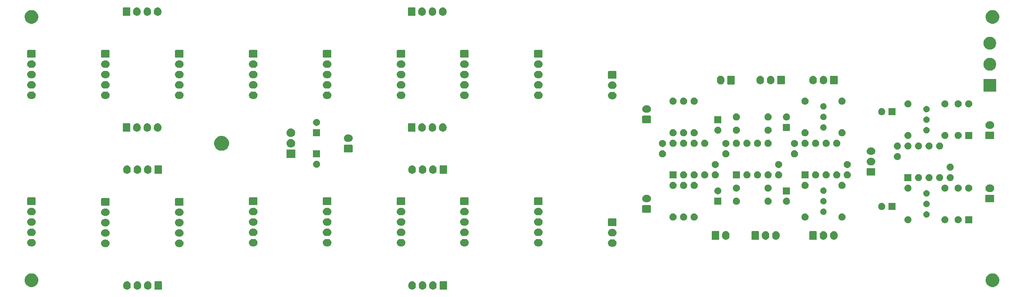
<source format=gbr>
G04 #@! TF.GenerationSoftware,KiCad,Pcbnew,(5.1.5)-3*
G04 #@! TF.CreationDate,2021-08-02T21:39:13+02:00*
G04 #@! TF.ProjectId,AnalogDrum_Backboard,416e616c-6f67-4447-9275-6d5f4261636b,rev?*
G04 #@! TF.SameCoordinates,Original*
G04 #@! TF.FileFunction,Soldermask,Top*
G04 #@! TF.FilePolarity,Negative*
%FSLAX46Y46*%
G04 Gerber Fmt 4.6, Leading zero omitted, Abs format (unit mm)*
G04 Created by KiCad (PCBNEW (5.1.5)-3) date 2021-08-02 21:39:13*
%MOMM*%
%LPD*%
G04 APERTURE LIST*
%ADD10C,0.100000*%
G04 APERTURE END LIST*
D10*
G36*
X43476627Y-114557037D02*
G01*
X43646466Y-114608557D01*
X43802991Y-114692222D01*
X43838729Y-114721552D01*
X43940186Y-114804814D01*
X44023448Y-114906271D01*
X44052778Y-114942009D01*
X44136443Y-115098534D01*
X44187963Y-115268374D01*
X44201000Y-115400743D01*
X44201000Y-115739258D01*
X44187963Y-115871627D01*
X44136443Y-116041466D01*
X44052778Y-116197991D01*
X44023448Y-116233729D01*
X43940186Y-116335186D01*
X43802989Y-116447779D01*
X43646467Y-116531442D01*
X43646465Y-116531443D01*
X43476626Y-116582963D01*
X43300000Y-116600359D01*
X43123373Y-116582963D01*
X42953534Y-116531443D01*
X42797009Y-116447778D01*
X42754750Y-116413097D01*
X42659814Y-116335186D01*
X42547221Y-116197989D01*
X42463558Y-116041467D01*
X42436115Y-115951000D01*
X42412037Y-115871626D01*
X42399000Y-115739257D01*
X42399000Y-115400742D01*
X42412037Y-115268373D01*
X42463557Y-115098534D01*
X42547222Y-114942009D01*
X42659815Y-114804815D01*
X42797010Y-114692222D01*
X42953535Y-114608557D01*
X43123374Y-114557037D01*
X43300000Y-114539641D01*
X43476627Y-114557037D01*
G37*
G36*
X45976627Y-114557037D02*
G01*
X46146466Y-114608557D01*
X46302991Y-114692222D01*
X46338729Y-114721552D01*
X46440186Y-114804814D01*
X46523448Y-114906271D01*
X46552778Y-114942009D01*
X46636443Y-115098534D01*
X46687963Y-115268374D01*
X46701000Y-115400743D01*
X46701000Y-115739258D01*
X46687963Y-115871627D01*
X46636443Y-116041466D01*
X46552778Y-116197991D01*
X46523448Y-116233729D01*
X46440186Y-116335186D01*
X46302989Y-116447779D01*
X46146467Y-116531442D01*
X46146465Y-116531443D01*
X45976626Y-116582963D01*
X45800000Y-116600359D01*
X45623373Y-116582963D01*
X45453534Y-116531443D01*
X45297009Y-116447778D01*
X45254750Y-116413097D01*
X45159814Y-116335186D01*
X45047221Y-116197989D01*
X44963558Y-116041467D01*
X44936115Y-115951000D01*
X44912037Y-115871626D01*
X44899000Y-115739257D01*
X44899000Y-115400742D01*
X44912037Y-115268373D01*
X44963557Y-115098534D01*
X45047222Y-114942009D01*
X45159815Y-114804815D01*
X45297010Y-114692222D01*
X45453535Y-114608557D01*
X45623374Y-114557037D01*
X45800000Y-114539641D01*
X45976627Y-114557037D01*
G37*
G36*
X48476627Y-114557037D02*
G01*
X48646466Y-114608557D01*
X48802991Y-114692222D01*
X48838729Y-114721552D01*
X48940186Y-114804814D01*
X49023448Y-114906271D01*
X49052778Y-114942009D01*
X49136443Y-115098534D01*
X49187963Y-115268374D01*
X49201000Y-115400743D01*
X49201000Y-115739258D01*
X49187963Y-115871627D01*
X49136443Y-116041466D01*
X49052778Y-116197991D01*
X49023448Y-116233729D01*
X48940186Y-116335186D01*
X48802989Y-116447779D01*
X48646467Y-116531442D01*
X48646465Y-116531443D01*
X48476626Y-116582963D01*
X48300000Y-116600359D01*
X48123373Y-116582963D01*
X47953534Y-116531443D01*
X47797009Y-116447778D01*
X47754750Y-116413097D01*
X47659814Y-116335186D01*
X47547221Y-116197989D01*
X47463558Y-116041467D01*
X47436115Y-115951000D01*
X47412037Y-115871626D01*
X47399000Y-115739257D01*
X47399000Y-115400742D01*
X47412037Y-115268373D01*
X47463557Y-115098534D01*
X47547222Y-114942009D01*
X47659815Y-114804815D01*
X47797010Y-114692222D01*
X47953535Y-114608557D01*
X48123374Y-114557037D01*
X48300000Y-114539641D01*
X48476627Y-114557037D01*
G37*
G36*
X112056627Y-114557037D02*
G01*
X112226466Y-114608557D01*
X112382991Y-114692222D01*
X112418729Y-114721552D01*
X112520186Y-114804814D01*
X112603448Y-114906271D01*
X112632778Y-114942009D01*
X112716443Y-115098534D01*
X112767963Y-115268374D01*
X112781000Y-115400743D01*
X112781000Y-115739258D01*
X112767963Y-115871627D01*
X112716443Y-116041466D01*
X112632778Y-116197991D01*
X112603448Y-116233729D01*
X112520186Y-116335186D01*
X112382989Y-116447779D01*
X112226467Y-116531442D01*
X112226465Y-116531443D01*
X112056626Y-116582963D01*
X111880000Y-116600359D01*
X111703373Y-116582963D01*
X111533534Y-116531443D01*
X111377009Y-116447778D01*
X111334750Y-116413097D01*
X111239814Y-116335186D01*
X111127221Y-116197989D01*
X111043558Y-116041467D01*
X111016115Y-115951000D01*
X110992037Y-115871626D01*
X110979000Y-115739257D01*
X110979000Y-115400742D01*
X110992037Y-115268373D01*
X111043557Y-115098534D01*
X111127222Y-114942009D01*
X111239815Y-114804815D01*
X111377010Y-114692222D01*
X111533535Y-114608557D01*
X111703374Y-114557037D01*
X111880000Y-114539641D01*
X112056627Y-114557037D01*
G37*
G36*
X117056627Y-114557037D02*
G01*
X117226466Y-114608557D01*
X117382991Y-114692222D01*
X117418729Y-114721552D01*
X117520186Y-114804814D01*
X117603448Y-114906271D01*
X117632778Y-114942009D01*
X117716443Y-115098534D01*
X117767963Y-115268374D01*
X117781000Y-115400743D01*
X117781000Y-115739258D01*
X117767963Y-115871627D01*
X117716443Y-116041466D01*
X117632778Y-116197991D01*
X117603448Y-116233729D01*
X117520186Y-116335186D01*
X117382989Y-116447779D01*
X117226467Y-116531442D01*
X117226465Y-116531443D01*
X117056626Y-116582963D01*
X116880000Y-116600359D01*
X116703373Y-116582963D01*
X116533534Y-116531443D01*
X116377009Y-116447778D01*
X116334750Y-116413097D01*
X116239814Y-116335186D01*
X116127221Y-116197989D01*
X116043558Y-116041467D01*
X116016115Y-115951000D01*
X115992037Y-115871626D01*
X115979000Y-115739257D01*
X115979000Y-115400742D01*
X115992037Y-115268373D01*
X116043557Y-115098534D01*
X116127222Y-114942009D01*
X116239815Y-114804815D01*
X116377010Y-114692222D01*
X116533535Y-114608557D01*
X116703374Y-114557037D01*
X116880000Y-114539641D01*
X117056627Y-114557037D01*
G37*
G36*
X114556627Y-114557037D02*
G01*
X114726466Y-114608557D01*
X114882991Y-114692222D01*
X114918729Y-114721552D01*
X115020186Y-114804814D01*
X115103448Y-114906271D01*
X115132778Y-114942009D01*
X115216443Y-115098534D01*
X115267963Y-115268374D01*
X115281000Y-115400743D01*
X115281000Y-115739258D01*
X115267963Y-115871627D01*
X115216443Y-116041466D01*
X115132778Y-116197991D01*
X115103448Y-116233729D01*
X115020186Y-116335186D01*
X114882989Y-116447779D01*
X114726467Y-116531442D01*
X114726465Y-116531443D01*
X114556626Y-116582963D01*
X114380000Y-116600359D01*
X114203373Y-116582963D01*
X114033534Y-116531443D01*
X113877009Y-116447778D01*
X113834750Y-116413097D01*
X113739814Y-116335186D01*
X113627221Y-116197989D01*
X113543558Y-116041467D01*
X113516115Y-115951000D01*
X113492037Y-115871626D01*
X113479000Y-115739257D01*
X113479000Y-115400742D01*
X113492037Y-115268373D01*
X113543557Y-115098534D01*
X113627222Y-114942009D01*
X113739815Y-114804815D01*
X113877010Y-114692222D01*
X114033535Y-114608557D01*
X114203374Y-114557037D01*
X114380000Y-114539641D01*
X114556627Y-114557037D01*
G37*
G36*
X120138600Y-114547989D02*
G01*
X120171652Y-114558015D01*
X120202103Y-114574292D01*
X120228799Y-114596201D01*
X120250708Y-114622897D01*
X120266985Y-114653348D01*
X120277011Y-114686400D01*
X120281000Y-114726903D01*
X120281000Y-116413097D01*
X120277011Y-116453600D01*
X120266985Y-116486652D01*
X120250708Y-116517103D01*
X120228799Y-116543799D01*
X120202103Y-116565708D01*
X120171652Y-116581985D01*
X120138600Y-116592011D01*
X120098097Y-116596000D01*
X118661903Y-116596000D01*
X118621400Y-116592011D01*
X118588348Y-116581985D01*
X118557897Y-116565708D01*
X118531201Y-116543799D01*
X118509292Y-116517103D01*
X118493015Y-116486652D01*
X118482989Y-116453600D01*
X118479000Y-116413097D01*
X118479000Y-114726903D01*
X118482989Y-114686400D01*
X118493015Y-114653348D01*
X118509292Y-114622897D01*
X118531201Y-114596201D01*
X118557897Y-114574292D01*
X118588348Y-114558015D01*
X118621400Y-114547989D01*
X118661903Y-114544000D01*
X120098097Y-114544000D01*
X120138600Y-114547989D01*
G37*
G36*
X51558600Y-114547989D02*
G01*
X51591652Y-114558015D01*
X51622103Y-114574292D01*
X51648799Y-114596201D01*
X51670708Y-114622897D01*
X51686985Y-114653348D01*
X51697011Y-114686400D01*
X51701000Y-114726903D01*
X51701000Y-116413097D01*
X51697011Y-116453600D01*
X51686985Y-116486652D01*
X51670708Y-116517103D01*
X51648799Y-116543799D01*
X51622103Y-116565708D01*
X51591652Y-116581985D01*
X51558600Y-116592011D01*
X51518097Y-116596000D01*
X50081903Y-116596000D01*
X50041400Y-116592011D01*
X50008348Y-116581985D01*
X49977897Y-116565708D01*
X49951201Y-116543799D01*
X49929292Y-116517103D01*
X49913015Y-116486652D01*
X49902989Y-116453600D01*
X49899000Y-116413097D01*
X49899000Y-114726903D01*
X49902989Y-114686400D01*
X49913015Y-114653348D01*
X49929292Y-114622897D01*
X49951201Y-114596201D01*
X49977897Y-114574292D01*
X50008348Y-114558015D01*
X50041400Y-114547989D01*
X50081903Y-114544000D01*
X51518097Y-114544000D01*
X51558600Y-114547989D01*
G37*
G36*
X251835256Y-112691298D02*
G01*
X251941579Y-112712447D01*
X252242042Y-112836903D01*
X252512451Y-113017585D01*
X252742415Y-113247549D01*
X252742416Y-113247551D01*
X252923098Y-113517960D01*
X253047553Y-113818422D01*
X253111000Y-114137389D01*
X253111000Y-114462611D01*
X253092217Y-114557037D01*
X253047553Y-114781579D01*
X252923097Y-115082042D01*
X252742415Y-115352451D01*
X252512451Y-115582415D01*
X252242042Y-115763097D01*
X251941579Y-115887553D01*
X251835256Y-115908702D01*
X251622611Y-115951000D01*
X251297389Y-115951000D01*
X251084744Y-115908702D01*
X250978421Y-115887553D01*
X250677958Y-115763097D01*
X250407549Y-115582415D01*
X250177585Y-115352451D01*
X249996903Y-115082042D01*
X249872447Y-114781579D01*
X249827783Y-114557037D01*
X249809000Y-114462611D01*
X249809000Y-114137389D01*
X249872447Y-113818422D01*
X249996902Y-113517960D01*
X250177584Y-113247551D01*
X250177585Y-113247549D01*
X250407549Y-113017585D01*
X250677958Y-112836903D01*
X250978421Y-112712447D01*
X251084744Y-112691298D01*
X251297389Y-112649000D01*
X251622611Y-112649000D01*
X251835256Y-112691298D01*
G37*
G36*
X20695256Y-112691298D02*
G01*
X20801579Y-112712447D01*
X21102042Y-112836903D01*
X21372451Y-113017585D01*
X21602415Y-113247549D01*
X21602416Y-113247551D01*
X21783098Y-113517960D01*
X21907553Y-113818422D01*
X21971000Y-114137389D01*
X21971000Y-114462611D01*
X21952217Y-114557037D01*
X21907553Y-114781579D01*
X21783097Y-115082042D01*
X21602415Y-115352451D01*
X21372451Y-115582415D01*
X21102042Y-115763097D01*
X20801579Y-115887553D01*
X20695256Y-115908702D01*
X20482611Y-115951000D01*
X20157389Y-115951000D01*
X19944744Y-115908702D01*
X19838421Y-115887553D01*
X19537958Y-115763097D01*
X19267549Y-115582415D01*
X19037585Y-115352451D01*
X18856903Y-115082042D01*
X18732447Y-114781579D01*
X18687783Y-114557037D01*
X18669000Y-114462611D01*
X18669000Y-114137389D01*
X18732447Y-113818422D01*
X18856902Y-113517960D01*
X19037584Y-113247551D01*
X19037585Y-113247549D01*
X19267549Y-113017585D01*
X19537958Y-112836903D01*
X19838421Y-112712447D01*
X19944744Y-112691298D01*
X20157389Y-112649000D01*
X20482611Y-112649000D01*
X20695256Y-112691298D01*
G37*
G36*
X56115443Y-104515519D02*
G01*
X56181627Y-104522037D01*
X56351466Y-104573557D01*
X56507991Y-104657222D01*
X56543729Y-104686552D01*
X56645186Y-104769814D01*
X56728448Y-104871271D01*
X56757778Y-104907009D01*
X56841443Y-105063534D01*
X56892963Y-105233373D01*
X56910359Y-105410000D01*
X56892963Y-105586627D01*
X56841443Y-105756466D01*
X56757778Y-105912991D01*
X56728448Y-105948729D01*
X56645186Y-106050186D01*
X56543729Y-106133448D01*
X56507991Y-106162778D01*
X56351466Y-106246443D01*
X56181627Y-106297963D01*
X56115442Y-106304482D01*
X56049260Y-106311000D01*
X55710740Y-106311000D01*
X55644558Y-106304482D01*
X55578373Y-106297963D01*
X55408534Y-106246443D01*
X55252009Y-106162778D01*
X55216271Y-106133448D01*
X55114814Y-106050186D01*
X55031552Y-105948729D01*
X55002222Y-105912991D01*
X54918557Y-105756466D01*
X54867037Y-105586627D01*
X54849641Y-105410000D01*
X54867037Y-105233373D01*
X54918557Y-105063534D01*
X55002222Y-104907009D01*
X55031552Y-104871271D01*
X55114814Y-104769814D01*
X55216271Y-104686552D01*
X55252009Y-104657222D01*
X55408534Y-104573557D01*
X55578373Y-104522037D01*
X55644557Y-104515519D01*
X55710740Y-104509000D01*
X56049260Y-104509000D01*
X56115443Y-104515519D01*
G37*
G36*
X38335443Y-104515519D02*
G01*
X38401627Y-104522037D01*
X38571466Y-104573557D01*
X38727991Y-104657222D01*
X38763729Y-104686552D01*
X38865186Y-104769814D01*
X38948448Y-104871271D01*
X38977778Y-104907009D01*
X39061443Y-105063534D01*
X39112963Y-105233373D01*
X39130359Y-105410000D01*
X39112963Y-105586627D01*
X39061443Y-105756466D01*
X38977778Y-105912991D01*
X38948448Y-105948729D01*
X38865186Y-106050186D01*
X38763729Y-106133448D01*
X38727991Y-106162778D01*
X38571466Y-106246443D01*
X38401627Y-106297963D01*
X38335442Y-106304482D01*
X38269260Y-106311000D01*
X37930740Y-106311000D01*
X37864558Y-106304482D01*
X37798373Y-106297963D01*
X37628534Y-106246443D01*
X37472009Y-106162778D01*
X37436271Y-106133448D01*
X37334814Y-106050186D01*
X37251552Y-105948729D01*
X37222222Y-105912991D01*
X37138557Y-105756466D01*
X37087037Y-105586627D01*
X37069641Y-105410000D01*
X37087037Y-105233373D01*
X37138557Y-105063534D01*
X37222222Y-104907009D01*
X37251552Y-104871271D01*
X37334814Y-104769814D01*
X37436271Y-104686552D01*
X37472009Y-104657222D01*
X37628534Y-104573557D01*
X37798373Y-104522037D01*
X37864557Y-104515519D01*
X37930740Y-104509000D01*
X38269260Y-104509000D01*
X38335443Y-104515519D01*
G37*
G36*
X160255443Y-104435519D02*
G01*
X160321627Y-104442037D01*
X160491466Y-104493557D01*
X160491468Y-104493558D01*
X160510627Y-104503799D01*
X160647991Y-104577222D01*
X160683729Y-104606552D01*
X160785186Y-104689814D01*
X160850839Y-104769814D01*
X160897778Y-104827009D01*
X160981443Y-104983534D01*
X161032963Y-105153373D01*
X161050359Y-105330000D01*
X161032963Y-105506627D01*
X160981443Y-105676466D01*
X160897778Y-105832991D01*
X160868448Y-105868729D01*
X160785186Y-105970186D01*
X160687705Y-106050185D01*
X160647991Y-106082778D01*
X160491466Y-106166443D01*
X160321627Y-106217963D01*
X160255442Y-106224482D01*
X160189260Y-106231000D01*
X159850740Y-106231000D01*
X159784558Y-106224482D01*
X159718373Y-106217963D01*
X159548534Y-106166443D01*
X159392009Y-106082778D01*
X159352295Y-106050185D01*
X159254814Y-105970186D01*
X159171552Y-105868729D01*
X159142222Y-105832991D01*
X159058557Y-105676466D01*
X159007037Y-105506627D01*
X158989641Y-105330000D01*
X159007037Y-105153373D01*
X159058557Y-104983534D01*
X159142222Y-104827009D01*
X159189161Y-104769814D01*
X159254814Y-104689814D01*
X159356271Y-104606552D01*
X159392009Y-104577222D01*
X159529373Y-104503799D01*
X159548532Y-104493558D01*
X159548534Y-104493557D01*
X159718373Y-104442037D01*
X159784558Y-104435518D01*
X159850740Y-104429000D01*
X160189260Y-104429000D01*
X160255443Y-104435519D01*
G37*
G36*
X142475443Y-104355519D02*
G01*
X142541627Y-104362037D01*
X142711466Y-104413557D01*
X142711468Y-104413558D01*
X142726611Y-104421652D01*
X142867991Y-104497222D01*
X142885192Y-104511339D01*
X143005186Y-104609814D01*
X143070839Y-104689814D01*
X143117778Y-104747009D01*
X143201443Y-104903534D01*
X143252963Y-105073373D01*
X143270359Y-105250000D01*
X143252963Y-105426627D01*
X143201443Y-105596466D01*
X143117778Y-105752991D01*
X143114926Y-105756466D01*
X143005186Y-105890186D01*
X142907705Y-105970185D01*
X142867991Y-106002778D01*
X142711466Y-106086443D01*
X142541627Y-106137963D01*
X142475443Y-106144481D01*
X142409260Y-106151000D01*
X142070740Y-106151000D01*
X142004557Y-106144481D01*
X141938373Y-106137963D01*
X141768534Y-106086443D01*
X141612009Y-106002778D01*
X141572295Y-105970185D01*
X141474814Y-105890186D01*
X141365074Y-105756466D01*
X141362222Y-105752991D01*
X141278557Y-105596466D01*
X141227037Y-105426627D01*
X141209641Y-105250000D01*
X141227037Y-105073373D01*
X141278557Y-104903534D01*
X141362222Y-104747009D01*
X141409161Y-104689814D01*
X141474814Y-104609814D01*
X141594808Y-104511339D01*
X141612009Y-104497222D01*
X141753389Y-104421652D01*
X141768532Y-104413558D01*
X141768534Y-104413557D01*
X141938373Y-104362037D01*
X142004557Y-104355519D01*
X142070740Y-104349000D01*
X142409260Y-104349000D01*
X142475443Y-104355519D01*
G37*
G36*
X20555443Y-104355519D02*
G01*
X20621627Y-104362037D01*
X20791466Y-104413557D01*
X20791468Y-104413558D01*
X20806611Y-104421652D01*
X20947991Y-104497222D01*
X20965192Y-104511339D01*
X21085186Y-104609814D01*
X21150839Y-104689814D01*
X21197778Y-104747009D01*
X21281443Y-104903534D01*
X21332963Y-105073373D01*
X21350359Y-105250000D01*
X21332963Y-105426627D01*
X21281443Y-105596466D01*
X21197778Y-105752991D01*
X21194926Y-105756466D01*
X21085186Y-105890186D01*
X20987705Y-105970185D01*
X20947991Y-106002778D01*
X20791466Y-106086443D01*
X20621627Y-106137963D01*
X20555443Y-106144481D01*
X20489260Y-106151000D01*
X20150740Y-106151000D01*
X20084557Y-106144481D01*
X20018373Y-106137963D01*
X19848534Y-106086443D01*
X19692009Y-106002778D01*
X19652295Y-105970185D01*
X19554814Y-105890186D01*
X19445074Y-105756466D01*
X19442222Y-105752991D01*
X19358557Y-105596466D01*
X19307037Y-105426627D01*
X19289641Y-105250000D01*
X19307037Y-105073373D01*
X19358557Y-104903534D01*
X19442222Y-104747009D01*
X19489161Y-104689814D01*
X19554814Y-104609814D01*
X19674808Y-104511339D01*
X19692009Y-104497222D01*
X19833389Y-104421652D01*
X19848532Y-104413558D01*
X19848534Y-104413557D01*
X20018373Y-104362037D01*
X20084557Y-104355519D01*
X20150740Y-104349000D01*
X20489260Y-104349000D01*
X20555443Y-104355519D01*
G37*
G36*
X91675443Y-104355519D02*
G01*
X91741627Y-104362037D01*
X91911466Y-104413557D01*
X91911468Y-104413558D01*
X91926611Y-104421652D01*
X92067991Y-104497222D01*
X92085192Y-104511339D01*
X92205186Y-104609814D01*
X92270839Y-104689814D01*
X92317778Y-104747009D01*
X92401443Y-104903534D01*
X92452963Y-105073373D01*
X92470359Y-105250000D01*
X92452963Y-105426627D01*
X92401443Y-105596466D01*
X92317778Y-105752991D01*
X92314926Y-105756466D01*
X92205186Y-105890186D01*
X92107705Y-105970185D01*
X92067991Y-106002778D01*
X91911466Y-106086443D01*
X91741627Y-106137963D01*
X91675443Y-106144481D01*
X91609260Y-106151000D01*
X91270740Y-106151000D01*
X91204557Y-106144481D01*
X91138373Y-106137963D01*
X90968534Y-106086443D01*
X90812009Y-106002778D01*
X90772295Y-105970185D01*
X90674814Y-105890186D01*
X90565074Y-105756466D01*
X90562222Y-105752991D01*
X90478557Y-105596466D01*
X90427037Y-105426627D01*
X90409641Y-105250000D01*
X90427037Y-105073373D01*
X90478557Y-104903534D01*
X90562222Y-104747009D01*
X90609161Y-104689814D01*
X90674814Y-104609814D01*
X90794808Y-104511339D01*
X90812009Y-104497222D01*
X90953389Y-104421652D01*
X90968532Y-104413558D01*
X90968534Y-104413557D01*
X91138373Y-104362037D01*
X91204557Y-104355519D01*
X91270740Y-104349000D01*
X91609260Y-104349000D01*
X91675443Y-104355519D01*
G37*
G36*
X109455443Y-104355519D02*
G01*
X109521627Y-104362037D01*
X109691466Y-104413557D01*
X109691468Y-104413558D01*
X109706611Y-104421652D01*
X109847991Y-104497222D01*
X109865192Y-104511339D01*
X109985186Y-104609814D01*
X110050839Y-104689814D01*
X110097778Y-104747009D01*
X110181443Y-104903534D01*
X110232963Y-105073373D01*
X110250359Y-105250000D01*
X110232963Y-105426627D01*
X110181443Y-105596466D01*
X110097778Y-105752991D01*
X110094926Y-105756466D01*
X109985186Y-105890186D01*
X109887705Y-105970185D01*
X109847991Y-106002778D01*
X109691466Y-106086443D01*
X109521627Y-106137963D01*
X109455443Y-106144481D01*
X109389260Y-106151000D01*
X109050740Y-106151000D01*
X108984557Y-106144481D01*
X108918373Y-106137963D01*
X108748534Y-106086443D01*
X108592009Y-106002778D01*
X108552295Y-105970185D01*
X108454814Y-105890186D01*
X108345074Y-105756466D01*
X108342222Y-105752991D01*
X108258557Y-105596466D01*
X108207037Y-105426627D01*
X108189641Y-105250000D01*
X108207037Y-105073373D01*
X108258557Y-104903534D01*
X108342222Y-104747009D01*
X108389161Y-104689814D01*
X108454814Y-104609814D01*
X108574808Y-104511339D01*
X108592009Y-104497222D01*
X108733389Y-104421652D01*
X108748532Y-104413558D01*
X108748534Y-104413557D01*
X108918373Y-104362037D01*
X108984557Y-104355519D01*
X109050740Y-104349000D01*
X109389260Y-104349000D01*
X109455443Y-104355519D01*
G37*
G36*
X124695443Y-104355519D02*
G01*
X124761627Y-104362037D01*
X124931466Y-104413557D01*
X124931468Y-104413558D01*
X124946611Y-104421652D01*
X125087991Y-104497222D01*
X125105192Y-104511339D01*
X125225186Y-104609814D01*
X125290839Y-104689814D01*
X125337778Y-104747009D01*
X125421443Y-104903534D01*
X125472963Y-105073373D01*
X125490359Y-105250000D01*
X125472963Y-105426627D01*
X125421443Y-105596466D01*
X125337778Y-105752991D01*
X125334926Y-105756466D01*
X125225186Y-105890186D01*
X125127705Y-105970185D01*
X125087991Y-106002778D01*
X124931466Y-106086443D01*
X124761627Y-106137963D01*
X124695443Y-106144481D01*
X124629260Y-106151000D01*
X124290740Y-106151000D01*
X124224557Y-106144481D01*
X124158373Y-106137963D01*
X123988534Y-106086443D01*
X123832009Y-106002778D01*
X123792295Y-105970185D01*
X123694814Y-105890186D01*
X123585074Y-105756466D01*
X123582222Y-105752991D01*
X123498557Y-105596466D01*
X123447037Y-105426627D01*
X123429641Y-105250000D01*
X123447037Y-105073373D01*
X123498557Y-104903534D01*
X123582222Y-104747009D01*
X123629161Y-104689814D01*
X123694814Y-104609814D01*
X123814808Y-104511339D01*
X123832009Y-104497222D01*
X123973389Y-104421652D01*
X123988532Y-104413558D01*
X123988534Y-104413557D01*
X124158373Y-104362037D01*
X124224557Y-104355519D01*
X124290740Y-104349000D01*
X124629260Y-104349000D01*
X124695443Y-104355519D01*
G37*
G36*
X73895443Y-104355519D02*
G01*
X73961627Y-104362037D01*
X74131466Y-104413557D01*
X74131468Y-104413558D01*
X74146611Y-104421652D01*
X74287991Y-104497222D01*
X74305192Y-104511339D01*
X74425186Y-104609814D01*
X74490839Y-104689814D01*
X74537778Y-104747009D01*
X74621443Y-104903534D01*
X74672963Y-105073373D01*
X74690359Y-105250000D01*
X74672963Y-105426627D01*
X74621443Y-105596466D01*
X74537778Y-105752991D01*
X74534926Y-105756466D01*
X74425186Y-105890186D01*
X74327705Y-105970185D01*
X74287991Y-106002778D01*
X74131466Y-106086443D01*
X73961627Y-106137963D01*
X73895443Y-106144481D01*
X73829260Y-106151000D01*
X73490740Y-106151000D01*
X73424557Y-106144481D01*
X73358373Y-106137963D01*
X73188534Y-106086443D01*
X73032009Y-106002778D01*
X72992295Y-105970185D01*
X72894814Y-105890186D01*
X72785074Y-105756466D01*
X72782222Y-105752991D01*
X72698557Y-105596466D01*
X72647037Y-105426627D01*
X72629641Y-105250000D01*
X72647037Y-105073373D01*
X72698557Y-104903534D01*
X72782222Y-104747009D01*
X72829161Y-104689814D01*
X72894814Y-104609814D01*
X73014808Y-104511339D01*
X73032009Y-104497222D01*
X73173389Y-104421652D01*
X73188532Y-104413558D01*
X73188534Y-104413557D01*
X73358373Y-104362037D01*
X73424557Y-104355519D01*
X73490740Y-104349000D01*
X73829260Y-104349000D01*
X73895443Y-104355519D01*
G37*
G36*
X187501626Y-102467037D02*
G01*
X187671465Y-102518557D01*
X187671467Y-102518558D01*
X187827989Y-102602221D01*
X187965186Y-102714814D01*
X188048448Y-102816271D01*
X188077778Y-102852009D01*
X188161443Y-103008534D01*
X188212963Y-103178373D01*
X188226000Y-103310742D01*
X188226000Y-103699257D01*
X188212963Y-103831626D01*
X188161443Y-104001466D01*
X188077778Y-104157991D01*
X188048448Y-104193729D01*
X187965186Y-104295186D01*
X187877178Y-104367411D01*
X187827991Y-104407778D01*
X187671466Y-104491443D01*
X187501627Y-104542963D01*
X187325000Y-104560359D01*
X187148374Y-104542963D01*
X186978535Y-104491443D01*
X186822010Y-104407778D01*
X186684815Y-104295185D01*
X186572222Y-104157991D01*
X186488557Y-104001466D01*
X186437037Y-103831627D01*
X186424000Y-103699258D01*
X186424000Y-103310743D01*
X186429346Y-103256468D01*
X186437037Y-103178376D01*
X186437037Y-103178374D01*
X186488557Y-103008535D01*
X186541225Y-102910000D01*
X186572221Y-102852011D01*
X186684814Y-102714814D01*
X186798641Y-102621400D01*
X186822009Y-102602222D01*
X186978534Y-102518557D01*
X187148373Y-102467037D01*
X187325000Y-102449641D01*
X187501626Y-102467037D01*
G37*
G36*
X185583600Y-102457989D02*
G01*
X185616652Y-102468015D01*
X185647103Y-102484292D01*
X185673799Y-102506201D01*
X185695708Y-102532897D01*
X185711985Y-102563348D01*
X185722011Y-102596400D01*
X185726000Y-102636903D01*
X185726000Y-104373097D01*
X185722011Y-104413600D01*
X185711985Y-104446652D01*
X185695708Y-104477103D01*
X185673799Y-104503799D01*
X185647103Y-104525708D01*
X185616652Y-104541985D01*
X185583600Y-104552011D01*
X185543097Y-104556000D01*
X184106903Y-104556000D01*
X184066400Y-104552011D01*
X184033348Y-104541985D01*
X184002897Y-104525708D01*
X183976201Y-104503799D01*
X183954292Y-104477103D01*
X183938015Y-104446652D01*
X183927989Y-104413600D01*
X183924000Y-104373097D01*
X183924000Y-102636903D01*
X183927989Y-102596400D01*
X183938015Y-102563348D01*
X183954292Y-102532897D01*
X183976201Y-102506201D01*
X184002897Y-102484292D01*
X184033348Y-102468015D01*
X184066400Y-102457989D01*
X184106903Y-102454000D01*
X185543097Y-102454000D01*
X185583600Y-102457989D01*
G37*
G36*
X199566626Y-102492037D02*
G01*
X199736465Y-102543557D01*
X199736467Y-102543558D01*
X199892989Y-102627221D01*
X200030186Y-102739814D01*
X200113448Y-102841271D01*
X200142778Y-102877009D01*
X200226443Y-103033534D01*
X200277963Y-103203373D01*
X200277963Y-103203375D01*
X200291000Y-103335740D01*
X200291000Y-103674259D01*
X200286695Y-103717963D01*
X200277963Y-103806626D01*
X200226443Y-103976466D01*
X200142778Y-104132991D01*
X200122261Y-104157991D01*
X200030186Y-104270186D01*
X199941827Y-104342699D01*
X199892991Y-104382778D01*
X199736466Y-104466443D01*
X199566627Y-104517963D01*
X199390000Y-104535359D01*
X199213374Y-104517963D01*
X199043535Y-104466443D01*
X198887010Y-104382778D01*
X198749815Y-104270185D01*
X198637222Y-104132991D01*
X198553557Y-103976466D01*
X198502037Y-103806627D01*
X198495519Y-103740443D01*
X198489000Y-103674260D01*
X198489000Y-103335741D01*
X198502037Y-103203376D01*
X198502037Y-103203374D01*
X198553557Y-103033535D01*
X198637222Y-102877010D01*
X198657738Y-102852011D01*
X198749814Y-102739814D01*
X198855144Y-102653373D01*
X198887009Y-102627222D01*
X199043534Y-102543557D01*
X199213373Y-102492037D01*
X199390000Y-102474641D01*
X199566626Y-102492037D01*
G37*
G36*
X213496626Y-102492037D02*
G01*
X213666465Y-102543557D01*
X213666467Y-102543558D01*
X213822989Y-102627221D01*
X213960186Y-102739814D01*
X214043448Y-102841271D01*
X214072778Y-102877009D01*
X214156443Y-103033534D01*
X214207963Y-103203373D01*
X214207963Y-103203375D01*
X214221000Y-103335740D01*
X214221000Y-103674259D01*
X214216695Y-103717963D01*
X214207963Y-103806626D01*
X214156443Y-103976466D01*
X214072778Y-104132991D01*
X214052261Y-104157991D01*
X213960186Y-104270186D01*
X213871827Y-104342699D01*
X213822991Y-104382778D01*
X213666466Y-104466443D01*
X213496627Y-104517963D01*
X213320000Y-104535359D01*
X213143374Y-104517963D01*
X212973535Y-104466443D01*
X212817010Y-104382778D01*
X212679815Y-104270185D01*
X212567222Y-104132991D01*
X212483557Y-103976466D01*
X212432037Y-103806627D01*
X212425519Y-103740443D01*
X212419000Y-103674260D01*
X212419000Y-103335741D01*
X212432037Y-103203376D01*
X212432037Y-103203374D01*
X212483557Y-103033535D01*
X212567222Y-102877010D01*
X212587738Y-102852011D01*
X212679814Y-102739814D01*
X212785144Y-102653373D01*
X212817009Y-102627222D01*
X212973534Y-102543557D01*
X213143373Y-102492037D01*
X213320000Y-102474641D01*
X213496626Y-102492037D01*
G37*
G36*
X210996626Y-102492037D02*
G01*
X211166465Y-102543557D01*
X211166467Y-102543558D01*
X211322989Y-102627221D01*
X211460186Y-102739814D01*
X211543448Y-102841271D01*
X211572778Y-102877009D01*
X211656443Y-103033534D01*
X211707963Y-103203373D01*
X211707963Y-103203375D01*
X211721000Y-103335740D01*
X211721000Y-103674259D01*
X211716695Y-103717963D01*
X211707963Y-103806626D01*
X211656443Y-103976466D01*
X211572778Y-104132991D01*
X211552261Y-104157991D01*
X211460186Y-104270186D01*
X211371827Y-104342699D01*
X211322991Y-104382778D01*
X211166466Y-104466443D01*
X210996627Y-104517963D01*
X210820000Y-104535359D01*
X210643374Y-104517963D01*
X210473535Y-104466443D01*
X210317010Y-104382778D01*
X210179815Y-104270185D01*
X210067222Y-104132991D01*
X209983557Y-103976466D01*
X209932037Y-103806627D01*
X209925519Y-103740443D01*
X209919000Y-103674260D01*
X209919000Y-103335741D01*
X209932037Y-103203376D01*
X209932037Y-103203374D01*
X209983557Y-103033535D01*
X210067222Y-102877010D01*
X210087738Y-102852011D01*
X210179814Y-102739814D01*
X210285144Y-102653373D01*
X210317009Y-102627222D01*
X210473534Y-102543557D01*
X210643373Y-102492037D01*
X210820000Y-102474641D01*
X210996626Y-102492037D01*
G37*
G36*
X197066626Y-102492037D02*
G01*
X197236465Y-102543557D01*
X197236467Y-102543558D01*
X197392989Y-102627221D01*
X197530186Y-102739814D01*
X197613448Y-102841271D01*
X197642778Y-102877009D01*
X197726443Y-103033534D01*
X197777963Y-103203373D01*
X197777963Y-103203375D01*
X197791000Y-103335740D01*
X197791000Y-103674259D01*
X197786695Y-103717963D01*
X197777963Y-103806626D01*
X197726443Y-103976466D01*
X197642778Y-104132991D01*
X197622261Y-104157991D01*
X197530186Y-104270186D01*
X197441827Y-104342699D01*
X197392991Y-104382778D01*
X197236466Y-104466443D01*
X197066627Y-104517963D01*
X196890000Y-104535359D01*
X196713374Y-104517963D01*
X196543535Y-104466443D01*
X196387010Y-104382778D01*
X196249815Y-104270185D01*
X196137222Y-104132991D01*
X196053557Y-103976466D01*
X196002037Y-103806627D01*
X195995519Y-103740443D01*
X195989000Y-103674260D01*
X195989000Y-103335741D01*
X196002037Y-103203376D01*
X196002037Y-103203374D01*
X196053557Y-103033535D01*
X196137222Y-102877010D01*
X196157738Y-102852011D01*
X196249814Y-102739814D01*
X196355144Y-102653373D01*
X196387009Y-102627222D01*
X196543534Y-102543557D01*
X196713373Y-102492037D01*
X196890000Y-102474641D01*
X197066626Y-102492037D01*
G37*
G36*
X209078600Y-102482989D02*
G01*
X209111652Y-102493015D01*
X209142103Y-102509292D01*
X209168799Y-102531201D01*
X209190708Y-102557897D01*
X209206985Y-102588348D01*
X209217011Y-102621400D01*
X209221000Y-102661903D01*
X209221000Y-104348097D01*
X209217011Y-104388600D01*
X209206985Y-104421652D01*
X209190708Y-104452103D01*
X209168799Y-104478799D01*
X209142103Y-104500708D01*
X209111652Y-104516985D01*
X209078600Y-104527011D01*
X209038097Y-104531000D01*
X207601903Y-104531000D01*
X207561400Y-104527011D01*
X207528348Y-104516985D01*
X207497897Y-104500708D01*
X207471201Y-104478799D01*
X207449292Y-104452103D01*
X207433015Y-104421652D01*
X207422989Y-104388600D01*
X207419000Y-104348097D01*
X207419000Y-102661903D01*
X207422989Y-102621400D01*
X207433015Y-102588348D01*
X207449292Y-102557897D01*
X207471201Y-102531201D01*
X207497897Y-102509292D01*
X207528348Y-102493015D01*
X207561400Y-102482989D01*
X207601903Y-102479000D01*
X209038097Y-102479000D01*
X209078600Y-102482989D01*
G37*
G36*
X195148600Y-102482989D02*
G01*
X195181652Y-102493015D01*
X195212103Y-102509292D01*
X195238799Y-102531201D01*
X195260708Y-102557897D01*
X195276985Y-102588348D01*
X195287011Y-102621400D01*
X195291000Y-102661903D01*
X195291000Y-104348097D01*
X195287011Y-104388600D01*
X195276985Y-104421652D01*
X195260708Y-104452103D01*
X195238799Y-104478799D01*
X195212103Y-104500708D01*
X195181652Y-104516985D01*
X195148600Y-104527011D01*
X195108097Y-104531000D01*
X193671903Y-104531000D01*
X193631400Y-104527011D01*
X193598348Y-104516985D01*
X193567897Y-104500708D01*
X193541201Y-104478799D01*
X193519292Y-104452103D01*
X193503015Y-104421652D01*
X193492989Y-104388600D01*
X193489000Y-104348097D01*
X193489000Y-102661903D01*
X193492989Y-102621400D01*
X193503015Y-102588348D01*
X193519292Y-102557897D01*
X193541201Y-102531201D01*
X193567897Y-102509292D01*
X193598348Y-102493015D01*
X193631400Y-102482989D01*
X193671903Y-102479000D01*
X195108097Y-102479000D01*
X195148600Y-102482989D01*
G37*
G36*
X38335443Y-102015519D02*
G01*
X38401627Y-102022037D01*
X38571466Y-102073557D01*
X38727991Y-102157222D01*
X38763729Y-102186552D01*
X38865186Y-102269814D01*
X38948448Y-102371271D01*
X38977778Y-102407009D01*
X39061443Y-102563534D01*
X39112963Y-102733373D01*
X39130359Y-102910000D01*
X39112963Y-103086627D01*
X39061443Y-103256466D01*
X38977778Y-103412991D01*
X38948448Y-103448729D01*
X38865186Y-103550186D01*
X38763729Y-103633448D01*
X38727991Y-103662778D01*
X38571466Y-103746443D01*
X38401627Y-103797963D01*
X38335443Y-103804481D01*
X38269260Y-103811000D01*
X37930740Y-103811000D01*
X37864558Y-103804482D01*
X37798373Y-103797963D01*
X37628534Y-103746443D01*
X37472009Y-103662778D01*
X37436271Y-103633448D01*
X37334814Y-103550186D01*
X37251552Y-103448729D01*
X37222222Y-103412991D01*
X37138557Y-103256466D01*
X37087037Y-103086627D01*
X37069641Y-102910000D01*
X37087037Y-102733373D01*
X37138557Y-102563534D01*
X37222222Y-102407009D01*
X37251552Y-102371271D01*
X37334814Y-102269814D01*
X37436271Y-102186552D01*
X37472009Y-102157222D01*
X37628534Y-102073557D01*
X37798373Y-102022037D01*
X37864557Y-102015519D01*
X37930740Y-102009000D01*
X38269260Y-102009000D01*
X38335443Y-102015519D01*
G37*
G36*
X56115443Y-102015519D02*
G01*
X56181627Y-102022037D01*
X56351466Y-102073557D01*
X56507991Y-102157222D01*
X56543729Y-102186552D01*
X56645186Y-102269814D01*
X56728448Y-102371271D01*
X56757778Y-102407009D01*
X56841443Y-102563534D01*
X56892963Y-102733373D01*
X56910359Y-102910000D01*
X56892963Y-103086627D01*
X56841443Y-103256466D01*
X56757778Y-103412991D01*
X56728448Y-103448729D01*
X56645186Y-103550186D01*
X56543729Y-103633448D01*
X56507991Y-103662778D01*
X56351466Y-103746443D01*
X56181627Y-103797963D01*
X56115443Y-103804481D01*
X56049260Y-103811000D01*
X55710740Y-103811000D01*
X55644558Y-103804482D01*
X55578373Y-103797963D01*
X55408534Y-103746443D01*
X55252009Y-103662778D01*
X55216271Y-103633448D01*
X55114814Y-103550186D01*
X55031552Y-103448729D01*
X55002222Y-103412991D01*
X54918557Y-103256466D01*
X54867037Y-103086627D01*
X54849641Y-102910000D01*
X54867037Y-102733373D01*
X54918557Y-102563534D01*
X55002222Y-102407009D01*
X55031552Y-102371271D01*
X55114814Y-102269814D01*
X55216271Y-102186552D01*
X55252009Y-102157222D01*
X55408534Y-102073557D01*
X55578373Y-102022037D01*
X55644557Y-102015519D01*
X55710740Y-102009000D01*
X56049260Y-102009000D01*
X56115443Y-102015519D01*
G37*
G36*
X160255442Y-101935518D02*
G01*
X160321627Y-101942037D01*
X160491466Y-101993557D01*
X160647991Y-102077222D01*
X160683729Y-102106552D01*
X160785186Y-102189814D01*
X160850839Y-102269814D01*
X160897778Y-102327009D01*
X160981443Y-102483534D01*
X161032963Y-102653373D01*
X161050359Y-102830000D01*
X161032963Y-103006627D01*
X160981443Y-103176466D01*
X160897778Y-103332991D01*
X160895521Y-103335741D01*
X160785186Y-103470186D01*
X160687705Y-103550185D01*
X160647991Y-103582778D01*
X160491466Y-103666443D01*
X160321627Y-103717963D01*
X160255442Y-103724482D01*
X160189260Y-103731000D01*
X159850740Y-103731000D01*
X159784558Y-103724482D01*
X159718373Y-103717963D01*
X159548534Y-103666443D01*
X159392009Y-103582778D01*
X159352295Y-103550185D01*
X159254814Y-103470186D01*
X159144479Y-103335741D01*
X159142222Y-103332991D01*
X159058557Y-103176466D01*
X159007037Y-103006627D01*
X158989641Y-102830000D01*
X159007037Y-102653373D01*
X159058557Y-102483534D01*
X159142222Y-102327009D01*
X159189161Y-102269814D01*
X159254814Y-102189814D01*
X159356271Y-102106552D01*
X159392009Y-102077222D01*
X159548534Y-101993557D01*
X159718373Y-101942037D01*
X159784558Y-101935518D01*
X159850740Y-101929000D01*
X160189260Y-101929000D01*
X160255442Y-101935518D01*
G37*
G36*
X20555442Y-101855518D02*
G01*
X20621627Y-101862037D01*
X20791466Y-101913557D01*
X20947991Y-101997222D01*
X20962342Y-102009000D01*
X21085186Y-102109814D01*
X21150839Y-102189814D01*
X21197778Y-102247009D01*
X21281443Y-102403534D01*
X21332963Y-102573373D01*
X21350359Y-102750000D01*
X21332963Y-102926627D01*
X21281443Y-103096466D01*
X21197778Y-103252991D01*
X21194926Y-103256466D01*
X21085186Y-103390186D01*
X20987705Y-103470185D01*
X20947991Y-103502778D01*
X20791466Y-103586443D01*
X20621627Y-103637963D01*
X20555443Y-103644481D01*
X20489260Y-103651000D01*
X20150740Y-103651000D01*
X20084557Y-103644481D01*
X20018373Y-103637963D01*
X19848534Y-103586443D01*
X19692009Y-103502778D01*
X19652295Y-103470185D01*
X19554814Y-103390186D01*
X19445074Y-103256466D01*
X19442222Y-103252991D01*
X19358557Y-103096466D01*
X19307037Y-102926627D01*
X19289641Y-102750000D01*
X19307037Y-102573373D01*
X19358557Y-102403534D01*
X19442222Y-102247009D01*
X19489161Y-102189814D01*
X19554814Y-102109814D01*
X19677658Y-102009000D01*
X19692009Y-101997222D01*
X19848534Y-101913557D01*
X20018373Y-101862037D01*
X20084558Y-101855518D01*
X20150740Y-101849000D01*
X20489260Y-101849000D01*
X20555442Y-101855518D01*
G37*
G36*
X73895442Y-101855518D02*
G01*
X73961627Y-101862037D01*
X74131466Y-101913557D01*
X74287991Y-101997222D01*
X74302342Y-102009000D01*
X74425186Y-102109814D01*
X74490839Y-102189814D01*
X74537778Y-102247009D01*
X74621443Y-102403534D01*
X74672963Y-102573373D01*
X74690359Y-102750000D01*
X74672963Y-102926627D01*
X74621443Y-103096466D01*
X74537778Y-103252991D01*
X74534926Y-103256466D01*
X74425186Y-103390186D01*
X74327705Y-103470185D01*
X74287991Y-103502778D01*
X74131466Y-103586443D01*
X73961627Y-103637963D01*
X73895443Y-103644481D01*
X73829260Y-103651000D01*
X73490740Y-103651000D01*
X73424557Y-103644481D01*
X73358373Y-103637963D01*
X73188534Y-103586443D01*
X73032009Y-103502778D01*
X72992295Y-103470185D01*
X72894814Y-103390186D01*
X72785074Y-103256466D01*
X72782222Y-103252991D01*
X72698557Y-103096466D01*
X72647037Y-102926627D01*
X72629641Y-102750000D01*
X72647037Y-102573373D01*
X72698557Y-102403534D01*
X72782222Y-102247009D01*
X72829161Y-102189814D01*
X72894814Y-102109814D01*
X73017658Y-102009000D01*
X73032009Y-101997222D01*
X73188534Y-101913557D01*
X73358373Y-101862037D01*
X73424558Y-101855518D01*
X73490740Y-101849000D01*
X73829260Y-101849000D01*
X73895442Y-101855518D01*
G37*
G36*
X91675442Y-101855518D02*
G01*
X91741627Y-101862037D01*
X91911466Y-101913557D01*
X92067991Y-101997222D01*
X92082342Y-102009000D01*
X92205186Y-102109814D01*
X92270839Y-102189814D01*
X92317778Y-102247009D01*
X92401443Y-102403534D01*
X92452963Y-102573373D01*
X92470359Y-102750000D01*
X92452963Y-102926627D01*
X92401443Y-103096466D01*
X92317778Y-103252991D01*
X92314926Y-103256466D01*
X92205186Y-103390186D01*
X92107705Y-103470185D01*
X92067991Y-103502778D01*
X91911466Y-103586443D01*
X91741627Y-103637963D01*
X91675443Y-103644481D01*
X91609260Y-103651000D01*
X91270740Y-103651000D01*
X91204557Y-103644481D01*
X91138373Y-103637963D01*
X90968534Y-103586443D01*
X90812009Y-103502778D01*
X90772295Y-103470185D01*
X90674814Y-103390186D01*
X90565074Y-103256466D01*
X90562222Y-103252991D01*
X90478557Y-103096466D01*
X90427037Y-102926627D01*
X90409641Y-102750000D01*
X90427037Y-102573373D01*
X90478557Y-102403534D01*
X90562222Y-102247009D01*
X90609161Y-102189814D01*
X90674814Y-102109814D01*
X90797658Y-102009000D01*
X90812009Y-101997222D01*
X90968534Y-101913557D01*
X91138373Y-101862037D01*
X91204558Y-101855518D01*
X91270740Y-101849000D01*
X91609260Y-101849000D01*
X91675442Y-101855518D01*
G37*
G36*
X109455442Y-101855518D02*
G01*
X109521627Y-101862037D01*
X109691466Y-101913557D01*
X109847991Y-101997222D01*
X109862342Y-102009000D01*
X109985186Y-102109814D01*
X110050839Y-102189814D01*
X110097778Y-102247009D01*
X110181443Y-102403534D01*
X110232963Y-102573373D01*
X110250359Y-102750000D01*
X110232963Y-102926627D01*
X110181443Y-103096466D01*
X110097778Y-103252991D01*
X110094926Y-103256466D01*
X109985186Y-103390186D01*
X109887705Y-103470185D01*
X109847991Y-103502778D01*
X109691466Y-103586443D01*
X109521627Y-103637963D01*
X109455443Y-103644481D01*
X109389260Y-103651000D01*
X109050740Y-103651000D01*
X108984557Y-103644481D01*
X108918373Y-103637963D01*
X108748534Y-103586443D01*
X108592009Y-103502778D01*
X108552295Y-103470185D01*
X108454814Y-103390186D01*
X108345074Y-103256466D01*
X108342222Y-103252991D01*
X108258557Y-103096466D01*
X108207037Y-102926627D01*
X108189641Y-102750000D01*
X108207037Y-102573373D01*
X108258557Y-102403534D01*
X108342222Y-102247009D01*
X108389161Y-102189814D01*
X108454814Y-102109814D01*
X108577658Y-102009000D01*
X108592009Y-101997222D01*
X108748534Y-101913557D01*
X108918373Y-101862037D01*
X108984558Y-101855518D01*
X109050740Y-101849000D01*
X109389260Y-101849000D01*
X109455442Y-101855518D01*
G37*
G36*
X124695442Y-101855518D02*
G01*
X124761627Y-101862037D01*
X124931466Y-101913557D01*
X125087991Y-101997222D01*
X125102342Y-102009000D01*
X125225186Y-102109814D01*
X125290839Y-102189814D01*
X125337778Y-102247009D01*
X125421443Y-102403534D01*
X125472963Y-102573373D01*
X125490359Y-102750000D01*
X125472963Y-102926627D01*
X125421443Y-103096466D01*
X125337778Y-103252991D01*
X125334926Y-103256466D01*
X125225186Y-103390186D01*
X125127705Y-103470185D01*
X125087991Y-103502778D01*
X124931466Y-103586443D01*
X124761627Y-103637963D01*
X124695443Y-103644481D01*
X124629260Y-103651000D01*
X124290740Y-103651000D01*
X124224557Y-103644481D01*
X124158373Y-103637963D01*
X123988534Y-103586443D01*
X123832009Y-103502778D01*
X123792295Y-103470185D01*
X123694814Y-103390186D01*
X123585074Y-103256466D01*
X123582222Y-103252991D01*
X123498557Y-103096466D01*
X123447037Y-102926627D01*
X123429641Y-102750000D01*
X123447037Y-102573373D01*
X123498557Y-102403534D01*
X123582222Y-102247009D01*
X123629161Y-102189814D01*
X123694814Y-102109814D01*
X123817658Y-102009000D01*
X123832009Y-101997222D01*
X123988534Y-101913557D01*
X124158373Y-101862037D01*
X124224558Y-101855518D01*
X124290740Y-101849000D01*
X124629260Y-101849000D01*
X124695442Y-101855518D01*
G37*
G36*
X142475442Y-101855518D02*
G01*
X142541627Y-101862037D01*
X142711466Y-101913557D01*
X142867991Y-101997222D01*
X142882342Y-102009000D01*
X143005186Y-102109814D01*
X143070839Y-102189814D01*
X143117778Y-102247009D01*
X143201443Y-102403534D01*
X143252963Y-102573373D01*
X143270359Y-102750000D01*
X143252963Y-102926627D01*
X143201443Y-103096466D01*
X143117778Y-103252991D01*
X143114926Y-103256466D01*
X143005186Y-103390186D01*
X142907705Y-103470185D01*
X142867991Y-103502778D01*
X142711466Y-103586443D01*
X142541627Y-103637963D01*
X142475443Y-103644481D01*
X142409260Y-103651000D01*
X142070740Y-103651000D01*
X142004557Y-103644481D01*
X141938373Y-103637963D01*
X141768534Y-103586443D01*
X141612009Y-103502778D01*
X141572295Y-103470185D01*
X141474814Y-103390186D01*
X141365074Y-103256466D01*
X141362222Y-103252991D01*
X141278557Y-103096466D01*
X141227037Y-102926627D01*
X141209641Y-102750000D01*
X141227037Y-102573373D01*
X141278557Y-102403534D01*
X141362222Y-102247009D01*
X141409161Y-102189814D01*
X141474814Y-102109814D01*
X141597658Y-102009000D01*
X141612009Y-101997222D01*
X141768534Y-101913557D01*
X141938373Y-101862037D01*
X142004558Y-101855518D01*
X142070740Y-101849000D01*
X142409260Y-101849000D01*
X142475442Y-101855518D01*
G37*
G36*
X38335443Y-99515519D02*
G01*
X38401627Y-99522037D01*
X38571466Y-99573557D01*
X38571468Y-99573558D01*
X38643206Y-99611903D01*
X38727991Y-99657222D01*
X38763729Y-99686552D01*
X38865186Y-99769814D01*
X38948448Y-99871271D01*
X38977778Y-99907009D01*
X39061443Y-100063534D01*
X39112963Y-100233373D01*
X39130359Y-100410000D01*
X39112963Y-100586627D01*
X39061443Y-100756466D01*
X38977778Y-100912991D01*
X38948448Y-100948729D01*
X38865186Y-101050186D01*
X38788370Y-101113226D01*
X38727991Y-101162778D01*
X38649728Y-101204611D01*
X38607821Y-101227011D01*
X38571466Y-101246443D01*
X38401627Y-101297963D01*
X38335442Y-101304482D01*
X38269260Y-101311000D01*
X37930740Y-101311000D01*
X37864558Y-101304482D01*
X37798373Y-101297963D01*
X37628534Y-101246443D01*
X37592180Y-101227011D01*
X37550272Y-101204611D01*
X37472009Y-101162778D01*
X37411630Y-101113226D01*
X37334814Y-101050186D01*
X37251552Y-100948729D01*
X37222222Y-100912991D01*
X37138557Y-100756466D01*
X37087037Y-100586627D01*
X37069641Y-100410000D01*
X37087037Y-100233373D01*
X37138557Y-100063534D01*
X37222222Y-99907009D01*
X37251552Y-99871271D01*
X37334814Y-99769814D01*
X37436271Y-99686552D01*
X37472009Y-99657222D01*
X37556794Y-99611903D01*
X37628532Y-99573558D01*
X37628534Y-99573557D01*
X37798373Y-99522037D01*
X37864557Y-99515519D01*
X37930740Y-99509000D01*
X38269260Y-99509000D01*
X38335443Y-99515519D01*
G37*
G36*
X56115443Y-99515519D02*
G01*
X56181627Y-99522037D01*
X56351466Y-99573557D01*
X56351468Y-99573558D01*
X56423206Y-99611903D01*
X56507991Y-99657222D01*
X56543729Y-99686552D01*
X56645186Y-99769814D01*
X56728448Y-99871271D01*
X56757778Y-99907009D01*
X56841443Y-100063534D01*
X56892963Y-100233373D01*
X56910359Y-100410000D01*
X56892963Y-100586627D01*
X56841443Y-100756466D01*
X56757778Y-100912991D01*
X56728448Y-100948729D01*
X56645186Y-101050186D01*
X56568370Y-101113226D01*
X56507991Y-101162778D01*
X56429728Y-101204611D01*
X56387821Y-101227011D01*
X56351466Y-101246443D01*
X56181627Y-101297963D01*
X56115442Y-101304482D01*
X56049260Y-101311000D01*
X55710740Y-101311000D01*
X55644558Y-101304482D01*
X55578373Y-101297963D01*
X55408534Y-101246443D01*
X55372180Y-101227011D01*
X55330272Y-101204611D01*
X55252009Y-101162778D01*
X55191630Y-101113226D01*
X55114814Y-101050186D01*
X55031552Y-100948729D01*
X55002222Y-100912991D01*
X54918557Y-100756466D01*
X54867037Y-100586627D01*
X54849641Y-100410000D01*
X54867037Y-100233373D01*
X54918557Y-100063534D01*
X55002222Y-99907009D01*
X55031552Y-99871271D01*
X55114814Y-99769814D01*
X55216271Y-99686552D01*
X55252009Y-99657222D01*
X55336794Y-99611903D01*
X55408532Y-99573558D01*
X55408534Y-99573557D01*
X55578373Y-99522037D01*
X55644557Y-99515519D01*
X55710740Y-99509000D01*
X56049260Y-99509000D01*
X56115443Y-99515519D01*
G37*
G36*
X160903600Y-99432989D02*
G01*
X160936652Y-99443015D01*
X160967103Y-99459292D01*
X160993799Y-99481201D01*
X161015708Y-99507897D01*
X161031985Y-99538348D01*
X161042011Y-99571400D01*
X161046000Y-99611903D01*
X161046000Y-101048097D01*
X161042011Y-101088600D01*
X161031985Y-101121652D01*
X161015708Y-101152103D01*
X160993799Y-101178799D01*
X160967103Y-101200708D01*
X160936652Y-101216985D01*
X160903600Y-101227011D01*
X160863097Y-101231000D01*
X159176903Y-101231000D01*
X159136400Y-101227011D01*
X159103348Y-101216985D01*
X159072897Y-101200708D01*
X159046201Y-101178799D01*
X159024292Y-101152103D01*
X159008015Y-101121652D01*
X158997989Y-101088600D01*
X158994000Y-101048097D01*
X158994000Y-99611903D01*
X158997989Y-99571400D01*
X159008015Y-99538348D01*
X159024292Y-99507897D01*
X159046201Y-99481201D01*
X159072897Y-99459292D01*
X159103348Y-99443015D01*
X159136400Y-99432989D01*
X159176903Y-99429000D01*
X160863097Y-99429000D01*
X160903600Y-99432989D01*
G37*
G36*
X124695442Y-99355518D02*
G01*
X124761627Y-99362037D01*
X124931466Y-99413557D01*
X124931468Y-99413558D01*
X124969884Y-99434092D01*
X125087991Y-99497222D01*
X125100998Y-99507897D01*
X125225186Y-99609814D01*
X125308448Y-99711271D01*
X125337778Y-99747009D01*
X125421443Y-99903534D01*
X125472963Y-100073373D01*
X125490359Y-100250000D01*
X125472963Y-100426627D01*
X125421443Y-100596466D01*
X125337778Y-100752991D01*
X125334926Y-100756466D01*
X125225186Y-100890186D01*
X125132805Y-100966000D01*
X125087991Y-101002778D01*
X124931466Y-101086443D01*
X124761627Y-101137963D01*
X124695442Y-101144482D01*
X124629260Y-101151000D01*
X124290740Y-101151000D01*
X124224558Y-101144482D01*
X124158373Y-101137963D01*
X123988534Y-101086443D01*
X123832009Y-101002778D01*
X123787195Y-100966000D01*
X123694814Y-100890186D01*
X123585074Y-100756466D01*
X123582222Y-100752991D01*
X123498557Y-100596466D01*
X123447037Y-100426627D01*
X123429641Y-100250000D01*
X123447037Y-100073373D01*
X123498557Y-99903534D01*
X123582222Y-99747009D01*
X123611552Y-99711271D01*
X123694814Y-99609814D01*
X123819002Y-99507897D01*
X123832009Y-99497222D01*
X123950116Y-99434092D01*
X123988532Y-99413558D01*
X123988534Y-99413557D01*
X124158373Y-99362037D01*
X124224557Y-99355519D01*
X124290740Y-99349000D01*
X124629260Y-99349000D01*
X124695442Y-99355518D01*
G37*
G36*
X73895442Y-99355518D02*
G01*
X73961627Y-99362037D01*
X74131466Y-99413557D01*
X74131468Y-99413558D01*
X74169884Y-99434092D01*
X74287991Y-99497222D01*
X74300998Y-99507897D01*
X74425186Y-99609814D01*
X74508448Y-99711271D01*
X74537778Y-99747009D01*
X74621443Y-99903534D01*
X74672963Y-100073373D01*
X74690359Y-100250000D01*
X74672963Y-100426627D01*
X74621443Y-100596466D01*
X74537778Y-100752991D01*
X74534926Y-100756466D01*
X74425186Y-100890186D01*
X74332805Y-100966000D01*
X74287991Y-101002778D01*
X74131466Y-101086443D01*
X73961627Y-101137963D01*
X73895442Y-101144482D01*
X73829260Y-101151000D01*
X73490740Y-101151000D01*
X73424558Y-101144482D01*
X73358373Y-101137963D01*
X73188534Y-101086443D01*
X73032009Y-101002778D01*
X72987195Y-100966000D01*
X72894814Y-100890186D01*
X72785074Y-100756466D01*
X72782222Y-100752991D01*
X72698557Y-100596466D01*
X72647037Y-100426627D01*
X72629641Y-100250000D01*
X72647037Y-100073373D01*
X72698557Y-99903534D01*
X72782222Y-99747009D01*
X72811552Y-99711271D01*
X72894814Y-99609814D01*
X73019002Y-99507897D01*
X73032009Y-99497222D01*
X73150116Y-99434092D01*
X73188532Y-99413558D01*
X73188534Y-99413557D01*
X73358373Y-99362037D01*
X73424557Y-99355519D01*
X73490740Y-99349000D01*
X73829260Y-99349000D01*
X73895442Y-99355518D01*
G37*
G36*
X109455442Y-99355518D02*
G01*
X109521627Y-99362037D01*
X109691466Y-99413557D01*
X109691468Y-99413558D01*
X109729884Y-99434092D01*
X109847991Y-99497222D01*
X109860998Y-99507897D01*
X109985186Y-99609814D01*
X110068448Y-99711271D01*
X110097778Y-99747009D01*
X110181443Y-99903534D01*
X110232963Y-100073373D01*
X110250359Y-100250000D01*
X110232963Y-100426627D01*
X110181443Y-100596466D01*
X110097778Y-100752991D01*
X110094926Y-100756466D01*
X109985186Y-100890186D01*
X109892805Y-100966000D01*
X109847991Y-101002778D01*
X109691466Y-101086443D01*
X109521627Y-101137963D01*
X109455442Y-101144482D01*
X109389260Y-101151000D01*
X109050740Y-101151000D01*
X108984558Y-101144482D01*
X108918373Y-101137963D01*
X108748534Y-101086443D01*
X108592009Y-101002778D01*
X108547195Y-100966000D01*
X108454814Y-100890186D01*
X108345074Y-100756466D01*
X108342222Y-100752991D01*
X108258557Y-100596466D01*
X108207037Y-100426627D01*
X108189641Y-100250000D01*
X108207037Y-100073373D01*
X108258557Y-99903534D01*
X108342222Y-99747009D01*
X108371552Y-99711271D01*
X108454814Y-99609814D01*
X108579002Y-99507897D01*
X108592009Y-99497222D01*
X108710116Y-99434092D01*
X108748532Y-99413558D01*
X108748534Y-99413557D01*
X108918373Y-99362037D01*
X108984557Y-99355519D01*
X109050740Y-99349000D01*
X109389260Y-99349000D01*
X109455442Y-99355518D01*
G37*
G36*
X91675442Y-99355518D02*
G01*
X91741627Y-99362037D01*
X91911466Y-99413557D01*
X91911468Y-99413558D01*
X91949884Y-99434092D01*
X92067991Y-99497222D01*
X92080998Y-99507897D01*
X92205186Y-99609814D01*
X92288448Y-99711271D01*
X92317778Y-99747009D01*
X92401443Y-99903534D01*
X92452963Y-100073373D01*
X92470359Y-100250000D01*
X92452963Y-100426627D01*
X92401443Y-100596466D01*
X92317778Y-100752991D01*
X92314926Y-100756466D01*
X92205186Y-100890186D01*
X92112805Y-100966000D01*
X92067991Y-101002778D01*
X91911466Y-101086443D01*
X91741627Y-101137963D01*
X91675442Y-101144482D01*
X91609260Y-101151000D01*
X91270740Y-101151000D01*
X91204558Y-101144482D01*
X91138373Y-101137963D01*
X90968534Y-101086443D01*
X90812009Y-101002778D01*
X90767195Y-100966000D01*
X90674814Y-100890186D01*
X90565074Y-100756466D01*
X90562222Y-100752991D01*
X90478557Y-100596466D01*
X90427037Y-100426627D01*
X90409641Y-100250000D01*
X90427037Y-100073373D01*
X90478557Y-99903534D01*
X90562222Y-99747009D01*
X90591552Y-99711271D01*
X90674814Y-99609814D01*
X90799002Y-99507897D01*
X90812009Y-99497222D01*
X90930116Y-99434092D01*
X90968532Y-99413558D01*
X90968534Y-99413557D01*
X91138373Y-99362037D01*
X91204557Y-99355519D01*
X91270740Y-99349000D01*
X91609260Y-99349000D01*
X91675442Y-99355518D01*
G37*
G36*
X20555442Y-99355518D02*
G01*
X20621627Y-99362037D01*
X20791466Y-99413557D01*
X20791468Y-99413558D01*
X20829884Y-99434092D01*
X20947991Y-99497222D01*
X20960998Y-99507897D01*
X21085186Y-99609814D01*
X21168448Y-99711271D01*
X21197778Y-99747009D01*
X21281443Y-99903534D01*
X21332963Y-100073373D01*
X21350359Y-100250000D01*
X21332963Y-100426627D01*
X21281443Y-100596466D01*
X21197778Y-100752991D01*
X21194926Y-100756466D01*
X21085186Y-100890186D01*
X20992805Y-100966000D01*
X20947991Y-101002778D01*
X20791466Y-101086443D01*
X20621627Y-101137963D01*
X20555442Y-101144482D01*
X20489260Y-101151000D01*
X20150740Y-101151000D01*
X20084558Y-101144482D01*
X20018373Y-101137963D01*
X19848534Y-101086443D01*
X19692009Y-101002778D01*
X19647195Y-100966000D01*
X19554814Y-100890186D01*
X19445074Y-100756466D01*
X19442222Y-100752991D01*
X19358557Y-100596466D01*
X19307037Y-100426627D01*
X19289641Y-100250000D01*
X19307037Y-100073373D01*
X19358557Y-99903534D01*
X19442222Y-99747009D01*
X19471552Y-99711271D01*
X19554814Y-99609814D01*
X19679002Y-99507897D01*
X19692009Y-99497222D01*
X19810116Y-99434092D01*
X19848532Y-99413558D01*
X19848534Y-99413557D01*
X20018373Y-99362037D01*
X20084558Y-99355518D01*
X20150740Y-99349000D01*
X20489260Y-99349000D01*
X20555442Y-99355518D01*
G37*
G36*
X142475442Y-99355518D02*
G01*
X142541627Y-99362037D01*
X142711466Y-99413557D01*
X142711468Y-99413558D01*
X142749884Y-99434092D01*
X142867991Y-99497222D01*
X142880998Y-99507897D01*
X143005186Y-99609814D01*
X143088448Y-99711271D01*
X143117778Y-99747009D01*
X143201443Y-99903534D01*
X143252963Y-100073373D01*
X143270359Y-100250000D01*
X143252963Y-100426627D01*
X143201443Y-100596466D01*
X143117778Y-100752991D01*
X143114926Y-100756466D01*
X143005186Y-100890186D01*
X142912805Y-100966000D01*
X142867991Y-101002778D01*
X142711466Y-101086443D01*
X142541627Y-101137963D01*
X142475442Y-101144482D01*
X142409260Y-101151000D01*
X142070740Y-101151000D01*
X142004558Y-101144482D01*
X141938373Y-101137963D01*
X141768534Y-101086443D01*
X141612009Y-101002778D01*
X141567195Y-100966000D01*
X141474814Y-100890186D01*
X141365074Y-100756466D01*
X141362222Y-100752991D01*
X141278557Y-100596466D01*
X141227037Y-100426627D01*
X141209641Y-100250000D01*
X141227037Y-100073373D01*
X141278557Y-99903534D01*
X141362222Y-99747009D01*
X141391552Y-99711271D01*
X141474814Y-99609814D01*
X141599002Y-99507897D01*
X141612009Y-99497222D01*
X141730116Y-99434092D01*
X141768532Y-99413558D01*
X141768534Y-99413557D01*
X141938373Y-99362037D01*
X142004557Y-99355519D01*
X142070740Y-99349000D01*
X142409260Y-99349000D01*
X142475442Y-99355518D01*
G37*
G36*
X243453228Y-98876703D02*
G01*
X243608100Y-98940853D01*
X243747481Y-99033985D01*
X243866015Y-99152519D01*
X243959147Y-99291900D01*
X244023297Y-99446772D01*
X244056000Y-99611184D01*
X244056000Y-99778816D01*
X244023297Y-99943228D01*
X243959147Y-100098100D01*
X243866015Y-100237481D01*
X243747481Y-100356015D01*
X243608100Y-100449147D01*
X243453228Y-100513297D01*
X243288816Y-100546000D01*
X243121184Y-100546000D01*
X242956772Y-100513297D01*
X242801900Y-100449147D01*
X242662519Y-100356015D01*
X242543985Y-100237481D01*
X242450853Y-100098100D01*
X242386703Y-99943228D01*
X242354000Y-99778816D01*
X242354000Y-99611184D01*
X242386703Y-99446772D01*
X242450853Y-99291900D01*
X242543985Y-99152519D01*
X242662519Y-99033985D01*
X242801900Y-98940853D01*
X242956772Y-98876703D01*
X243121184Y-98844000D01*
X243288816Y-98844000D01*
X243453228Y-98876703D01*
G37*
G36*
X240278228Y-98876703D02*
G01*
X240433100Y-98940853D01*
X240572481Y-99033985D01*
X240691015Y-99152519D01*
X240784147Y-99291900D01*
X240848297Y-99446772D01*
X240881000Y-99611184D01*
X240881000Y-99778816D01*
X240848297Y-99943228D01*
X240784147Y-100098100D01*
X240691015Y-100237481D01*
X240572481Y-100356015D01*
X240433100Y-100449147D01*
X240278228Y-100513297D01*
X240113816Y-100546000D01*
X239946184Y-100546000D01*
X239781772Y-100513297D01*
X239626900Y-100449147D01*
X239487519Y-100356015D01*
X239368985Y-100237481D01*
X239275853Y-100098100D01*
X239211703Y-99943228D01*
X239179000Y-99778816D01*
X239179000Y-99611184D01*
X239211703Y-99446772D01*
X239275853Y-99291900D01*
X239368985Y-99152519D01*
X239487519Y-99033985D01*
X239626900Y-98940853D01*
X239781772Y-98876703D01*
X239946184Y-98844000D01*
X240113816Y-98844000D01*
X240278228Y-98876703D01*
G37*
G36*
X246596000Y-100546000D02*
G01*
X244894000Y-100546000D01*
X244894000Y-98844000D01*
X246596000Y-98844000D01*
X246596000Y-100546000D01*
G37*
G36*
X231388228Y-98876703D02*
G01*
X231543100Y-98940853D01*
X231682481Y-99033985D01*
X231801015Y-99152519D01*
X231894147Y-99291900D01*
X231958297Y-99446772D01*
X231991000Y-99611184D01*
X231991000Y-99778816D01*
X231958297Y-99943228D01*
X231894147Y-100098100D01*
X231801015Y-100237481D01*
X231682481Y-100356015D01*
X231543100Y-100449147D01*
X231388228Y-100513297D01*
X231223816Y-100546000D01*
X231056184Y-100546000D01*
X230891772Y-100513297D01*
X230736900Y-100449147D01*
X230597519Y-100356015D01*
X230478985Y-100237481D01*
X230385853Y-100098100D01*
X230321703Y-99943228D01*
X230289000Y-99778816D01*
X230289000Y-99611184D01*
X230321703Y-99446772D01*
X230385853Y-99291900D01*
X230478985Y-99152519D01*
X230597519Y-99033985D01*
X230736900Y-98940853D01*
X230891772Y-98876703D01*
X231056184Y-98844000D01*
X231223816Y-98844000D01*
X231388228Y-98876703D01*
G37*
G36*
X206623228Y-98241703D02*
G01*
X206778100Y-98305853D01*
X206917481Y-98398985D01*
X207036015Y-98517519D01*
X207129147Y-98656900D01*
X207193297Y-98811772D01*
X207226000Y-98976184D01*
X207226000Y-99143816D01*
X207193297Y-99308228D01*
X207129147Y-99463100D01*
X207036015Y-99602481D01*
X206917481Y-99721015D01*
X206778100Y-99814147D01*
X206623228Y-99878297D01*
X206458816Y-99911000D01*
X206291184Y-99911000D01*
X206126772Y-99878297D01*
X205971900Y-99814147D01*
X205832519Y-99721015D01*
X205713985Y-99602481D01*
X205620853Y-99463100D01*
X205556703Y-99308228D01*
X205524000Y-99143816D01*
X205524000Y-98976184D01*
X205556703Y-98811772D01*
X205620853Y-98656900D01*
X205713985Y-98517519D01*
X205832519Y-98398985D01*
X205971900Y-98305853D01*
X206126772Y-98241703D01*
X206291184Y-98209000D01*
X206458816Y-98209000D01*
X206623228Y-98241703D01*
G37*
G36*
X215513228Y-98241703D02*
G01*
X215668100Y-98305853D01*
X215807481Y-98398985D01*
X215926015Y-98517519D01*
X216019147Y-98656900D01*
X216083297Y-98811772D01*
X216116000Y-98976184D01*
X216116000Y-99143816D01*
X216083297Y-99308228D01*
X216019147Y-99463100D01*
X215926015Y-99602481D01*
X215807481Y-99721015D01*
X215668100Y-99814147D01*
X215513228Y-99878297D01*
X215348816Y-99911000D01*
X215181184Y-99911000D01*
X215016772Y-99878297D01*
X214861900Y-99814147D01*
X214722519Y-99721015D01*
X214603985Y-99602481D01*
X214510853Y-99463100D01*
X214446703Y-99308228D01*
X214414000Y-99143816D01*
X214414000Y-98976184D01*
X214446703Y-98811772D01*
X214510853Y-98656900D01*
X214603985Y-98517519D01*
X214722519Y-98398985D01*
X214861900Y-98305853D01*
X215016772Y-98241703D01*
X215181184Y-98209000D01*
X215348816Y-98209000D01*
X215513228Y-98241703D01*
G37*
G36*
X179953228Y-98241703D02*
G01*
X180108100Y-98305853D01*
X180247481Y-98398985D01*
X180366015Y-98517519D01*
X180459147Y-98656900D01*
X180523297Y-98811772D01*
X180556000Y-98976184D01*
X180556000Y-99143816D01*
X180523297Y-99308228D01*
X180459147Y-99463100D01*
X180366015Y-99602481D01*
X180247481Y-99721015D01*
X180108100Y-99814147D01*
X179953228Y-99878297D01*
X179788816Y-99911000D01*
X179621184Y-99911000D01*
X179456772Y-99878297D01*
X179301900Y-99814147D01*
X179162519Y-99721015D01*
X179043985Y-99602481D01*
X178950853Y-99463100D01*
X178886703Y-99308228D01*
X178854000Y-99143816D01*
X178854000Y-98976184D01*
X178886703Y-98811772D01*
X178950853Y-98656900D01*
X179043985Y-98517519D01*
X179162519Y-98398985D01*
X179301900Y-98305853D01*
X179456772Y-98241703D01*
X179621184Y-98209000D01*
X179788816Y-98209000D01*
X179953228Y-98241703D01*
G37*
G36*
X174873228Y-98241703D02*
G01*
X175028100Y-98305853D01*
X175167481Y-98398985D01*
X175286015Y-98517519D01*
X175379147Y-98656900D01*
X175443297Y-98811772D01*
X175476000Y-98976184D01*
X175476000Y-99143816D01*
X175443297Y-99308228D01*
X175379147Y-99463100D01*
X175286015Y-99602481D01*
X175167481Y-99721015D01*
X175028100Y-99814147D01*
X174873228Y-99878297D01*
X174708816Y-99911000D01*
X174541184Y-99911000D01*
X174376772Y-99878297D01*
X174221900Y-99814147D01*
X174082519Y-99721015D01*
X173963985Y-99602481D01*
X173870853Y-99463100D01*
X173806703Y-99308228D01*
X173774000Y-99143816D01*
X173774000Y-98976184D01*
X173806703Y-98811772D01*
X173870853Y-98656900D01*
X173963985Y-98517519D01*
X174082519Y-98398985D01*
X174221900Y-98305853D01*
X174376772Y-98241703D01*
X174541184Y-98209000D01*
X174708816Y-98209000D01*
X174873228Y-98241703D01*
G37*
G36*
X177413228Y-98241703D02*
G01*
X177568100Y-98305853D01*
X177707481Y-98398985D01*
X177826015Y-98517519D01*
X177919147Y-98656900D01*
X177983297Y-98811772D01*
X178016000Y-98976184D01*
X178016000Y-99143816D01*
X177983297Y-99308228D01*
X177919147Y-99463100D01*
X177826015Y-99602481D01*
X177707481Y-99721015D01*
X177568100Y-99814147D01*
X177413228Y-99878297D01*
X177248816Y-99911000D01*
X177081184Y-99911000D01*
X176916772Y-99878297D01*
X176761900Y-99814147D01*
X176622519Y-99721015D01*
X176503985Y-99602481D01*
X176410853Y-99463100D01*
X176346703Y-99308228D01*
X176314000Y-99143816D01*
X176314000Y-98976184D01*
X176346703Y-98811772D01*
X176410853Y-98656900D01*
X176503985Y-98517519D01*
X176622519Y-98398985D01*
X176761900Y-98305853D01*
X176916772Y-98241703D01*
X177081184Y-98209000D01*
X177248816Y-98209000D01*
X177413228Y-98241703D01*
G37*
G36*
X235710589Y-97663876D02*
G01*
X235809893Y-97683629D01*
X235950206Y-97741748D01*
X236076484Y-97826125D01*
X236183875Y-97933516D01*
X236268252Y-98059794D01*
X236326371Y-98200107D01*
X236326371Y-98200109D01*
X236356000Y-98349062D01*
X236356000Y-98500938D01*
X236349946Y-98531371D01*
X236326371Y-98649893D01*
X236268252Y-98790206D01*
X236183875Y-98916484D01*
X236076484Y-99023875D01*
X235950206Y-99108252D01*
X235809893Y-99166371D01*
X235710589Y-99186124D01*
X235660938Y-99196000D01*
X235509062Y-99196000D01*
X235459411Y-99186124D01*
X235360107Y-99166371D01*
X235219794Y-99108252D01*
X235093516Y-99023875D01*
X234986125Y-98916484D01*
X234901748Y-98790206D01*
X234843629Y-98649893D01*
X234820054Y-98531371D01*
X234814000Y-98500938D01*
X234814000Y-98349062D01*
X234843629Y-98200109D01*
X234843629Y-98200107D01*
X234901748Y-98059794D01*
X234986125Y-97933516D01*
X235093516Y-97826125D01*
X235219794Y-97741748D01*
X235360107Y-97683629D01*
X235459411Y-97663876D01*
X235509062Y-97654000D01*
X235660938Y-97654000D01*
X235710589Y-97663876D01*
G37*
G36*
X56115442Y-97015518D02*
G01*
X56181627Y-97022037D01*
X56351466Y-97073557D01*
X56507991Y-97157222D01*
X56536983Y-97181015D01*
X56645186Y-97269814D01*
X56728226Y-97371000D01*
X56757778Y-97407009D01*
X56841443Y-97563534D01*
X56892963Y-97733373D01*
X56910359Y-97910000D01*
X56892963Y-98086627D01*
X56842497Y-98252991D01*
X56841442Y-98256468D01*
X56815045Y-98305852D01*
X56757778Y-98412991D01*
X56728448Y-98448729D01*
X56645186Y-98550186D01*
X56543729Y-98633448D01*
X56507991Y-98662778D01*
X56351466Y-98746443D01*
X56181627Y-98797963D01*
X56115442Y-98804482D01*
X56049260Y-98811000D01*
X55710740Y-98811000D01*
X55644558Y-98804482D01*
X55578373Y-98797963D01*
X55408534Y-98746443D01*
X55252009Y-98662778D01*
X55216271Y-98633448D01*
X55114814Y-98550186D01*
X55031552Y-98448729D01*
X55002222Y-98412991D01*
X54944955Y-98305852D01*
X54918558Y-98256468D01*
X54917503Y-98252991D01*
X54867037Y-98086627D01*
X54849641Y-97910000D01*
X54867037Y-97733373D01*
X54918557Y-97563534D01*
X55002222Y-97407009D01*
X55031774Y-97371000D01*
X55114814Y-97269814D01*
X55223017Y-97181015D01*
X55252009Y-97157222D01*
X55408534Y-97073557D01*
X55578373Y-97022037D01*
X55644558Y-97015518D01*
X55710740Y-97009000D01*
X56049260Y-97009000D01*
X56115442Y-97015518D01*
G37*
G36*
X38335442Y-97015518D02*
G01*
X38401627Y-97022037D01*
X38571466Y-97073557D01*
X38727991Y-97157222D01*
X38756983Y-97181015D01*
X38865186Y-97269814D01*
X38948226Y-97371000D01*
X38977778Y-97407009D01*
X39061443Y-97563534D01*
X39112963Y-97733373D01*
X39130359Y-97910000D01*
X39112963Y-98086627D01*
X39062497Y-98252991D01*
X39061442Y-98256468D01*
X39035045Y-98305852D01*
X38977778Y-98412991D01*
X38948448Y-98448729D01*
X38865186Y-98550186D01*
X38763729Y-98633448D01*
X38727991Y-98662778D01*
X38571466Y-98746443D01*
X38401627Y-98797963D01*
X38335442Y-98804482D01*
X38269260Y-98811000D01*
X37930740Y-98811000D01*
X37864558Y-98804482D01*
X37798373Y-98797963D01*
X37628534Y-98746443D01*
X37472009Y-98662778D01*
X37436271Y-98633448D01*
X37334814Y-98550186D01*
X37251552Y-98448729D01*
X37222222Y-98412991D01*
X37164955Y-98305852D01*
X37138558Y-98256468D01*
X37137503Y-98252991D01*
X37087037Y-98086627D01*
X37069641Y-97910000D01*
X37087037Y-97733373D01*
X37138557Y-97563534D01*
X37222222Y-97407009D01*
X37251774Y-97371000D01*
X37334814Y-97269814D01*
X37443017Y-97181015D01*
X37472009Y-97157222D01*
X37628534Y-97073557D01*
X37798373Y-97022037D01*
X37864558Y-97015518D01*
X37930740Y-97009000D01*
X38269260Y-97009000D01*
X38335442Y-97015518D01*
G37*
G36*
X124695442Y-96855518D02*
G01*
X124761627Y-96862037D01*
X124931466Y-96913557D01*
X125087991Y-96997222D01*
X125102342Y-97009000D01*
X125225186Y-97109814D01*
X125283618Y-97181015D01*
X125337778Y-97247009D01*
X125421443Y-97403534D01*
X125472963Y-97573373D01*
X125490359Y-97750000D01*
X125472963Y-97926627D01*
X125421443Y-98096466D01*
X125337778Y-98252991D01*
X125334926Y-98256466D01*
X125225186Y-98390186D01*
X125123968Y-98473252D01*
X125087991Y-98502778D01*
X124931466Y-98586443D01*
X124761627Y-98637963D01*
X124695443Y-98644481D01*
X124629260Y-98651000D01*
X124290740Y-98651000D01*
X124224557Y-98644481D01*
X124158373Y-98637963D01*
X123988534Y-98586443D01*
X123832009Y-98502778D01*
X123796032Y-98473252D01*
X123694814Y-98390186D01*
X123585074Y-98256466D01*
X123582222Y-98252991D01*
X123498557Y-98096466D01*
X123447037Y-97926627D01*
X123429641Y-97750000D01*
X123447037Y-97573373D01*
X123498557Y-97403534D01*
X123582222Y-97247009D01*
X123636382Y-97181015D01*
X123694814Y-97109814D01*
X123817658Y-97009000D01*
X123832009Y-96997222D01*
X123988534Y-96913557D01*
X124158373Y-96862037D01*
X124224557Y-96855519D01*
X124290740Y-96849000D01*
X124629260Y-96849000D01*
X124695442Y-96855518D01*
G37*
G36*
X73895442Y-96855518D02*
G01*
X73961627Y-96862037D01*
X74131466Y-96913557D01*
X74287991Y-96997222D01*
X74302342Y-97009000D01*
X74425186Y-97109814D01*
X74483618Y-97181015D01*
X74537778Y-97247009D01*
X74621443Y-97403534D01*
X74672963Y-97573373D01*
X74690359Y-97750000D01*
X74672963Y-97926627D01*
X74621443Y-98096466D01*
X74537778Y-98252991D01*
X74534926Y-98256466D01*
X74425186Y-98390186D01*
X74323968Y-98473252D01*
X74287991Y-98502778D01*
X74131466Y-98586443D01*
X73961627Y-98637963D01*
X73895443Y-98644481D01*
X73829260Y-98651000D01*
X73490740Y-98651000D01*
X73424557Y-98644481D01*
X73358373Y-98637963D01*
X73188534Y-98586443D01*
X73032009Y-98502778D01*
X72996032Y-98473252D01*
X72894814Y-98390186D01*
X72785074Y-98256466D01*
X72782222Y-98252991D01*
X72698557Y-98096466D01*
X72647037Y-97926627D01*
X72629641Y-97750000D01*
X72647037Y-97573373D01*
X72698557Y-97403534D01*
X72782222Y-97247009D01*
X72836382Y-97181015D01*
X72894814Y-97109814D01*
X73017658Y-97009000D01*
X73032009Y-96997222D01*
X73188534Y-96913557D01*
X73358373Y-96862037D01*
X73424558Y-96855518D01*
X73490740Y-96849000D01*
X73829260Y-96849000D01*
X73895442Y-96855518D01*
G37*
G36*
X142475442Y-96855518D02*
G01*
X142541627Y-96862037D01*
X142711466Y-96913557D01*
X142867991Y-96997222D01*
X142882342Y-97009000D01*
X143005186Y-97109814D01*
X143063618Y-97181015D01*
X143117778Y-97247009D01*
X143201443Y-97403534D01*
X143252963Y-97573373D01*
X143270359Y-97750000D01*
X143252963Y-97926627D01*
X143201443Y-98096466D01*
X143117778Y-98252991D01*
X143114926Y-98256466D01*
X143005186Y-98390186D01*
X142903968Y-98473252D01*
X142867991Y-98502778D01*
X142711466Y-98586443D01*
X142541627Y-98637963D01*
X142475443Y-98644481D01*
X142409260Y-98651000D01*
X142070740Y-98651000D01*
X142004557Y-98644481D01*
X141938373Y-98637963D01*
X141768534Y-98586443D01*
X141612009Y-98502778D01*
X141576032Y-98473252D01*
X141474814Y-98390186D01*
X141365074Y-98256466D01*
X141362222Y-98252991D01*
X141278557Y-98096466D01*
X141227037Y-97926627D01*
X141209641Y-97750000D01*
X141227037Y-97573373D01*
X141278557Y-97403534D01*
X141362222Y-97247009D01*
X141416382Y-97181015D01*
X141474814Y-97109814D01*
X141597658Y-97009000D01*
X141612009Y-96997222D01*
X141768534Y-96913557D01*
X141938373Y-96862037D01*
X142004557Y-96855519D01*
X142070740Y-96849000D01*
X142409260Y-96849000D01*
X142475442Y-96855518D01*
G37*
G36*
X109455442Y-96855518D02*
G01*
X109521627Y-96862037D01*
X109691466Y-96913557D01*
X109847991Y-96997222D01*
X109862342Y-97009000D01*
X109985186Y-97109814D01*
X110043618Y-97181015D01*
X110097778Y-97247009D01*
X110181443Y-97403534D01*
X110232963Y-97573373D01*
X110250359Y-97750000D01*
X110232963Y-97926627D01*
X110181443Y-98096466D01*
X110097778Y-98252991D01*
X110094926Y-98256466D01*
X109985186Y-98390186D01*
X109883968Y-98473252D01*
X109847991Y-98502778D01*
X109691466Y-98586443D01*
X109521627Y-98637963D01*
X109455443Y-98644481D01*
X109389260Y-98651000D01*
X109050740Y-98651000D01*
X108984557Y-98644481D01*
X108918373Y-98637963D01*
X108748534Y-98586443D01*
X108592009Y-98502778D01*
X108556032Y-98473252D01*
X108454814Y-98390186D01*
X108345074Y-98256466D01*
X108342222Y-98252991D01*
X108258557Y-98096466D01*
X108207037Y-97926627D01*
X108189641Y-97750000D01*
X108207037Y-97573373D01*
X108258557Y-97403534D01*
X108342222Y-97247009D01*
X108396382Y-97181015D01*
X108454814Y-97109814D01*
X108577658Y-97009000D01*
X108592009Y-96997222D01*
X108748534Y-96913557D01*
X108918373Y-96862037D01*
X108984557Y-96855519D01*
X109050740Y-96849000D01*
X109389260Y-96849000D01*
X109455442Y-96855518D01*
G37*
G36*
X91675442Y-96855518D02*
G01*
X91741627Y-96862037D01*
X91911466Y-96913557D01*
X92067991Y-96997222D01*
X92082342Y-97009000D01*
X92205186Y-97109814D01*
X92263618Y-97181015D01*
X92317778Y-97247009D01*
X92401443Y-97403534D01*
X92452963Y-97573373D01*
X92470359Y-97750000D01*
X92452963Y-97926627D01*
X92401443Y-98096466D01*
X92317778Y-98252991D01*
X92314926Y-98256466D01*
X92205186Y-98390186D01*
X92103968Y-98473252D01*
X92067991Y-98502778D01*
X91911466Y-98586443D01*
X91741627Y-98637963D01*
X91675443Y-98644481D01*
X91609260Y-98651000D01*
X91270740Y-98651000D01*
X91204557Y-98644481D01*
X91138373Y-98637963D01*
X90968534Y-98586443D01*
X90812009Y-98502778D01*
X90776032Y-98473252D01*
X90674814Y-98390186D01*
X90565074Y-98256466D01*
X90562222Y-98252991D01*
X90478557Y-98096466D01*
X90427037Y-97926627D01*
X90409641Y-97750000D01*
X90427037Y-97573373D01*
X90478557Y-97403534D01*
X90562222Y-97247009D01*
X90616382Y-97181015D01*
X90674814Y-97109814D01*
X90797658Y-97009000D01*
X90812009Y-96997222D01*
X90968534Y-96913557D01*
X91138373Y-96862037D01*
X91204557Y-96855519D01*
X91270740Y-96849000D01*
X91609260Y-96849000D01*
X91675442Y-96855518D01*
G37*
G36*
X20555442Y-96855518D02*
G01*
X20621627Y-96862037D01*
X20791466Y-96913557D01*
X20947991Y-96997222D01*
X20962342Y-97009000D01*
X21085186Y-97109814D01*
X21143618Y-97181015D01*
X21197778Y-97247009D01*
X21281443Y-97403534D01*
X21332963Y-97573373D01*
X21350359Y-97750000D01*
X21332963Y-97926627D01*
X21281443Y-98096466D01*
X21197778Y-98252991D01*
X21194926Y-98256466D01*
X21085186Y-98390186D01*
X20983968Y-98473252D01*
X20947991Y-98502778D01*
X20791466Y-98586443D01*
X20621627Y-98637963D01*
X20555443Y-98644481D01*
X20489260Y-98651000D01*
X20150740Y-98651000D01*
X20084557Y-98644481D01*
X20018373Y-98637963D01*
X19848534Y-98586443D01*
X19692009Y-98502778D01*
X19656032Y-98473252D01*
X19554814Y-98390186D01*
X19445074Y-98256466D01*
X19442222Y-98252991D01*
X19358557Y-98096466D01*
X19307037Y-97926627D01*
X19289641Y-97750000D01*
X19307037Y-97573373D01*
X19358557Y-97403534D01*
X19442222Y-97247009D01*
X19496382Y-97181015D01*
X19554814Y-97109814D01*
X19677658Y-97009000D01*
X19692009Y-96997222D01*
X19848534Y-96913557D01*
X20018373Y-96862037D01*
X20084558Y-96855518D01*
X20150740Y-96849000D01*
X20489260Y-96849000D01*
X20555442Y-96855518D01*
G37*
G36*
X210945589Y-97028876D02*
G01*
X211044893Y-97048629D01*
X211185206Y-97106748D01*
X211311484Y-97191125D01*
X211418875Y-97298516D01*
X211503252Y-97424794D01*
X211561371Y-97565107D01*
X211591000Y-97714063D01*
X211591000Y-97865937D01*
X211561371Y-98014893D01*
X211503252Y-98155206D01*
X211418875Y-98281484D01*
X211311484Y-98388875D01*
X211185206Y-98473252D01*
X211044893Y-98531371D01*
X210950308Y-98550185D01*
X210895938Y-98561000D01*
X210744062Y-98561000D01*
X210689692Y-98550185D01*
X210595107Y-98531371D01*
X210454794Y-98473252D01*
X210328516Y-98388875D01*
X210221125Y-98281484D01*
X210136748Y-98155206D01*
X210078629Y-98014893D01*
X210049000Y-97865937D01*
X210049000Y-97714063D01*
X210078629Y-97565107D01*
X210136748Y-97424794D01*
X210221125Y-97298516D01*
X210328516Y-97191125D01*
X210454794Y-97106748D01*
X210595107Y-97048629D01*
X210694411Y-97028876D01*
X210744062Y-97019000D01*
X210895938Y-97019000D01*
X210945589Y-97028876D01*
G37*
G36*
X169183600Y-96217989D02*
G01*
X169216652Y-96228015D01*
X169247103Y-96244292D01*
X169273799Y-96266201D01*
X169295708Y-96292897D01*
X169311985Y-96323348D01*
X169322011Y-96356400D01*
X169326000Y-96396903D01*
X169326000Y-97833097D01*
X169322011Y-97873600D01*
X169311985Y-97906652D01*
X169295708Y-97937103D01*
X169273799Y-97963799D01*
X169247103Y-97985708D01*
X169216652Y-98001985D01*
X169183600Y-98012011D01*
X169143097Y-98016000D01*
X167406903Y-98016000D01*
X167366400Y-98012011D01*
X167333348Y-98001985D01*
X167302897Y-97985708D01*
X167276201Y-97963799D01*
X167254292Y-97937103D01*
X167238015Y-97906652D01*
X167227989Y-97873600D01*
X167224000Y-97833097D01*
X167224000Y-96396903D01*
X167227989Y-96356400D01*
X167238015Y-96323348D01*
X167254292Y-96292897D01*
X167276201Y-96266201D01*
X167302897Y-96244292D01*
X167333348Y-96228015D01*
X167366400Y-96217989D01*
X167406903Y-96214000D01*
X169143097Y-96214000D01*
X169183600Y-96217989D01*
G37*
G36*
X228181000Y-97371000D02*
G01*
X226479000Y-97371000D01*
X226479000Y-95669000D01*
X228181000Y-95669000D01*
X228181000Y-97371000D01*
G37*
G36*
X225078228Y-95701703D02*
G01*
X225233100Y-95765853D01*
X225372481Y-95858985D01*
X225491015Y-95977519D01*
X225584147Y-96116900D01*
X225648297Y-96271772D01*
X225681000Y-96436184D01*
X225681000Y-96603816D01*
X225648297Y-96768228D01*
X225584147Y-96923100D01*
X225491015Y-97062481D01*
X225372481Y-97181015D01*
X225233100Y-97274147D01*
X225078228Y-97338297D01*
X224913816Y-97371000D01*
X224746184Y-97371000D01*
X224581772Y-97338297D01*
X224426900Y-97274147D01*
X224287519Y-97181015D01*
X224168985Y-97062481D01*
X224075853Y-96923100D01*
X224011703Y-96768228D01*
X223979000Y-96603816D01*
X223979000Y-96436184D01*
X224011703Y-96271772D01*
X224075853Y-96116900D01*
X224168985Y-95977519D01*
X224287519Y-95858985D01*
X224426900Y-95765853D01*
X224581772Y-95701703D01*
X224746184Y-95669000D01*
X224913816Y-95669000D01*
X225078228Y-95701703D01*
G37*
G36*
X235710589Y-95123876D02*
G01*
X235809893Y-95143629D01*
X235950206Y-95201748D01*
X236076484Y-95286125D01*
X236183875Y-95393516D01*
X236268252Y-95519794D01*
X236326371Y-95660107D01*
X236326371Y-95660109D01*
X236356000Y-95809062D01*
X236356000Y-95960938D01*
X236350734Y-95987411D01*
X236326371Y-96109893D01*
X236268252Y-96250206D01*
X236183875Y-96376484D01*
X236076484Y-96483875D01*
X235950206Y-96568252D01*
X235809893Y-96626371D01*
X235710589Y-96646124D01*
X235660938Y-96656000D01*
X235509062Y-96656000D01*
X235459411Y-96646124D01*
X235360107Y-96626371D01*
X235219794Y-96568252D01*
X235093516Y-96483875D01*
X234986125Y-96376484D01*
X234901748Y-96250206D01*
X234843629Y-96109893D01*
X234819266Y-95987411D01*
X234814000Y-95960938D01*
X234814000Y-95809062D01*
X234843629Y-95660109D01*
X234843629Y-95660107D01*
X234901748Y-95519794D01*
X234986125Y-95393516D01*
X235093516Y-95286125D01*
X235219794Y-95201748D01*
X235360107Y-95143629D01*
X235459411Y-95123876D01*
X235509062Y-95114000D01*
X235660938Y-95114000D01*
X235710589Y-95123876D01*
G37*
G36*
X38983600Y-94512989D02*
G01*
X39016652Y-94523015D01*
X39047103Y-94539292D01*
X39073799Y-94561201D01*
X39095708Y-94587897D01*
X39111985Y-94618348D01*
X39122011Y-94651400D01*
X39126000Y-94691903D01*
X39126000Y-96128097D01*
X39122011Y-96168600D01*
X39111985Y-96201652D01*
X39095708Y-96232103D01*
X39073799Y-96258799D01*
X39047103Y-96280708D01*
X39016652Y-96296985D01*
X38983600Y-96307011D01*
X38943097Y-96311000D01*
X37256903Y-96311000D01*
X37216400Y-96307011D01*
X37183348Y-96296985D01*
X37152897Y-96280708D01*
X37126201Y-96258799D01*
X37104292Y-96232103D01*
X37088015Y-96201652D01*
X37077989Y-96168600D01*
X37074000Y-96128097D01*
X37074000Y-94691903D01*
X37077989Y-94651400D01*
X37088015Y-94618348D01*
X37104292Y-94587897D01*
X37126201Y-94561201D01*
X37152897Y-94539292D01*
X37183348Y-94523015D01*
X37216400Y-94512989D01*
X37256903Y-94509000D01*
X38943097Y-94509000D01*
X38983600Y-94512989D01*
G37*
G36*
X56763600Y-94512989D02*
G01*
X56796652Y-94523015D01*
X56827103Y-94539292D01*
X56853799Y-94561201D01*
X56875708Y-94587897D01*
X56891985Y-94618348D01*
X56902011Y-94651400D01*
X56906000Y-94691903D01*
X56906000Y-96128097D01*
X56902011Y-96168600D01*
X56891985Y-96201652D01*
X56875708Y-96232103D01*
X56853799Y-96258799D01*
X56827103Y-96280708D01*
X56796652Y-96296985D01*
X56763600Y-96307011D01*
X56723097Y-96311000D01*
X55036903Y-96311000D01*
X54996400Y-96307011D01*
X54963348Y-96296985D01*
X54932897Y-96280708D01*
X54906201Y-96258799D01*
X54884292Y-96232103D01*
X54868015Y-96201652D01*
X54857989Y-96168600D01*
X54854000Y-96128097D01*
X54854000Y-94691903D01*
X54857989Y-94651400D01*
X54868015Y-94618348D01*
X54884292Y-94587897D01*
X54906201Y-94561201D01*
X54932897Y-94539292D01*
X54963348Y-94523015D01*
X54996400Y-94512989D01*
X55036903Y-94509000D01*
X56723097Y-94509000D01*
X56763600Y-94512989D01*
G37*
G36*
X110103600Y-94352989D02*
G01*
X110136652Y-94363015D01*
X110167103Y-94379292D01*
X110193799Y-94401201D01*
X110215708Y-94427897D01*
X110231985Y-94458348D01*
X110242011Y-94491400D01*
X110246000Y-94531903D01*
X110246000Y-95968097D01*
X110242011Y-96008600D01*
X110231985Y-96041652D01*
X110215708Y-96072103D01*
X110193799Y-96098799D01*
X110167103Y-96120708D01*
X110136652Y-96136985D01*
X110103600Y-96147011D01*
X110063097Y-96151000D01*
X108376903Y-96151000D01*
X108336400Y-96147011D01*
X108303348Y-96136985D01*
X108272897Y-96120708D01*
X108246201Y-96098799D01*
X108224292Y-96072103D01*
X108208015Y-96041652D01*
X108197989Y-96008600D01*
X108194000Y-95968097D01*
X108194000Y-94531903D01*
X108197989Y-94491400D01*
X108208015Y-94458348D01*
X108224292Y-94427897D01*
X108246201Y-94401201D01*
X108272897Y-94379292D01*
X108303348Y-94363015D01*
X108336400Y-94352989D01*
X108376903Y-94349000D01*
X110063097Y-94349000D01*
X110103600Y-94352989D01*
G37*
G36*
X92323600Y-94352989D02*
G01*
X92356652Y-94363015D01*
X92387103Y-94379292D01*
X92413799Y-94401201D01*
X92435708Y-94427897D01*
X92451985Y-94458348D01*
X92462011Y-94491400D01*
X92466000Y-94531903D01*
X92466000Y-95968097D01*
X92462011Y-96008600D01*
X92451985Y-96041652D01*
X92435708Y-96072103D01*
X92413799Y-96098799D01*
X92387103Y-96120708D01*
X92356652Y-96136985D01*
X92323600Y-96147011D01*
X92283097Y-96151000D01*
X90596903Y-96151000D01*
X90556400Y-96147011D01*
X90523348Y-96136985D01*
X90492897Y-96120708D01*
X90466201Y-96098799D01*
X90444292Y-96072103D01*
X90428015Y-96041652D01*
X90417989Y-96008600D01*
X90414000Y-95968097D01*
X90414000Y-94531903D01*
X90417989Y-94491400D01*
X90428015Y-94458348D01*
X90444292Y-94427897D01*
X90466201Y-94401201D01*
X90492897Y-94379292D01*
X90523348Y-94363015D01*
X90556400Y-94352989D01*
X90596903Y-94349000D01*
X92283097Y-94349000D01*
X92323600Y-94352989D01*
G37*
G36*
X143123600Y-94352989D02*
G01*
X143156652Y-94363015D01*
X143187103Y-94379292D01*
X143213799Y-94401201D01*
X143235708Y-94427897D01*
X143251985Y-94458348D01*
X143262011Y-94491400D01*
X143266000Y-94531903D01*
X143266000Y-95968097D01*
X143262011Y-96008600D01*
X143251985Y-96041652D01*
X143235708Y-96072103D01*
X143213799Y-96098799D01*
X143187103Y-96120708D01*
X143156652Y-96136985D01*
X143123600Y-96147011D01*
X143083097Y-96151000D01*
X141396903Y-96151000D01*
X141356400Y-96147011D01*
X141323348Y-96136985D01*
X141292897Y-96120708D01*
X141266201Y-96098799D01*
X141244292Y-96072103D01*
X141228015Y-96041652D01*
X141217989Y-96008600D01*
X141214000Y-95968097D01*
X141214000Y-94531903D01*
X141217989Y-94491400D01*
X141228015Y-94458348D01*
X141244292Y-94427897D01*
X141266201Y-94401201D01*
X141292897Y-94379292D01*
X141323348Y-94363015D01*
X141356400Y-94352989D01*
X141396903Y-94349000D01*
X143083097Y-94349000D01*
X143123600Y-94352989D01*
G37*
G36*
X125343600Y-94352989D02*
G01*
X125376652Y-94363015D01*
X125407103Y-94379292D01*
X125433799Y-94401201D01*
X125455708Y-94427897D01*
X125471985Y-94458348D01*
X125482011Y-94491400D01*
X125486000Y-94531903D01*
X125486000Y-95968097D01*
X125482011Y-96008600D01*
X125471985Y-96041652D01*
X125455708Y-96072103D01*
X125433799Y-96098799D01*
X125407103Y-96120708D01*
X125376652Y-96136985D01*
X125343600Y-96147011D01*
X125303097Y-96151000D01*
X123616903Y-96151000D01*
X123576400Y-96147011D01*
X123543348Y-96136985D01*
X123512897Y-96120708D01*
X123486201Y-96098799D01*
X123464292Y-96072103D01*
X123448015Y-96041652D01*
X123437989Y-96008600D01*
X123434000Y-95968097D01*
X123434000Y-94531903D01*
X123437989Y-94491400D01*
X123448015Y-94458348D01*
X123464292Y-94427897D01*
X123486201Y-94401201D01*
X123512897Y-94379292D01*
X123543348Y-94363015D01*
X123576400Y-94352989D01*
X123616903Y-94349000D01*
X125303097Y-94349000D01*
X125343600Y-94352989D01*
G37*
G36*
X21203600Y-94352989D02*
G01*
X21236652Y-94363015D01*
X21267103Y-94379292D01*
X21293799Y-94401201D01*
X21315708Y-94427897D01*
X21331985Y-94458348D01*
X21342011Y-94491400D01*
X21346000Y-94531903D01*
X21346000Y-95968097D01*
X21342011Y-96008600D01*
X21331985Y-96041652D01*
X21315708Y-96072103D01*
X21293799Y-96098799D01*
X21267103Y-96120708D01*
X21236652Y-96136985D01*
X21203600Y-96147011D01*
X21163097Y-96151000D01*
X19476903Y-96151000D01*
X19436400Y-96147011D01*
X19403348Y-96136985D01*
X19372897Y-96120708D01*
X19346201Y-96098799D01*
X19324292Y-96072103D01*
X19308015Y-96041652D01*
X19297989Y-96008600D01*
X19294000Y-95968097D01*
X19294000Y-94531903D01*
X19297989Y-94491400D01*
X19308015Y-94458348D01*
X19324292Y-94427897D01*
X19346201Y-94401201D01*
X19372897Y-94379292D01*
X19403348Y-94363015D01*
X19436400Y-94352989D01*
X19476903Y-94349000D01*
X21163097Y-94349000D01*
X21203600Y-94352989D01*
G37*
G36*
X74543600Y-94352989D02*
G01*
X74576652Y-94363015D01*
X74607103Y-94379292D01*
X74633799Y-94401201D01*
X74655708Y-94427897D01*
X74671985Y-94458348D01*
X74682011Y-94491400D01*
X74686000Y-94531903D01*
X74686000Y-95968097D01*
X74682011Y-96008600D01*
X74671985Y-96041652D01*
X74655708Y-96072103D01*
X74633799Y-96098799D01*
X74607103Y-96120708D01*
X74576652Y-96136985D01*
X74543600Y-96147011D01*
X74503097Y-96151000D01*
X72816903Y-96151000D01*
X72776400Y-96147011D01*
X72743348Y-96136985D01*
X72712897Y-96120708D01*
X72686201Y-96098799D01*
X72664292Y-96072103D01*
X72648015Y-96041652D01*
X72637989Y-96008600D01*
X72634000Y-95968097D01*
X72634000Y-94531903D01*
X72637989Y-94491400D01*
X72648015Y-94458348D01*
X72664292Y-94427897D01*
X72686201Y-94401201D01*
X72712897Y-94379292D01*
X72743348Y-94363015D01*
X72776400Y-94352989D01*
X72816903Y-94349000D01*
X74503097Y-94349000D01*
X74543600Y-94352989D01*
G37*
G36*
X202178228Y-94431703D02*
G01*
X202333100Y-94495853D01*
X202472481Y-94588985D01*
X202591015Y-94707519D01*
X202684147Y-94846900D01*
X202748297Y-95001772D01*
X202781000Y-95166184D01*
X202781000Y-95333816D01*
X202748297Y-95498228D01*
X202684147Y-95653100D01*
X202591015Y-95792481D01*
X202472481Y-95911015D01*
X202333100Y-96004147D01*
X202178228Y-96068297D01*
X202013816Y-96101000D01*
X201846184Y-96101000D01*
X201681772Y-96068297D01*
X201526900Y-96004147D01*
X201387519Y-95911015D01*
X201268985Y-95792481D01*
X201175853Y-95653100D01*
X201111703Y-95498228D01*
X201079000Y-95333816D01*
X201079000Y-95166184D01*
X201111703Y-95001772D01*
X201175853Y-94846900D01*
X201268985Y-94707519D01*
X201387519Y-94588985D01*
X201526900Y-94495853D01*
X201681772Y-94431703D01*
X201846184Y-94399000D01*
X202013816Y-94399000D01*
X202178228Y-94431703D01*
G37*
G36*
X186271000Y-96101000D02*
G01*
X184569000Y-96101000D01*
X184569000Y-94399000D01*
X186271000Y-94399000D01*
X186271000Y-96101000D01*
G37*
G36*
X190113228Y-94431703D02*
G01*
X190268100Y-94495853D01*
X190407481Y-94588985D01*
X190526015Y-94707519D01*
X190619147Y-94846900D01*
X190683297Y-95001772D01*
X190716000Y-95166184D01*
X190716000Y-95333816D01*
X190683297Y-95498228D01*
X190619147Y-95653100D01*
X190526015Y-95792481D01*
X190407481Y-95911015D01*
X190268100Y-96004147D01*
X190113228Y-96068297D01*
X189948816Y-96101000D01*
X189781184Y-96101000D01*
X189616772Y-96068297D01*
X189461900Y-96004147D01*
X189322519Y-95911015D01*
X189203985Y-95792481D01*
X189110853Y-95653100D01*
X189046703Y-95498228D01*
X189014000Y-95333816D01*
X189014000Y-95166184D01*
X189046703Y-95001772D01*
X189110853Y-94846900D01*
X189203985Y-94707519D01*
X189322519Y-94588985D01*
X189461900Y-94495853D01*
X189616772Y-94431703D01*
X189781184Y-94399000D01*
X189948816Y-94399000D01*
X190113228Y-94431703D01*
G37*
G36*
X197733228Y-94431703D02*
G01*
X197888100Y-94495853D01*
X198027481Y-94588985D01*
X198146015Y-94707519D01*
X198239147Y-94846900D01*
X198303297Y-95001772D01*
X198336000Y-95166184D01*
X198336000Y-95333816D01*
X198303297Y-95498228D01*
X198239147Y-95653100D01*
X198146015Y-95792481D01*
X198027481Y-95911015D01*
X197888100Y-96004147D01*
X197733228Y-96068297D01*
X197568816Y-96101000D01*
X197401184Y-96101000D01*
X197236772Y-96068297D01*
X197081900Y-96004147D01*
X196942519Y-95911015D01*
X196823985Y-95792481D01*
X196730853Y-95653100D01*
X196666703Y-95498228D01*
X196634000Y-95333816D01*
X196634000Y-95166184D01*
X196666703Y-95001772D01*
X196730853Y-94846900D01*
X196823985Y-94707519D01*
X196942519Y-94588985D01*
X197081900Y-94495853D01*
X197236772Y-94431703D01*
X197401184Y-94399000D01*
X197568816Y-94399000D01*
X197733228Y-94431703D01*
G37*
G36*
X210945589Y-94488876D02*
G01*
X211044893Y-94508629D01*
X211185206Y-94566748D01*
X211311484Y-94651125D01*
X211418875Y-94758516D01*
X211503252Y-94884794D01*
X211561371Y-95025107D01*
X211591000Y-95174063D01*
X211591000Y-95325937D01*
X211561371Y-95474893D01*
X211503252Y-95615206D01*
X211418875Y-95741484D01*
X211311484Y-95848875D01*
X211185206Y-95933252D01*
X211044893Y-95991371D01*
X210980663Y-96004147D01*
X210895938Y-96021000D01*
X210744062Y-96021000D01*
X210659337Y-96004147D01*
X210595107Y-95991371D01*
X210454794Y-95933252D01*
X210328516Y-95848875D01*
X210221125Y-95741484D01*
X210136748Y-95615206D01*
X210078629Y-95474893D01*
X210049000Y-95325937D01*
X210049000Y-95174063D01*
X210078629Y-95025107D01*
X210136748Y-94884794D01*
X210221125Y-94758516D01*
X210328516Y-94651125D01*
X210454794Y-94566748D01*
X210595107Y-94508629D01*
X210694411Y-94488876D01*
X210744062Y-94479000D01*
X210895938Y-94479000D01*
X210945589Y-94488876D01*
G37*
G36*
X168509760Y-93717989D02*
G01*
X168601627Y-93727037D01*
X168771466Y-93778557D01*
X168927991Y-93862222D01*
X168963729Y-93891552D01*
X169065186Y-93974814D01*
X169148448Y-94076271D01*
X169177778Y-94112009D01*
X169261443Y-94268534D01*
X169312963Y-94438373D01*
X169330359Y-94615000D01*
X169312963Y-94791627D01*
X169261443Y-94961466D01*
X169177778Y-95117991D01*
X169156737Y-95143629D01*
X169065186Y-95255186D01*
X168978974Y-95325937D01*
X168927991Y-95367778D01*
X168771466Y-95451443D01*
X168601627Y-95502963D01*
X168535443Y-95509481D01*
X168469260Y-95516000D01*
X168080740Y-95516000D01*
X168014557Y-95509481D01*
X167948373Y-95502963D01*
X167778534Y-95451443D01*
X167622009Y-95367778D01*
X167571026Y-95325937D01*
X167484814Y-95255186D01*
X167393263Y-95143629D01*
X167372222Y-95117991D01*
X167288557Y-94961466D01*
X167237037Y-94791627D01*
X167219641Y-94615000D01*
X167237037Y-94438373D01*
X167288557Y-94268534D01*
X167372222Y-94112009D01*
X167401552Y-94076271D01*
X167484814Y-93974814D01*
X167586271Y-93891552D01*
X167622009Y-93862222D01*
X167778534Y-93778557D01*
X167948373Y-93727037D01*
X168040240Y-93717989D01*
X168080740Y-93714000D01*
X168469260Y-93714000D01*
X168509760Y-93717989D01*
G37*
G36*
X251733600Y-93717989D02*
G01*
X251766652Y-93728015D01*
X251797103Y-93744292D01*
X251823799Y-93766201D01*
X251845708Y-93792897D01*
X251861985Y-93823348D01*
X251872011Y-93856400D01*
X251876000Y-93896903D01*
X251876000Y-95333097D01*
X251872011Y-95373600D01*
X251861985Y-95406652D01*
X251845708Y-95437103D01*
X251823799Y-95463799D01*
X251797103Y-95485708D01*
X251766652Y-95501985D01*
X251733600Y-95512011D01*
X251693097Y-95516000D01*
X249956903Y-95516000D01*
X249916400Y-95512011D01*
X249883348Y-95501985D01*
X249852897Y-95485708D01*
X249826201Y-95463799D01*
X249804292Y-95437103D01*
X249788015Y-95406652D01*
X249777989Y-95373600D01*
X249774000Y-95333097D01*
X249774000Y-93896903D01*
X249777989Y-93856400D01*
X249788015Y-93823348D01*
X249804292Y-93792897D01*
X249826201Y-93766201D01*
X249852897Y-93744292D01*
X249883348Y-93728015D01*
X249916400Y-93717989D01*
X249956903Y-93714000D01*
X251693097Y-93714000D01*
X251733600Y-93717989D01*
G37*
G36*
X235710589Y-92583876D02*
G01*
X235809893Y-92603629D01*
X235950206Y-92661748D01*
X236076484Y-92746125D01*
X236183875Y-92853516D01*
X236268252Y-92979794D01*
X236326371Y-93120107D01*
X236356000Y-93269063D01*
X236356000Y-93420937D01*
X236326371Y-93569893D01*
X236268252Y-93710206D01*
X236183875Y-93836484D01*
X236076484Y-93943875D01*
X235950206Y-94028252D01*
X235809893Y-94086371D01*
X235710589Y-94106124D01*
X235660938Y-94116000D01*
X235509062Y-94116000D01*
X235459411Y-94106124D01*
X235360107Y-94086371D01*
X235219794Y-94028252D01*
X235093516Y-93943875D01*
X234986125Y-93836484D01*
X234901748Y-93710206D01*
X234843629Y-93569893D01*
X234814000Y-93420937D01*
X234814000Y-93269063D01*
X234843629Y-93120107D01*
X234901748Y-92979794D01*
X234986125Y-92853516D01*
X235093516Y-92746125D01*
X235219794Y-92661748D01*
X235360107Y-92603629D01*
X235459411Y-92583876D01*
X235509062Y-92574000D01*
X235660938Y-92574000D01*
X235710589Y-92583876D01*
G37*
G36*
X202781000Y-93601000D02*
G01*
X201079000Y-93601000D01*
X201079000Y-91899000D01*
X202781000Y-91899000D01*
X202781000Y-93601000D01*
G37*
G36*
X185668228Y-91931703D02*
G01*
X185823100Y-91995853D01*
X185962481Y-92088985D01*
X186081015Y-92207519D01*
X186174147Y-92346900D01*
X186238297Y-92501772D01*
X186271000Y-92666184D01*
X186271000Y-92833816D01*
X186238297Y-92998228D01*
X186174147Y-93153100D01*
X186081015Y-93292481D01*
X185962481Y-93411015D01*
X185823100Y-93504147D01*
X185668228Y-93568297D01*
X185503816Y-93601000D01*
X185336184Y-93601000D01*
X185171772Y-93568297D01*
X185016900Y-93504147D01*
X184877519Y-93411015D01*
X184758985Y-93292481D01*
X184665853Y-93153100D01*
X184601703Y-92998228D01*
X184569000Y-92833816D01*
X184569000Y-92666184D01*
X184601703Y-92501772D01*
X184665853Y-92346900D01*
X184758985Y-92207519D01*
X184877519Y-92088985D01*
X185016900Y-91995853D01*
X185171772Y-91931703D01*
X185336184Y-91899000D01*
X185503816Y-91899000D01*
X185668228Y-91931703D01*
G37*
G36*
X210945589Y-91948876D02*
G01*
X211044893Y-91968629D01*
X211185206Y-92026748D01*
X211311484Y-92111125D01*
X211418875Y-92218516D01*
X211503252Y-92344794D01*
X211561371Y-92485107D01*
X211564686Y-92501772D01*
X211587702Y-92617480D01*
X211591000Y-92634063D01*
X211591000Y-92785937D01*
X211561371Y-92934893D01*
X211503252Y-93075206D01*
X211418875Y-93201484D01*
X211311484Y-93308875D01*
X211185206Y-93393252D01*
X211044893Y-93451371D01*
X210945589Y-93471124D01*
X210895938Y-93481000D01*
X210744062Y-93481000D01*
X210694411Y-93471124D01*
X210595107Y-93451371D01*
X210454794Y-93393252D01*
X210328516Y-93308875D01*
X210221125Y-93201484D01*
X210136748Y-93075206D01*
X210078629Y-92934893D01*
X210049000Y-92785937D01*
X210049000Y-92634063D01*
X210052299Y-92617480D01*
X210075314Y-92501772D01*
X210078629Y-92485107D01*
X210136748Y-92344794D01*
X210221125Y-92218516D01*
X210328516Y-92111125D01*
X210454794Y-92026748D01*
X210595107Y-91968629D01*
X210694411Y-91948876D01*
X210744062Y-91939000D01*
X210895938Y-91939000D01*
X210945589Y-91948876D01*
G37*
G36*
X251085442Y-91220518D02*
G01*
X251151627Y-91227037D01*
X251321466Y-91278557D01*
X251477991Y-91362222D01*
X251513729Y-91391552D01*
X251615186Y-91474814D01*
X251662543Y-91532520D01*
X251727778Y-91612009D01*
X251811443Y-91768534D01*
X251862963Y-91938373D01*
X251880359Y-92115000D01*
X251862963Y-92291627D01*
X251846834Y-92344796D01*
X251811442Y-92461468D01*
X251789899Y-92501771D01*
X251727778Y-92617991D01*
X251714588Y-92634063D01*
X251615186Y-92755186D01*
X251519375Y-92833815D01*
X251477991Y-92867778D01*
X251321466Y-92951443D01*
X251151627Y-93002963D01*
X251085443Y-93009481D01*
X251019260Y-93016000D01*
X250630740Y-93016000D01*
X250564557Y-93009481D01*
X250498373Y-93002963D01*
X250328534Y-92951443D01*
X250172009Y-92867778D01*
X250130625Y-92833815D01*
X250034814Y-92755186D01*
X249935412Y-92634063D01*
X249922222Y-92617991D01*
X249860101Y-92501771D01*
X249838558Y-92461468D01*
X249803166Y-92344796D01*
X249787037Y-92291627D01*
X249769641Y-92115000D01*
X249787037Y-91938373D01*
X249838557Y-91768534D01*
X249922222Y-91612009D01*
X249987457Y-91532520D01*
X250034814Y-91474814D01*
X250136271Y-91391552D01*
X250172009Y-91362222D01*
X250328534Y-91278557D01*
X250498373Y-91227037D01*
X250564558Y-91220518D01*
X250630740Y-91214000D01*
X251019260Y-91214000D01*
X251085442Y-91220518D01*
G37*
G36*
X240278228Y-91256703D02*
G01*
X240433100Y-91320853D01*
X240572481Y-91413985D01*
X240691015Y-91532519D01*
X240784147Y-91671900D01*
X240848297Y-91826772D01*
X240881000Y-91991184D01*
X240881000Y-92158816D01*
X240848297Y-92323228D01*
X240784147Y-92478100D01*
X240691015Y-92617481D01*
X240572481Y-92736015D01*
X240433100Y-92829147D01*
X240278228Y-92893297D01*
X240113816Y-92926000D01*
X239946184Y-92926000D01*
X239781772Y-92893297D01*
X239626900Y-92829147D01*
X239487519Y-92736015D01*
X239368985Y-92617481D01*
X239275853Y-92478100D01*
X239211703Y-92323228D01*
X239179000Y-92158816D01*
X239179000Y-91991184D01*
X239211703Y-91826772D01*
X239275853Y-91671900D01*
X239368985Y-91532519D01*
X239487519Y-91413985D01*
X239626900Y-91320853D01*
X239781772Y-91256703D01*
X239946184Y-91224000D01*
X240113816Y-91224000D01*
X240278228Y-91256703D01*
G37*
G36*
X243453228Y-91256703D02*
G01*
X243608100Y-91320853D01*
X243747481Y-91413985D01*
X243866015Y-91532519D01*
X243959147Y-91671900D01*
X244023297Y-91826772D01*
X244056000Y-91991184D01*
X244056000Y-92158816D01*
X244023297Y-92323228D01*
X243959147Y-92478100D01*
X243866015Y-92617481D01*
X243747481Y-92736015D01*
X243608100Y-92829147D01*
X243453228Y-92893297D01*
X243288816Y-92926000D01*
X243121184Y-92926000D01*
X242956772Y-92893297D01*
X242801900Y-92829147D01*
X242662519Y-92736015D01*
X242543985Y-92617481D01*
X242450853Y-92478100D01*
X242386703Y-92323228D01*
X242354000Y-92158816D01*
X242354000Y-91991184D01*
X242386703Y-91826772D01*
X242450853Y-91671900D01*
X242543985Y-91532519D01*
X242662519Y-91413985D01*
X242801900Y-91320853D01*
X242956772Y-91256703D01*
X243121184Y-91224000D01*
X243288816Y-91224000D01*
X243453228Y-91256703D01*
G37*
G36*
X245993228Y-91256703D02*
G01*
X246148100Y-91320853D01*
X246287481Y-91413985D01*
X246406015Y-91532519D01*
X246499147Y-91671900D01*
X246563297Y-91826772D01*
X246596000Y-91991184D01*
X246596000Y-92158816D01*
X246563297Y-92323228D01*
X246499147Y-92478100D01*
X246406015Y-92617481D01*
X246287481Y-92736015D01*
X246148100Y-92829147D01*
X245993228Y-92893297D01*
X245828816Y-92926000D01*
X245661184Y-92926000D01*
X245496772Y-92893297D01*
X245341900Y-92829147D01*
X245202519Y-92736015D01*
X245083985Y-92617481D01*
X244990853Y-92478100D01*
X244926703Y-92323228D01*
X244894000Y-92158816D01*
X244894000Y-91991184D01*
X244926703Y-91826772D01*
X244990853Y-91671900D01*
X245083985Y-91532519D01*
X245202519Y-91413985D01*
X245341900Y-91320853D01*
X245496772Y-91256703D01*
X245661184Y-91224000D01*
X245828816Y-91224000D01*
X245993228Y-91256703D01*
G37*
G36*
X197733228Y-91256703D02*
G01*
X197888100Y-91320853D01*
X198027481Y-91413985D01*
X198146015Y-91532519D01*
X198239147Y-91671900D01*
X198303297Y-91826772D01*
X198336000Y-91991184D01*
X198336000Y-92158816D01*
X198303297Y-92323228D01*
X198239147Y-92478100D01*
X198146015Y-92617481D01*
X198027481Y-92736015D01*
X197888100Y-92829147D01*
X197733228Y-92893297D01*
X197568816Y-92926000D01*
X197401184Y-92926000D01*
X197236772Y-92893297D01*
X197081900Y-92829147D01*
X196942519Y-92736015D01*
X196823985Y-92617481D01*
X196730853Y-92478100D01*
X196666703Y-92323228D01*
X196634000Y-92158816D01*
X196634000Y-91991184D01*
X196666703Y-91826772D01*
X196730853Y-91671900D01*
X196823985Y-91532519D01*
X196942519Y-91413985D01*
X197081900Y-91320853D01*
X197236772Y-91256703D01*
X197401184Y-91224000D01*
X197568816Y-91224000D01*
X197733228Y-91256703D01*
G37*
G36*
X190113228Y-91256703D02*
G01*
X190268100Y-91320853D01*
X190407481Y-91413985D01*
X190526015Y-91532519D01*
X190619147Y-91671900D01*
X190683297Y-91826772D01*
X190716000Y-91991184D01*
X190716000Y-92158816D01*
X190683297Y-92323228D01*
X190619147Y-92478100D01*
X190526015Y-92617481D01*
X190407481Y-92736015D01*
X190268100Y-92829147D01*
X190113228Y-92893297D01*
X189948816Y-92926000D01*
X189781184Y-92926000D01*
X189616772Y-92893297D01*
X189461900Y-92829147D01*
X189322519Y-92736015D01*
X189203985Y-92617481D01*
X189110853Y-92478100D01*
X189046703Y-92323228D01*
X189014000Y-92158816D01*
X189014000Y-91991184D01*
X189046703Y-91826772D01*
X189110853Y-91671900D01*
X189203985Y-91532519D01*
X189322519Y-91413985D01*
X189461900Y-91320853D01*
X189616772Y-91256703D01*
X189781184Y-91224000D01*
X189948816Y-91224000D01*
X190113228Y-91256703D01*
G37*
G36*
X231388228Y-91256703D02*
G01*
X231543100Y-91320853D01*
X231682481Y-91413985D01*
X231801015Y-91532519D01*
X231894147Y-91671900D01*
X231958297Y-91826772D01*
X231991000Y-91991184D01*
X231991000Y-92158816D01*
X231958297Y-92323228D01*
X231894147Y-92478100D01*
X231801015Y-92617481D01*
X231682481Y-92736015D01*
X231543100Y-92829147D01*
X231388228Y-92893297D01*
X231223816Y-92926000D01*
X231056184Y-92926000D01*
X230891772Y-92893297D01*
X230736900Y-92829147D01*
X230597519Y-92736015D01*
X230478985Y-92617481D01*
X230385853Y-92478100D01*
X230321703Y-92323228D01*
X230289000Y-92158816D01*
X230289000Y-91991184D01*
X230321703Y-91826772D01*
X230385853Y-91671900D01*
X230478985Y-91532519D01*
X230597519Y-91413985D01*
X230736900Y-91320853D01*
X230891772Y-91256703D01*
X231056184Y-91224000D01*
X231223816Y-91224000D01*
X231388228Y-91256703D01*
G37*
G36*
X179953228Y-90621703D02*
G01*
X180108100Y-90685853D01*
X180247481Y-90778985D01*
X180366015Y-90897519D01*
X180459147Y-91036900D01*
X180523297Y-91191772D01*
X180556000Y-91356184D01*
X180556000Y-91523816D01*
X180523297Y-91688228D01*
X180459147Y-91843100D01*
X180366015Y-91982481D01*
X180247481Y-92101015D01*
X180108100Y-92194147D01*
X179953228Y-92258297D01*
X179788816Y-92291000D01*
X179621184Y-92291000D01*
X179456772Y-92258297D01*
X179301900Y-92194147D01*
X179162519Y-92101015D01*
X179043985Y-91982481D01*
X178950853Y-91843100D01*
X178886703Y-91688228D01*
X178854000Y-91523816D01*
X178854000Y-91356184D01*
X178886703Y-91191772D01*
X178950853Y-91036900D01*
X179043985Y-90897519D01*
X179162519Y-90778985D01*
X179301900Y-90685853D01*
X179456772Y-90621703D01*
X179621184Y-90589000D01*
X179788816Y-90589000D01*
X179953228Y-90621703D01*
G37*
G36*
X177413228Y-90621703D02*
G01*
X177568100Y-90685853D01*
X177707481Y-90778985D01*
X177826015Y-90897519D01*
X177919147Y-91036900D01*
X177983297Y-91191772D01*
X178016000Y-91356184D01*
X178016000Y-91523816D01*
X177983297Y-91688228D01*
X177919147Y-91843100D01*
X177826015Y-91982481D01*
X177707481Y-92101015D01*
X177568100Y-92194147D01*
X177413228Y-92258297D01*
X177248816Y-92291000D01*
X177081184Y-92291000D01*
X176916772Y-92258297D01*
X176761900Y-92194147D01*
X176622519Y-92101015D01*
X176503985Y-91982481D01*
X176410853Y-91843100D01*
X176346703Y-91688228D01*
X176314000Y-91523816D01*
X176314000Y-91356184D01*
X176346703Y-91191772D01*
X176410853Y-91036900D01*
X176503985Y-90897519D01*
X176622519Y-90778985D01*
X176761900Y-90685853D01*
X176916772Y-90621703D01*
X177081184Y-90589000D01*
X177248816Y-90589000D01*
X177413228Y-90621703D01*
G37*
G36*
X206623228Y-90621703D02*
G01*
X206778100Y-90685853D01*
X206917481Y-90778985D01*
X207036015Y-90897519D01*
X207129147Y-91036900D01*
X207193297Y-91191772D01*
X207226000Y-91356184D01*
X207226000Y-91523816D01*
X207193297Y-91688228D01*
X207129147Y-91843100D01*
X207036015Y-91982481D01*
X206917481Y-92101015D01*
X206778100Y-92194147D01*
X206623228Y-92258297D01*
X206458816Y-92291000D01*
X206291184Y-92291000D01*
X206126772Y-92258297D01*
X205971900Y-92194147D01*
X205832519Y-92101015D01*
X205713985Y-91982481D01*
X205620853Y-91843100D01*
X205556703Y-91688228D01*
X205524000Y-91523816D01*
X205524000Y-91356184D01*
X205556703Y-91191772D01*
X205620853Y-91036900D01*
X205713985Y-90897519D01*
X205832519Y-90778985D01*
X205971900Y-90685853D01*
X206126772Y-90621703D01*
X206291184Y-90589000D01*
X206458816Y-90589000D01*
X206623228Y-90621703D01*
G37*
G36*
X215513228Y-90621703D02*
G01*
X215668100Y-90685853D01*
X215807481Y-90778985D01*
X215926015Y-90897519D01*
X216019147Y-91036900D01*
X216083297Y-91191772D01*
X216116000Y-91356184D01*
X216116000Y-91523816D01*
X216083297Y-91688228D01*
X216019147Y-91843100D01*
X215926015Y-91982481D01*
X215807481Y-92101015D01*
X215668100Y-92194147D01*
X215513228Y-92258297D01*
X215348816Y-92291000D01*
X215181184Y-92291000D01*
X215016772Y-92258297D01*
X214861900Y-92194147D01*
X214722519Y-92101015D01*
X214603985Y-91982481D01*
X214510853Y-91843100D01*
X214446703Y-91688228D01*
X214414000Y-91523816D01*
X214414000Y-91356184D01*
X214446703Y-91191772D01*
X214510853Y-91036900D01*
X214603985Y-90897519D01*
X214722519Y-90778985D01*
X214861900Y-90685853D01*
X215016772Y-90621703D01*
X215181184Y-90589000D01*
X215348816Y-90589000D01*
X215513228Y-90621703D01*
G37*
G36*
X174873228Y-90621703D02*
G01*
X175028100Y-90685853D01*
X175167481Y-90778985D01*
X175286015Y-90897519D01*
X175379147Y-91036900D01*
X175443297Y-91191772D01*
X175476000Y-91356184D01*
X175476000Y-91523816D01*
X175443297Y-91688228D01*
X175379147Y-91843100D01*
X175286015Y-91982481D01*
X175167481Y-92101015D01*
X175028100Y-92194147D01*
X174873228Y-92258297D01*
X174708816Y-92291000D01*
X174541184Y-92291000D01*
X174376772Y-92258297D01*
X174221900Y-92194147D01*
X174082519Y-92101015D01*
X173963985Y-91982481D01*
X173870853Y-91843100D01*
X173806703Y-91688228D01*
X173774000Y-91523816D01*
X173774000Y-91356184D01*
X173806703Y-91191772D01*
X173870853Y-91036900D01*
X173963985Y-90897519D01*
X174082519Y-90778985D01*
X174221900Y-90685853D01*
X174376772Y-90621703D01*
X174541184Y-90589000D01*
X174708816Y-90589000D01*
X174873228Y-90621703D01*
G37*
G36*
X241548228Y-88716703D02*
G01*
X241703100Y-88780853D01*
X241842481Y-88873985D01*
X241961015Y-88992519D01*
X242054147Y-89131900D01*
X242118297Y-89286772D01*
X242151000Y-89451184D01*
X242151000Y-89618816D01*
X242118297Y-89783228D01*
X242054147Y-89938100D01*
X241961015Y-90077481D01*
X241842481Y-90196015D01*
X241703100Y-90289147D01*
X241548228Y-90353297D01*
X241383816Y-90386000D01*
X241216184Y-90386000D01*
X241051772Y-90353297D01*
X240896900Y-90289147D01*
X240757519Y-90196015D01*
X240638985Y-90077481D01*
X240545853Y-89938100D01*
X240481703Y-89783228D01*
X240449000Y-89618816D01*
X240449000Y-89451184D01*
X240481703Y-89286772D01*
X240545853Y-89131900D01*
X240638985Y-88992519D01*
X240757519Y-88873985D01*
X240896900Y-88780853D01*
X241051772Y-88716703D01*
X241216184Y-88684000D01*
X241383816Y-88684000D01*
X241548228Y-88716703D01*
G37*
G36*
X233928228Y-88716703D02*
G01*
X234083100Y-88780853D01*
X234222481Y-88873985D01*
X234341015Y-88992519D01*
X234434147Y-89131900D01*
X234498297Y-89286772D01*
X234531000Y-89451184D01*
X234531000Y-89618816D01*
X234498297Y-89783228D01*
X234434147Y-89938100D01*
X234341015Y-90077481D01*
X234222481Y-90196015D01*
X234083100Y-90289147D01*
X233928228Y-90353297D01*
X233763816Y-90386000D01*
X233596184Y-90386000D01*
X233431772Y-90353297D01*
X233276900Y-90289147D01*
X233137519Y-90196015D01*
X233018985Y-90077481D01*
X232925853Y-89938100D01*
X232861703Y-89783228D01*
X232829000Y-89618816D01*
X232829000Y-89451184D01*
X232861703Y-89286772D01*
X232925853Y-89131900D01*
X233018985Y-88992519D01*
X233137519Y-88873985D01*
X233276900Y-88780853D01*
X233431772Y-88716703D01*
X233596184Y-88684000D01*
X233763816Y-88684000D01*
X233928228Y-88716703D01*
G37*
G36*
X239008228Y-88716703D02*
G01*
X239163100Y-88780853D01*
X239302481Y-88873985D01*
X239421015Y-88992519D01*
X239514147Y-89131900D01*
X239578297Y-89286772D01*
X239611000Y-89451184D01*
X239611000Y-89618816D01*
X239578297Y-89783228D01*
X239514147Y-89938100D01*
X239421015Y-90077481D01*
X239302481Y-90196015D01*
X239163100Y-90289147D01*
X239008228Y-90353297D01*
X238843816Y-90386000D01*
X238676184Y-90386000D01*
X238511772Y-90353297D01*
X238356900Y-90289147D01*
X238217519Y-90196015D01*
X238098985Y-90077481D01*
X238005853Y-89938100D01*
X237941703Y-89783228D01*
X237909000Y-89618816D01*
X237909000Y-89451184D01*
X237941703Y-89286772D01*
X238005853Y-89131900D01*
X238098985Y-88992519D01*
X238217519Y-88873985D01*
X238356900Y-88780853D01*
X238511772Y-88716703D01*
X238676184Y-88684000D01*
X238843816Y-88684000D01*
X239008228Y-88716703D01*
G37*
G36*
X236468228Y-88716703D02*
G01*
X236623100Y-88780853D01*
X236762481Y-88873985D01*
X236881015Y-88992519D01*
X236974147Y-89131900D01*
X237038297Y-89286772D01*
X237071000Y-89451184D01*
X237071000Y-89618816D01*
X237038297Y-89783228D01*
X236974147Y-89938100D01*
X236881015Y-90077481D01*
X236762481Y-90196015D01*
X236623100Y-90289147D01*
X236468228Y-90353297D01*
X236303816Y-90386000D01*
X236136184Y-90386000D01*
X235971772Y-90353297D01*
X235816900Y-90289147D01*
X235677519Y-90196015D01*
X235558985Y-90077481D01*
X235465853Y-89938100D01*
X235401703Y-89783228D01*
X235369000Y-89618816D01*
X235369000Y-89451184D01*
X235401703Y-89286772D01*
X235465853Y-89131900D01*
X235558985Y-88992519D01*
X235677519Y-88873985D01*
X235816900Y-88780853D01*
X235971772Y-88716703D01*
X236136184Y-88684000D01*
X236303816Y-88684000D01*
X236468228Y-88716703D01*
G37*
G36*
X231991000Y-90386000D02*
G01*
X230289000Y-90386000D01*
X230289000Y-88684000D01*
X231991000Y-88684000D01*
X231991000Y-90386000D01*
G37*
G36*
X179953228Y-88081703D02*
G01*
X180108100Y-88145853D01*
X180247481Y-88238985D01*
X180366015Y-88357519D01*
X180459147Y-88496900D01*
X180523297Y-88651772D01*
X180556000Y-88816184D01*
X180556000Y-88983816D01*
X180523297Y-89148228D01*
X180459147Y-89303100D01*
X180366015Y-89442481D01*
X180247481Y-89561015D01*
X180108100Y-89654147D01*
X179953228Y-89718297D01*
X179788816Y-89751000D01*
X179621184Y-89751000D01*
X179456772Y-89718297D01*
X179301900Y-89654147D01*
X179162519Y-89561015D01*
X179043985Y-89442481D01*
X178950853Y-89303100D01*
X178886703Y-89148228D01*
X178854000Y-88983816D01*
X178854000Y-88816184D01*
X178886703Y-88651772D01*
X178950853Y-88496900D01*
X179043985Y-88357519D01*
X179162519Y-88238985D01*
X179301900Y-88145853D01*
X179456772Y-88081703D01*
X179621184Y-88049000D01*
X179788816Y-88049000D01*
X179953228Y-88081703D01*
G37*
G36*
X211703228Y-88081703D02*
G01*
X211858100Y-88145853D01*
X211997481Y-88238985D01*
X212116015Y-88357519D01*
X212209147Y-88496900D01*
X212273297Y-88651772D01*
X212306000Y-88816184D01*
X212306000Y-88983816D01*
X212273297Y-89148228D01*
X212209147Y-89303100D01*
X212116015Y-89442481D01*
X211997481Y-89561015D01*
X211858100Y-89654147D01*
X211703228Y-89718297D01*
X211538816Y-89751000D01*
X211371184Y-89751000D01*
X211206772Y-89718297D01*
X211051900Y-89654147D01*
X210912519Y-89561015D01*
X210793985Y-89442481D01*
X210700853Y-89303100D01*
X210636703Y-89148228D01*
X210604000Y-88983816D01*
X210604000Y-88816184D01*
X210636703Y-88651772D01*
X210700853Y-88496900D01*
X210793985Y-88357519D01*
X210912519Y-88238985D01*
X211051900Y-88145853D01*
X211206772Y-88081703D01*
X211371184Y-88049000D01*
X211538816Y-88049000D01*
X211703228Y-88081703D01*
G37*
G36*
X214243228Y-88081703D02*
G01*
X214398100Y-88145853D01*
X214537481Y-88238985D01*
X214656015Y-88357519D01*
X214749147Y-88496900D01*
X214813297Y-88651772D01*
X214846000Y-88816184D01*
X214846000Y-88983816D01*
X214813297Y-89148228D01*
X214749147Y-89303100D01*
X214656015Y-89442481D01*
X214537481Y-89561015D01*
X214398100Y-89654147D01*
X214243228Y-89718297D01*
X214078816Y-89751000D01*
X213911184Y-89751000D01*
X213746772Y-89718297D01*
X213591900Y-89654147D01*
X213452519Y-89561015D01*
X213333985Y-89442481D01*
X213240853Y-89303100D01*
X213176703Y-89148228D01*
X213144000Y-88983816D01*
X213144000Y-88816184D01*
X213176703Y-88651772D01*
X213240853Y-88496900D01*
X213333985Y-88357519D01*
X213452519Y-88238985D01*
X213591900Y-88145853D01*
X213746772Y-88081703D01*
X213911184Y-88049000D01*
X214078816Y-88049000D01*
X214243228Y-88081703D01*
G37*
G36*
X216783228Y-88081703D02*
G01*
X216938100Y-88145853D01*
X217077481Y-88238985D01*
X217196015Y-88357519D01*
X217289147Y-88496900D01*
X217353297Y-88651772D01*
X217386000Y-88816184D01*
X217386000Y-88983816D01*
X217353297Y-89148228D01*
X217289147Y-89303100D01*
X217196015Y-89442481D01*
X217077481Y-89561015D01*
X216938100Y-89654147D01*
X216783228Y-89718297D01*
X216618816Y-89751000D01*
X216451184Y-89751000D01*
X216286772Y-89718297D01*
X216131900Y-89654147D01*
X215992519Y-89561015D01*
X215873985Y-89442481D01*
X215780853Y-89303100D01*
X215716703Y-89148228D01*
X215684000Y-88983816D01*
X215684000Y-88816184D01*
X215716703Y-88651772D01*
X215780853Y-88496900D01*
X215873985Y-88357519D01*
X215992519Y-88238985D01*
X216131900Y-88145853D01*
X216286772Y-88081703D01*
X216451184Y-88049000D01*
X216618816Y-88049000D01*
X216783228Y-88081703D01*
G37*
G36*
X207226000Y-89751000D02*
G01*
X205524000Y-89751000D01*
X205524000Y-88049000D01*
X207226000Y-88049000D01*
X207226000Y-89751000D01*
G37*
G36*
X197733228Y-88081703D02*
G01*
X197888100Y-88145853D01*
X198027481Y-88238985D01*
X198146015Y-88357519D01*
X198239147Y-88496900D01*
X198303297Y-88651772D01*
X198336000Y-88816184D01*
X198336000Y-88983816D01*
X198303297Y-89148228D01*
X198239147Y-89303100D01*
X198146015Y-89442481D01*
X198027481Y-89561015D01*
X197888100Y-89654147D01*
X197733228Y-89718297D01*
X197568816Y-89751000D01*
X197401184Y-89751000D01*
X197236772Y-89718297D01*
X197081900Y-89654147D01*
X196942519Y-89561015D01*
X196823985Y-89442481D01*
X196730853Y-89303100D01*
X196666703Y-89148228D01*
X196634000Y-88983816D01*
X196634000Y-88816184D01*
X196666703Y-88651772D01*
X196730853Y-88496900D01*
X196823985Y-88357519D01*
X196942519Y-88238985D01*
X197081900Y-88145853D01*
X197236772Y-88081703D01*
X197401184Y-88049000D01*
X197568816Y-88049000D01*
X197733228Y-88081703D01*
G37*
G36*
X185033228Y-88081703D02*
G01*
X185188100Y-88145853D01*
X185327481Y-88238985D01*
X185446015Y-88357519D01*
X185539147Y-88496900D01*
X185603297Y-88651772D01*
X185636000Y-88816184D01*
X185636000Y-88983816D01*
X185603297Y-89148228D01*
X185539147Y-89303100D01*
X185446015Y-89442481D01*
X185327481Y-89561015D01*
X185188100Y-89654147D01*
X185033228Y-89718297D01*
X184868816Y-89751000D01*
X184701184Y-89751000D01*
X184536772Y-89718297D01*
X184381900Y-89654147D01*
X184242519Y-89561015D01*
X184123985Y-89442481D01*
X184030853Y-89303100D01*
X183966703Y-89148228D01*
X183934000Y-88983816D01*
X183934000Y-88816184D01*
X183966703Y-88651772D01*
X184030853Y-88496900D01*
X184123985Y-88357519D01*
X184242519Y-88238985D01*
X184381900Y-88145853D01*
X184536772Y-88081703D01*
X184701184Y-88049000D01*
X184868816Y-88049000D01*
X185033228Y-88081703D01*
G37*
G36*
X190716000Y-89751000D02*
G01*
X189014000Y-89751000D01*
X189014000Y-88049000D01*
X190716000Y-88049000D01*
X190716000Y-89751000D01*
G37*
G36*
X192653228Y-88081703D02*
G01*
X192808100Y-88145853D01*
X192947481Y-88238985D01*
X193066015Y-88357519D01*
X193159147Y-88496900D01*
X193223297Y-88651772D01*
X193256000Y-88816184D01*
X193256000Y-88983816D01*
X193223297Y-89148228D01*
X193159147Y-89303100D01*
X193066015Y-89442481D01*
X192947481Y-89561015D01*
X192808100Y-89654147D01*
X192653228Y-89718297D01*
X192488816Y-89751000D01*
X192321184Y-89751000D01*
X192156772Y-89718297D01*
X192001900Y-89654147D01*
X191862519Y-89561015D01*
X191743985Y-89442481D01*
X191650853Y-89303100D01*
X191586703Y-89148228D01*
X191554000Y-88983816D01*
X191554000Y-88816184D01*
X191586703Y-88651772D01*
X191650853Y-88496900D01*
X191743985Y-88357519D01*
X191862519Y-88238985D01*
X192001900Y-88145853D01*
X192156772Y-88081703D01*
X192321184Y-88049000D01*
X192488816Y-88049000D01*
X192653228Y-88081703D01*
G37*
G36*
X195193228Y-88081703D02*
G01*
X195348100Y-88145853D01*
X195487481Y-88238985D01*
X195606015Y-88357519D01*
X195699147Y-88496900D01*
X195763297Y-88651772D01*
X195796000Y-88816184D01*
X195796000Y-88983816D01*
X195763297Y-89148228D01*
X195699147Y-89303100D01*
X195606015Y-89442481D01*
X195487481Y-89561015D01*
X195348100Y-89654147D01*
X195193228Y-89718297D01*
X195028816Y-89751000D01*
X194861184Y-89751000D01*
X194696772Y-89718297D01*
X194541900Y-89654147D01*
X194402519Y-89561015D01*
X194283985Y-89442481D01*
X194190853Y-89303100D01*
X194126703Y-89148228D01*
X194094000Y-88983816D01*
X194094000Y-88816184D01*
X194126703Y-88651772D01*
X194190853Y-88496900D01*
X194283985Y-88357519D01*
X194402519Y-88238985D01*
X194541900Y-88145853D01*
X194696772Y-88081703D01*
X194861184Y-88049000D01*
X195028816Y-88049000D01*
X195193228Y-88081703D01*
G37*
G36*
X209163228Y-88081703D02*
G01*
X209318100Y-88145853D01*
X209457481Y-88238985D01*
X209576015Y-88357519D01*
X209669147Y-88496900D01*
X209733297Y-88651772D01*
X209766000Y-88816184D01*
X209766000Y-88983816D01*
X209733297Y-89148228D01*
X209669147Y-89303100D01*
X209576015Y-89442481D01*
X209457481Y-89561015D01*
X209318100Y-89654147D01*
X209163228Y-89718297D01*
X208998816Y-89751000D01*
X208831184Y-89751000D01*
X208666772Y-89718297D01*
X208511900Y-89654147D01*
X208372519Y-89561015D01*
X208253985Y-89442481D01*
X208160853Y-89303100D01*
X208096703Y-89148228D01*
X208064000Y-88983816D01*
X208064000Y-88816184D01*
X208096703Y-88651772D01*
X208160853Y-88496900D01*
X208253985Y-88357519D01*
X208372519Y-88238985D01*
X208511900Y-88145853D01*
X208666772Y-88081703D01*
X208831184Y-88049000D01*
X208998816Y-88049000D01*
X209163228Y-88081703D01*
G37*
G36*
X200273228Y-88081703D02*
G01*
X200428100Y-88145853D01*
X200567481Y-88238985D01*
X200686015Y-88357519D01*
X200779147Y-88496900D01*
X200843297Y-88651772D01*
X200876000Y-88816184D01*
X200876000Y-88983816D01*
X200843297Y-89148228D01*
X200779147Y-89303100D01*
X200686015Y-89442481D01*
X200567481Y-89561015D01*
X200428100Y-89654147D01*
X200273228Y-89718297D01*
X200108816Y-89751000D01*
X199941184Y-89751000D01*
X199776772Y-89718297D01*
X199621900Y-89654147D01*
X199482519Y-89561015D01*
X199363985Y-89442481D01*
X199270853Y-89303100D01*
X199206703Y-89148228D01*
X199174000Y-88983816D01*
X199174000Y-88816184D01*
X199206703Y-88651772D01*
X199270853Y-88496900D01*
X199363985Y-88357519D01*
X199482519Y-88238985D01*
X199621900Y-88145853D01*
X199776772Y-88081703D01*
X199941184Y-88049000D01*
X200108816Y-88049000D01*
X200273228Y-88081703D01*
G37*
G36*
X175476000Y-89751000D02*
G01*
X173774000Y-89751000D01*
X173774000Y-88049000D01*
X175476000Y-88049000D01*
X175476000Y-89751000D01*
G37*
G36*
X177413228Y-88081703D02*
G01*
X177568100Y-88145853D01*
X177707481Y-88238985D01*
X177826015Y-88357519D01*
X177919147Y-88496900D01*
X177983297Y-88651772D01*
X178016000Y-88816184D01*
X178016000Y-88983816D01*
X177983297Y-89148228D01*
X177919147Y-89303100D01*
X177826015Y-89442481D01*
X177707481Y-89561015D01*
X177568100Y-89654147D01*
X177413228Y-89718297D01*
X177248816Y-89751000D01*
X177081184Y-89751000D01*
X176916772Y-89718297D01*
X176761900Y-89654147D01*
X176622519Y-89561015D01*
X176503985Y-89442481D01*
X176410853Y-89303100D01*
X176346703Y-89148228D01*
X176314000Y-88983816D01*
X176314000Y-88816184D01*
X176346703Y-88651772D01*
X176410853Y-88496900D01*
X176503985Y-88357519D01*
X176622519Y-88238985D01*
X176761900Y-88145853D01*
X176916772Y-88081703D01*
X177081184Y-88049000D01*
X177248816Y-88049000D01*
X177413228Y-88081703D01*
G37*
G36*
X182493228Y-88081703D02*
G01*
X182648100Y-88145853D01*
X182787481Y-88238985D01*
X182906015Y-88357519D01*
X182999147Y-88496900D01*
X183063297Y-88651772D01*
X183096000Y-88816184D01*
X183096000Y-88983816D01*
X183063297Y-89148228D01*
X182999147Y-89303100D01*
X182906015Y-89442481D01*
X182787481Y-89561015D01*
X182648100Y-89654147D01*
X182493228Y-89718297D01*
X182328816Y-89751000D01*
X182161184Y-89751000D01*
X181996772Y-89718297D01*
X181841900Y-89654147D01*
X181702519Y-89561015D01*
X181583985Y-89442481D01*
X181490853Y-89303100D01*
X181426703Y-89148228D01*
X181394000Y-88983816D01*
X181394000Y-88816184D01*
X181426703Y-88651772D01*
X181490853Y-88496900D01*
X181583985Y-88357519D01*
X181702519Y-88238985D01*
X181841900Y-88145853D01*
X181996772Y-88081703D01*
X182161184Y-88049000D01*
X182328816Y-88049000D01*
X182493228Y-88081703D01*
G37*
G36*
X223133600Y-87287989D02*
G01*
X223166652Y-87298015D01*
X223197103Y-87314292D01*
X223223799Y-87336201D01*
X223245708Y-87362897D01*
X223261985Y-87393348D01*
X223272011Y-87426400D01*
X223276000Y-87466903D01*
X223276000Y-88903097D01*
X223272011Y-88943600D01*
X223261985Y-88976652D01*
X223245708Y-89007103D01*
X223223799Y-89033799D01*
X223197103Y-89055708D01*
X223166652Y-89071985D01*
X223133600Y-89082011D01*
X223093097Y-89086000D01*
X221406903Y-89086000D01*
X221366400Y-89082011D01*
X221333348Y-89071985D01*
X221302897Y-89055708D01*
X221276201Y-89033799D01*
X221254292Y-89007103D01*
X221238015Y-88976652D01*
X221227989Y-88943600D01*
X221224000Y-88903097D01*
X221224000Y-87466903D01*
X221227989Y-87426400D01*
X221238015Y-87393348D01*
X221254292Y-87362897D01*
X221276201Y-87336201D01*
X221302897Y-87314292D01*
X221333348Y-87298015D01*
X221366400Y-87287989D01*
X221406903Y-87284000D01*
X223093097Y-87284000D01*
X223133600Y-87287989D01*
G37*
G36*
X112056627Y-86617037D02*
G01*
X112226466Y-86668557D01*
X112382991Y-86752222D01*
X112418729Y-86781552D01*
X112520186Y-86864814D01*
X112591067Y-86951184D01*
X112632778Y-87002009D01*
X112716443Y-87158534D01*
X112767963Y-87328374D01*
X112767963Y-87328376D01*
X112779705Y-87447589D01*
X112781000Y-87460743D01*
X112781000Y-87799258D01*
X112767963Y-87931627D01*
X112732358Y-88049000D01*
X112716442Y-88101468D01*
X112674610Y-88179729D01*
X112632778Y-88257991D01*
X112603448Y-88293729D01*
X112520186Y-88395186D01*
X112382989Y-88507779D01*
X112226467Y-88591442D01*
X112226465Y-88591443D01*
X112056626Y-88642963D01*
X111880000Y-88660359D01*
X111703373Y-88642963D01*
X111533534Y-88591443D01*
X111377009Y-88507778D01*
X111334750Y-88473097D01*
X111239814Y-88395186D01*
X111127221Y-88257989D01*
X111043558Y-88101467D01*
X111037563Y-88081705D01*
X110992037Y-87931626D01*
X110979000Y-87799257D01*
X110979000Y-87460742D01*
X110992037Y-87328373D01*
X111043557Y-87158534D01*
X111127222Y-87002009D01*
X111239815Y-86864815D01*
X111377010Y-86752222D01*
X111533535Y-86668557D01*
X111703374Y-86617037D01*
X111880000Y-86599641D01*
X112056627Y-86617037D01*
G37*
G36*
X114556627Y-86617037D02*
G01*
X114726466Y-86668557D01*
X114882991Y-86752222D01*
X114918729Y-86781552D01*
X115020186Y-86864814D01*
X115091067Y-86951184D01*
X115132778Y-87002009D01*
X115216443Y-87158534D01*
X115267963Y-87328374D01*
X115267963Y-87328376D01*
X115279705Y-87447589D01*
X115281000Y-87460743D01*
X115281000Y-87799258D01*
X115267963Y-87931627D01*
X115232358Y-88049000D01*
X115216442Y-88101468D01*
X115174610Y-88179729D01*
X115132778Y-88257991D01*
X115103448Y-88293729D01*
X115020186Y-88395186D01*
X114882989Y-88507779D01*
X114726467Y-88591442D01*
X114726465Y-88591443D01*
X114556626Y-88642963D01*
X114380000Y-88660359D01*
X114203373Y-88642963D01*
X114033534Y-88591443D01*
X113877009Y-88507778D01*
X113834750Y-88473097D01*
X113739814Y-88395186D01*
X113627221Y-88257989D01*
X113543558Y-88101467D01*
X113537563Y-88081705D01*
X113492037Y-87931626D01*
X113479000Y-87799257D01*
X113479000Y-87460742D01*
X113492037Y-87328373D01*
X113543557Y-87158534D01*
X113627222Y-87002009D01*
X113739815Y-86864815D01*
X113877010Y-86752222D01*
X114033535Y-86668557D01*
X114203374Y-86617037D01*
X114380000Y-86599641D01*
X114556627Y-86617037D01*
G37*
G36*
X117056627Y-86617037D02*
G01*
X117226466Y-86668557D01*
X117382991Y-86752222D01*
X117418729Y-86781552D01*
X117520186Y-86864814D01*
X117591067Y-86951184D01*
X117632778Y-87002009D01*
X117716443Y-87158534D01*
X117767963Y-87328374D01*
X117767963Y-87328376D01*
X117779705Y-87447589D01*
X117781000Y-87460743D01*
X117781000Y-87799258D01*
X117767963Y-87931627D01*
X117732358Y-88049000D01*
X117716442Y-88101468D01*
X117674610Y-88179729D01*
X117632778Y-88257991D01*
X117603448Y-88293729D01*
X117520186Y-88395186D01*
X117382989Y-88507779D01*
X117226467Y-88591442D01*
X117226465Y-88591443D01*
X117056626Y-88642963D01*
X116880000Y-88660359D01*
X116703373Y-88642963D01*
X116533534Y-88591443D01*
X116377009Y-88507778D01*
X116334750Y-88473097D01*
X116239814Y-88395186D01*
X116127221Y-88257989D01*
X116043558Y-88101467D01*
X116037563Y-88081705D01*
X115992037Y-87931626D01*
X115979000Y-87799257D01*
X115979000Y-87460742D01*
X115992037Y-87328373D01*
X116043557Y-87158534D01*
X116127222Y-87002009D01*
X116239815Y-86864815D01*
X116377010Y-86752222D01*
X116533535Y-86668557D01*
X116703374Y-86617037D01*
X116880000Y-86599641D01*
X117056627Y-86617037D01*
G37*
G36*
X45976627Y-86617037D02*
G01*
X46146466Y-86668557D01*
X46302991Y-86752222D01*
X46338729Y-86781552D01*
X46440186Y-86864814D01*
X46511067Y-86951184D01*
X46552778Y-87002009D01*
X46636443Y-87158534D01*
X46687963Y-87328374D01*
X46687963Y-87328376D01*
X46699705Y-87447589D01*
X46701000Y-87460743D01*
X46701000Y-87799258D01*
X46687963Y-87931627D01*
X46652358Y-88049000D01*
X46636442Y-88101468D01*
X46594610Y-88179729D01*
X46552778Y-88257991D01*
X46523448Y-88293729D01*
X46440186Y-88395186D01*
X46302989Y-88507779D01*
X46146467Y-88591442D01*
X46146465Y-88591443D01*
X45976626Y-88642963D01*
X45800000Y-88660359D01*
X45623373Y-88642963D01*
X45453534Y-88591443D01*
X45297009Y-88507778D01*
X45254750Y-88473097D01*
X45159814Y-88395186D01*
X45047221Y-88257989D01*
X44963558Y-88101467D01*
X44957563Y-88081705D01*
X44912037Y-87931626D01*
X44899000Y-87799257D01*
X44899000Y-87460742D01*
X44912037Y-87328373D01*
X44963557Y-87158534D01*
X45047222Y-87002009D01*
X45159815Y-86864815D01*
X45297010Y-86752222D01*
X45453535Y-86668557D01*
X45623374Y-86617037D01*
X45800000Y-86599641D01*
X45976627Y-86617037D01*
G37*
G36*
X43476627Y-86617037D02*
G01*
X43646466Y-86668557D01*
X43802991Y-86752222D01*
X43838729Y-86781552D01*
X43940186Y-86864814D01*
X44011067Y-86951184D01*
X44052778Y-87002009D01*
X44136443Y-87158534D01*
X44187963Y-87328374D01*
X44187963Y-87328376D01*
X44199705Y-87447589D01*
X44201000Y-87460743D01*
X44201000Y-87799258D01*
X44187963Y-87931627D01*
X44152358Y-88049000D01*
X44136442Y-88101468D01*
X44094610Y-88179729D01*
X44052778Y-88257991D01*
X44023448Y-88293729D01*
X43940186Y-88395186D01*
X43802989Y-88507779D01*
X43646467Y-88591442D01*
X43646465Y-88591443D01*
X43476626Y-88642963D01*
X43300000Y-88660359D01*
X43123373Y-88642963D01*
X42953534Y-88591443D01*
X42797009Y-88507778D01*
X42754750Y-88473097D01*
X42659814Y-88395186D01*
X42547221Y-88257989D01*
X42463558Y-88101467D01*
X42457563Y-88081705D01*
X42412037Y-87931626D01*
X42399000Y-87799257D01*
X42399000Y-87460742D01*
X42412037Y-87328373D01*
X42463557Y-87158534D01*
X42547222Y-87002009D01*
X42659815Y-86864815D01*
X42797010Y-86752222D01*
X42953535Y-86668557D01*
X43123374Y-86617037D01*
X43300000Y-86599641D01*
X43476627Y-86617037D01*
G37*
G36*
X48476627Y-86617037D02*
G01*
X48646466Y-86668557D01*
X48802991Y-86752222D01*
X48838729Y-86781552D01*
X48940186Y-86864814D01*
X49011067Y-86951184D01*
X49052778Y-87002009D01*
X49136443Y-87158534D01*
X49187963Y-87328374D01*
X49187963Y-87328376D01*
X49199705Y-87447589D01*
X49201000Y-87460743D01*
X49201000Y-87799258D01*
X49187963Y-87931627D01*
X49152358Y-88049000D01*
X49136442Y-88101468D01*
X49094610Y-88179729D01*
X49052778Y-88257991D01*
X49023448Y-88293729D01*
X48940186Y-88395186D01*
X48802989Y-88507779D01*
X48646467Y-88591442D01*
X48646465Y-88591443D01*
X48476626Y-88642963D01*
X48300000Y-88660359D01*
X48123373Y-88642963D01*
X47953534Y-88591443D01*
X47797009Y-88507778D01*
X47754750Y-88473097D01*
X47659814Y-88395186D01*
X47547221Y-88257989D01*
X47463558Y-88101467D01*
X47457563Y-88081705D01*
X47412037Y-87931626D01*
X47399000Y-87799257D01*
X47399000Y-87460742D01*
X47412037Y-87328373D01*
X47463557Y-87158534D01*
X47547222Y-87002009D01*
X47659815Y-86864815D01*
X47797010Y-86752222D01*
X47953535Y-86668557D01*
X48123374Y-86617037D01*
X48300000Y-86599641D01*
X48476627Y-86617037D01*
G37*
G36*
X120138600Y-86607989D02*
G01*
X120171652Y-86618015D01*
X120202103Y-86634292D01*
X120228799Y-86656201D01*
X120250708Y-86682897D01*
X120266985Y-86713348D01*
X120277011Y-86746400D01*
X120281000Y-86786903D01*
X120281000Y-88473097D01*
X120277011Y-88513600D01*
X120266985Y-88546652D01*
X120250708Y-88577103D01*
X120228799Y-88603799D01*
X120202103Y-88625708D01*
X120171652Y-88641985D01*
X120138600Y-88652011D01*
X120098097Y-88656000D01*
X118661903Y-88656000D01*
X118621400Y-88652011D01*
X118588348Y-88641985D01*
X118557897Y-88625708D01*
X118531201Y-88603799D01*
X118509292Y-88577103D01*
X118493015Y-88546652D01*
X118482989Y-88513600D01*
X118479000Y-88473097D01*
X118479000Y-86786903D01*
X118482989Y-86746400D01*
X118493015Y-86713348D01*
X118509292Y-86682897D01*
X118531201Y-86656201D01*
X118557897Y-86634292D01*
X118588348Y-86618015D01*
X118621400Y-86607989D01*
X118661903Y-86604000D01*
X120098097Y-86604000D01*
X120138600Y-86607989D01*
G37*
G36*
X51558600Y-86607989D02*
G01*
X51591652Y-86618015D01*
X51622103Y-86634292D01*
X51648799Y-86656201D01*
X51670708Y-86682897D01*
X51686985Y-86713348D01*
X51697011Y-86746400D01*
X51701000Y-86786903D01*
X51701000Y-88473097D01*
X51697011Y-88513600D01*
X51686985Y-88546652D01*
X51670708Y-88577103D01*
X51648799Y-88603799D01*
X51622103Y-88625708D01*
X51591652Y-88641985D01*
X51558600Y-88652011D01*
X51518097Y-88656000D01*
X50081903Y-88656000D01*
X50041400Y-88652011D01*
X50008348Y-88641985D01*
X49977897Y-88625708D01*
X49951201Y-88603799D01*
X49929292Y-88577103D01*
X49913015Y-88546652D01*
X49902989Y-88513600D01*
X49899000Y-88473097D01*
X49899000Y-86786903D01*
X49902989Y-86746400D01*
X49913015Y-86713348D01*
X49929292Y-86682897D01*
X49951201Y-86656201D01*
X49977897Y-86634292D01*
X50008348Y-86618015D01*
X50041400Y-86607989D01*
X50081903Y-86604000D01*
X51518097Y-86604000D01*
X51558600Y-86607989D01*
G37*
G36*
X241548228Y-86216703D02*
G01*
X241703100Y-86280853D01*
X241842481Y-86373985D01*
X241961015Y-86492519D01*
X242054147Y-86631900D01*
X242118297Y-86786772D01*
X242151000Y-86951184D01*
X242151000Y-87118816D01*
X242118297Y-87283228D01*
X242054147Y-87438100D01*
X241961015Y-87577481D01*
X241842481Y-87696015D01*
X241703100Y-87789147D01*
X241548228Y-87853297D01*
X241383816Y-87886000D01*
X241216184Y-87886000D01*
X241051772Y-87853297D01*
X240896900Y-87789147D01*
X240757519Y-87696015D01*
X240638985Y-87577481D01*
X240545853Y-87438100D01*
X240481703Y-87283228D01*
X240449000Y-87118816D01*
X240449000Y-86951184D01*
X240481703Y-86786772D01*
X240545853Y-86631900D01*
X240638985Y-86492519D01*
X240757519Y-86373985D01*
X240896900Y-86280853D01*
X241051772Y-86216703D01*
X241216184Y-86184000D01*
X241383816Y-86184000D01*
X241548228Y-86216703D01*
G37*
G36*
X216783228Y-85581703D02*
G01*
X216938100Y-85645853D01*
X217077481Y-85738985D01*
X217196015Y-85857519D01*
X217289147Y-85996900D01*
X217353297Y-86151772D01*
X217386000Y-86316184D01*
X217386000Y-86483816D01*
X217353297Y-86648228D01*
X217289147Y-86803100D01*
X217196015Y-86942481D01*
X217077481Y-87061015D01*
X216938100Y-87154147D01*
X216783228Y-87218297D01*
X216618816Y-87251000D01*
X216451184Y-87251000D01*
X216286772Y-87218297D01*
X216131900Y-87154147D01*
X215992519Y-87061015D01*
X215873985Y-86942481D01*
X215780853Y-86803100D01*
X215716703Y-86648228D01*
X215684000Y-86483816D01*
X215684000Y-86316184D01*
X215716703Y-86151772D01*
X215780853Y-85996900D01*
X215873985Y-85857519D01*
X215992519Y-85738985D01*
X216131900Y-85645853D01*
X216286772Y-85581703D01*
X216451184Y-85549000D01*
X216618816Y-85549000D01*
X216783228Y-85581703D01*
G37*
G36*
X185033228Y-85581703D02*
G01*
X185188100Y-85645853D01*
X185327481Y-85738985D01*
X185446015Y-85857519D01*
X185539147Y-85996900D01*
X185603297Y-86151772D01*
X185636000Y-86316184D01*
X185636000Y-86483816D01*
X185603297Y-86648228D01*
X185539147Y-86803100D01*
X185446015Y-86942481D01*
X185327481Y-87061015D01*
X185188100Y-87154147D01*
X185033228Y-87218297D01*
X184868816Y-87251000D01*
X184701184Y-87251000D01*
X184536772Y-87218297D01*
X184381900Y-87154147D01*
X184242519Y-87061015D01*
X184123985Y-86942481D01*
X184030853Y-86803100D01*
X183966703Y-86648228D01*
X183934000Y-86483816D01*
X183934000Y-86316184D01*
X183966703Y-86151772D01*
X184030853Y-85996900D01*
X184123985Y-85857519D01*
X184242519Y-85738985D01*
X184381900Y-85645853D01*
X184536772Y-85581703D01*
X184701184Y-85549000D01*
X184868816Y-85549000D01*
X185033228Y-85581703D01*
G37*
G36*
X200273228Y-85581703D02*
G01*
X200428100Y-85645853D01*
X200567481Y-85738985D01*
X200686015Y-85857519D01*
X200779147Y-85996900D01*
X200843297Y-86151772D01*
X200876000Y-86316184D01*
X200876000Y-86483816D01*
X200843297Y-86648228D01*
X200779147Y-86803100D01*
X200686015Y-86942481D01*
X200567481Y-87061015D01*
X200428100Y-87154147D01*
X200273228Y-87218297D01*
X200108816Y-87251000D01*
X199941184Y-87251000D01*
X199776772Y-87218297D01*
X199621900Y-87154147D01*
X199482519Y-87061015D01*
X199363985Y-86942481D01*
X199270853Y-86803100D01*
X199206703Y-86648228D01*
X199174000Y-86483816D01*
X199174000Y-86316184D01*
X199206703Y-86151772D01*
X199270853Y-85996900D01*
X199363985Y-85857519D01*
X199482519Y-85738985D01*
X199621900Y-85645853D01*
X199776772Y-85581703D01*
X199941184Y-85549000D01*
X200108816Y-85549000D01*
X200273228Y-85581703D01*
G37*
G36*
X89148228Y-85501703D02*
G01*
X89303100Y-85565853D01*
X89442481Y-85658985D01*
X89561015Y-85777519D01*
X89654147Y-85916900D01*
X89718297Y-86071772D01*
X89751000Y-86236184D01*
X89751000Y-86403816D01*
X89718297Y-86568228D01*
X89654147Y-86723100D01*
X89561015Y-86862481D01*
X89442481Y-86981015D01*
X89303100Y-87074147D01*
X89148228Y-87138297D01*
X88983816Y-87171000D01*
X88816184Y-87171000D01*
X88651772Y-87138297D01*
X88496900Y-87074147D01*
X88357519Y-86981015D01*
X88238985Y-86862481D01*
X88145853Y-86723100D01*
X88081703Y-86568228D01*
X88049000Y-86403816D01*
X88049000Y-86236184D01*
X88081703Y-86071772D01*
X88145853Y-85916900D01*
X88238985Y-85777519D01*
X88357519Y-85658985D01*
X88496900Y-85565853D01*
X88651772Y-85501703D01*
X88816184Y-85469000D01*
X88983816Y-85469000D01*
X89148228Y-85501703D01*
G37*
G36*
X222485442Y-84790518D02*
G01*
X222551627Y-84797037D01*
X222721466Y-84848557D01*
X222877991Y-84932222D01*
X222913729Y-84961552D01*
X223015186Y-85044814D01*
X223073618Y-85116015D01*
X223127778Y-85182009D01*
X223211443Y-85338534D01*
X223262963Y-85508373D01*
X223280359Y-85685000D01*
X223262963Y-85861627D01*
X223211443Y-86031466D01*
X223127778Y-86187991D01*
X223104213Y-86216705D01*
X223015186Y-86325186D01*
X222919375Y-86403815D01*
X222877991Y-86437778D01*
X222877989Y-86437779D01*
X222791863Y-86483815D01*
X222721466Y-86521443D01*
X222551627Y-86572963D01*
X222485443Y-86579481D01*
X222419260Y-86586000D01*
X222080740Y-86586000D01*
X222014557Y-86579481D01*
X221948373Y-86572963D01*
X221778534Y-86521443D01*
X221708138Y-86483815D01*
X221622011Y-86437779D01*
X221622009Y-86437778D01*
X221580625Y-86403815D01*
X221484814Y-86325186D01*
X221395787Y-86216705D01*
X221372222Y-86187991D01*
X221288557Y-86031466D01*
X221237037Y-85861627D01*
X221219641Y-85685000D01*
X221237037Y-85508373D01*
X221288557Y-85338534D01*
X221372222Y-85182009D01*
X221426382Y-85116015D01*
X221484814Y-85044814D01*
X221586271Y-84961552D01*
X221622009Y-84932222D01*
X221778534Y-84848557D01*
X221948373Y-84797037D01*
X222014558Y-84790518D01*
X222080740Y-84784000D01*
X222419260Y-84784000D01*
X222485442Y-84790518D01*
G37*
G36*
X228848228Y-83636703D02*
G01*
X229003100Y-83700853D01*
X229142481Y-83793985D01*
X229261015Y-83912519D01*
X229354147Y-84051900D01*
X229418297Y-84206772D01*
X229451000Y-84371184D01*
X229451000Y-84538816D01*
X229418297Y-84703228D01*
X229354147Y-84858100D01*
X229261015Y-84997481D01*
X229142481Y-85116015D01*
X229003100Y-85209147D01*
X228848228Y-85273297D01*
X228683816Y-85306000D01*
X228516184Y-85306000D01*
X228351772Y-85273297D01*
X228196900Y-85209147D01*
X228057519Y-85116015D01*
X227938985Y-84997481D01*
X227845853Y-84858100D01*
X227781703Y-84703228D01*
X227749000Y-84538816D01*
X227749000Y-84371184D01*
X227781703Y-84206772D01*
X227845853Y-84051900D01*
X227938985Y-83912519D01*
X228057519Y-83793985D01*
X228196900Y-83700853D01*
X228351772Y-83636703D01*
X228516184Y-83604000D01*
X228683816Y-83604000D01*
X228848228Y-83636703D01*
G37*
G36*
X83751000Y-84823500D02*
G01*
X81649000Y-84823500D01*
X81649000Y-82816500D01*
X83751000Y-82816500D01*
X83751000Y-84823500D01*
G37*
G36*
X187573228Y-83001703D02*
G01*
X187728100Y-83065853D01*
X187867481Y-83158985D01*
X187986015Y-83277519D01*
X188079147Y-83416900D01*
X188143297Y-83571772D01*
X188176000Y-83736184D01*
X188176000Y-83903816D01*
X188143297Y-84068228D01*
X188079147Y-84223100D01*
X187986015Y-84362481D01*
X187867481Y-84481015D01*
X187728100Y-84574147D01*
X187573228Y-84638297D01*
X187408816Y-84671000D01*
X187241184Y-84671000D01*
X187076772Y-84638297D01*
X186921900Y-84574147D01*
X186782519Y-84481015D01*
X186663985Y-84362481D01*
X186570853Y-84223100D01*
X186506703Y-84068228D01*
X186474000Y-83903816D01*
X186474000Y-83736184D01*
X186506703Y-83571772D01*
X186570853Y-83416900D01*
X186663985Y-83277519D01*
X186782519Y-83158985D01*
X186921900Y-83065853D01*
X187076772Y-83001703D01*
X187241184Y-82969000D01*
X187408816Y-82969000D01*
X187573228Y-83001703D01*
G37*
G36*
X204083228Y-83001703D02*
G01*
X204238100Y-83065853D01*
X204377481Y-83158985D01*
X204496015Y-83277519D01*
X204589147Y-83416900D01*
X204653297Y-83571772D01*
X204686000Y-83736184D01*
X204686000Y-83903816D01*
X204653297Y-84068228D01*
X204589147Y-84223100D01*
X204496015Y-84362481D01*
X204377481Y-84481015D01*
X204238100Y-84574147D01*
X204083228Y-84638297D01*
X203918816Y-84671000D01*
X203751184Y-84671000D01*
X203586772Y-84638297D01*
X203431900Y-84574147D01*
X203292519Y-84481015D01*
X203173985Y-84362481D01*
X203080853Y-84223100D01*
X203016703Y-84068228D01*
X202984000Y-83903816D01*
X202984000Y-83736184D01*
X203016703Y-83571772D01*
X203080853Y-83416900D01*
X203173985Y-83277519D01*
X203292519Y-83158985D01*
X203431900Y-83065853D01*
X203586772Y-83001703D01*
X203751184Y-82969000D01*
X203918816Y-82969000D01*
X204083228Y-83001703D01*
G37*
G36*
X172333228Y-83001703D02*
G01*
X172488100Y-83065853D01*
X172627481Y-83158985D01*
X172746015Y-83277519D01*
X172839147Y-83416900D01*
X172903297Y-83571772D01*
X172936000Y-83736184D01*
X172936000Y-83903816D01*
X172903297Y-84068228D01*
X172839147Y-84223100D01*
X172746015Y-84362481D01*
X172627481Y-84481015D01*
X172488100Y-84574147D01*
X172333228Y-84638297D01*
X172168816Y-84671000D01*
X172001184Y-84671000D01*
X171836772Y-84638297D01*
X171681900Y-84574147D01*
X171542519Y-84481015D01*
X171423985Y-84362481D01*
X171330853Y-84223100D01*
X171266703Y-84068228D01*
X171234000Y-83903816D01*
X171234000Y-83736184D01*
X171266703Y-83571772D01*
X171330853Y-83416900D01*
X171423985Y-83277519D01*
X171542519Y-83158985D01*
X171681900Y-83065853D01*
X171836772Y-83001703D01*
X172001184Y-82969000D01*
X172168816Y-82969000D01*
X172333228Y-83001703D01*
G37*
G36*
X89751000Y-84671000D02*
G01*
X88049000Y-84671000D01*
X88049000Y-82969000D01*
X89751000Y-82969000D01*
X89751000Y-84671000D01*
G37*
G36*
X222485443Y-82290519D02*
G01*
X222551627Y-82297037D01*
X222721466Y-82348557D01*
X222877991Y-82432222D01*
X222908768Y-82457480D01*
X223015186Y-82544814D01*
X223073618Y-82616015D01*
X223127778Y-82682009D01*
X223127779Y-82682011D01*
X223199666Y-82816500D01*
X223211443Y-82838534D01*
X223262963Y-83008373D01*
X223280359Y-83185000D01*
X223262963Y-83361627D01*
X223211443Y-83531466D01*
X223127778Y-83687991D01*
X223117223Y-83700852D01*
X223015186Y-83825186D01*
X222919375Y-83903815D01*
X222877991Y-83937778D01*
X222721466Y-84021443D01*
X222551627Y-84072963D01*
X222485443Y-84079481D01*
X222419260Y-84086000D01*
X222080740Y-84086000D01*
X222014557Y-84079481D01*
X221948373Y-84072963D01*
X221778534Y-84021443D01*
X221622009Y-83937778D01*
X221580625Y-83903815D01*
X221484814Y-83825186D01*
X221382777Y-83700852D01*
X221372222Y-83687991D01*
X221288557Y-83531466D01*
X221237037Y-83361627D01*
X221219641Y-83185000D01*
X221237037Y-83008373D01*
X221288557Y-82838534D01*
X221300335Y-82816500D01*
X221372221Y-82682011D01*
X221372222Y-82682009D01*
X221426382Y-82616015D01*
X221484814Y-82544814D01*
X221591232Y-82457480D01*
X221622009Y-82432222D01*
X221778534Y-82348557D01*
X221948373Y-82297037D01*
X222014557Y-82290519D01*
X222080740Y-82284000D01*
X222419260Y-82284000D01*
X222485443Y-82290519D01*
G37*
G36*
X97428600Y-81652989D02*
G01*
X97461652Y-81663015D01*
X97492103Y-81679292D01*
X97518799Y-81701201D01*
X97540708Y-81727897D01*
X97556985Y-81758348D01*
X97567011Y-81791400D01*
X97571000Y-81831903D01*
X97571000Y-83268097D01*
X97567011Y-83308600D01*
X97556985Y-83341652D01*
X97540708Y-83372103D01*
X97518799Y-83398799D01*
X97492103Y-83420708D01*
X97461652Y-83436985D01*
X97428600Y-83447011D01*
X97388097Y-83451000D01*
X95651903Y-83451000D01*
X95611400Y-83447011D01*
X95578348Y-83436985D01*
X95547897Y-83420708D01*
X95521201Y-83398799D01*
X95499292Y-83372103D01*
X95483015Y-83341652D01*
X95472989Y-83308600D01*
X95469000Y-83268097D01*
X95469000Y-81831903D01*
X95472989Y-81791400D01*
X95483015Y-81758348D01*
X95499292Y-81727897D01*
X95521201Y-81701201D01*
X95547897Y-81679292D01*
X95578348Y-81663015D01*
X95611400Y-81652989D01*
X95651903Y-81649000D01*
X97388097Y-81649000D01*
X97428600Y-81652989D01*
G37*
G36*
X66565331Y-79548211D02*
G01*
X66893092Y-79683974D01*
X67188070Y-79881072D01*
X67438928Y-80131930D01*
X67636026Y-80426908D01*
X67771789Y-80754669D01*
X67841000Y-81102616D01*
X67841000Y-81457384D01*
X67771789Y-81805331D01*
X67636026Y-82133092D01*
X67438928Y-82428070D01*
X67188070Y-82678928D01*
X66893092Y-82876026D01*
X66565331Y-83011789D01*
X66217384Y-83081000D01*
X65862616Y-83081000D01*
X65514669Y-83011789D01*
X65186908Y-82876026D01*
X64891930Y-82678928D01*
X64641072Y-82428070D01*
X64443974Y-82133092D01*
X64308211Y-81805331D01*
X64239000Y-81457384D01*
X64239000Y-81102616D01*
X64308211Y-80754669D01*
X64443974Y-80426908D01*
X64641072Y-80131930D01*
X64891930Y-79881072D01*
X65186908Y-79683974D01*
X65514669Y-79548211D01*
X65862616Y-79479000D01*
X66217384Y-79479000D01*
X66565331Y-79548211D01*
G37*
G36*
X228848228Y-81136703D02*
G01*
X229003100Y-81200853D01*
X229142481Y-81293985D01*
X229261015Y-81412519D01*
X229354147Y-81551900D01*
X229418297Y-81706772D01*
X229451000Y-81871184D01*
X229451000Y-82038816D01*
X229418297Y-82203228D01*
X229354147Y-82358100D01*
X229261015Y-82497481D01*
X229142481Y-82616015D01*
X229003100Y-82709147D01*
X228848228Y-82773297D01*
X228683816Y-82806000D01*
X228516184Y-82806000D01*
X228351772Y-82773297D01*
X228196900Y-82709147D01*
X228057519Y-82616015D01*
X227938985Y-82497481D01*
X227845853Y-82358100D01*
X227781703Y-82203228D01*
X227749000Y-82038816D01*
X227749000Y-81871184D01*
X227781703Y-81706772D01*
X227845853Y-81551900D01*
X227938985Y-81412519D01*
X228057519Y-81293985D01*
X228196900Y-81200853D01*
X228351772Y-81136703D01*
X228516184Y-81104000D01*
X228683816Y-81104000D01*
X228848228Y-81136703D01*
G37*
G36*
X231388228Y-81096703D02*
G01*
X231543100Y-81160853D01*
X231682481Y-81253985D01*
X231801015Y-81372519D01*
X231894147Y-81511900D01*
X231958297Y-81666772D01*
X231991000Y-81831184D01*
X231991000Y-81998816D01*
X231958297Y-82163228D01*
X231894147Y-82318100D01*
X231801015Y-82457481D01*
X231682481Y-82576015D01*
X231543100Y-82669147D01*
X231388228Y-82733297D01*
X231223816Y-82766000D01*
X231056184Y-82766000D01*
X230891772Y-82733297D01*
X230736900Y-82669147D01*
X230597519Y-82576015D01*
X230478985Y-82457481D01*
X230385853Y-82318100D01*
X230321703Y-82163228D01*
X230289000Y-81998816D01*
X230289000Y-81831184D01*
X230321703Y-81666772D01*
X230385853Y-81511900D01*
X230478985Y-81372519D01*
X230597519Y-81253985D01*
X230736900Y-81160853D01*
X230891772Y-81096703D01*
X231056184Y-81064000D01*
X231223816Y-81064000D01*
X231388228Y-81096703D01*
G37*
G36*
X233928228Y-81096703D02*
G01*
X234083100Y-81160853D01*
X234222481Y-81253985D01*
X234341015Y-81372519D01*
X234434147Y-81511900D01*
X234498297Y-81666772D01*
X234531000Y-81831184D01*
X234531000Y-81998816D01*
X234498297Y-82163228D01*
X234434147Y-82318100D01*
X234341015Y-82457481D01*
X234222481Y-82576015D01*
X234083100Y-82669147D01*
X233928228Y-82733297D01*
X233763816Y-82766000D01*
X233596184Y-82766000D01*
X233431772Y-82733297D01*
X233276900Y-82669147D01*
X233137519Y-82576015D01*
X233018985Y-82457481D01*
X232925853Y-82318100D01*
X232861703Y-82163228D01*
X232829000Y-81998816D01*
X232829000Y-81831184D01*
X232861703Y-81666772D01*
X232925853Y-81511900D01*
X233018985Y-81372519D01*
X233137519Y-81253985D01*
X233276900Y-81160853D01*
X233431772Y-81096703D01*
X233596184Y-81064000D01*
X233763816Y-81064000D01*
X233928228Y-81096703D01*
G37*
G36*
X236468228Y-81096703D02*
G01*
X236623100Y-81160853D01*
X236762481Y-81253985D01*
X236881015Y-81372519D01*
X236974147Y-81511900D01*
X237038297Y-81666772D01*
X237071000Y-81831184D01*
X237071000Y-81998816D01*
X237038297Y-82163228D01*
X236974147Y-82318100D01*
X236881015Y-82457481D01*
X236762481Y-82576015D01*
X236623100Y-82669147D01*
X236468228Y-82733297D01*
X236303816Y-82766000D01*
X236136184Y-82766000D01*
X235971772Y-82733297D01*
X235816900Y-82669147D01*
X235677519Y-82576015D01*
X235558985Y-82457481D01*
X235465853Y-82318100D01*
X235401703Y-82163228D01*
X235369000Y-81998816D01*
X235369000Y-81831184D01*
X235401703Y-81666772D01*
X235465853Y-81511900D01*
X235558985Y-81372519D01*
X235677519Y-81253985D01*
X235816900Y-81160853D01*
X235971772Y-81096703D01*
X236136184Y-81064000D01*
X236303816Y-81064000D01*
X236468228Y-81096703D01*
G37*
G36*
X239008228Y-81096703D02*
G01*
X239163100Y-81160853D01*
X239302481Y-81253985D01*
X239421015Y-81372519D01*
X239514147Y-81511900D01*
X239578297Y-81666772D01*
X239611000Y-81831184D01*
X239611000Y-81998816D01*
X239578297Y-82163228D01*
X239514147Y-82318100D01*
X239421015Y-82457481D01*
X239302481Y-82576015D01*
X239163100Y-82669147D01*
X239008228Y-82733297D01*
X238843816Y-82766000D01*
X238676184Y-82766000D01*
X238511772Y-82733297D01*
X238356900Y-82669147D01*
X238217519Y-82576015D01*
X238098985Y-82457481D01*
X238005853Y-82318100D01*
X237941703Y-82163228D01*
X237909000Y-81998816D01*
X237909000Y-81831184D01*
X237941703Y-81666772D01*
X238005853Y-81511900D01*
X238098985Y-81372519D01*
X238217519Y-81253985D01*
X238356900Y-81160853D01*
X238511772Y-81096703D01*
X238676184Y-81064000D01*
X238843816Y-81064000D01*
X239008228Y-81096703D01*
G37*
G36*
X82845936Y-80281340D02*
G01*
X82944220Y-80291020D01*
X83133381Y-80348401D01*
X83307712Y-80441583D01*
X83460515Y-80566985D01*
X83585917Y-80719788D01*
X83679099Y-80894119D01*
X83736480Y-81083280D01*
X83755855Y-81280000D01*
X83736480Y-81476720D01*
X83679099Y-81665881D01*
X83585917Y-81840212D01*
X83460515Y-81993015D01*
X83307712Y-82118417D01*
X83133381Y-82211599D01*
X82944220Y-82268980D01*
X82845936Y-82278660D01*
X82796795Y-82283500D01*
X82603205Y-82283500D01*
X82554064Y-82278660D01*
X82455780Y-82268980D01*
X82266619Y-82211599D01*
X82092288Y-82118417D01*
X81939485Y-81993015D01*
X81814083Y-81840212D01*
X81720901Y-81665881D01*
X81663520Y-81476720D01*
X81644145Y-81280000D01*
X81663520Y-81083280D01*
X81720901Y-80894119D01*
X81814083Y-80719788D01*
X81939485Y-80566985D01*
X82092288Y-80441583D01*
X82266619Y-80348401D01*
X82455780Y-80291020D01*
X82554064Y-80281340D01*
X82603205Y-80276500D01*
X82796795Y-80276500D01*
X82845936Y-80281340D01*
G37*
G36*
X172333228Y-80501703D02*
G01*
X172488100Y-80565853D01*
X172627481Y-80658985D01*
X172746015Y-80777519D01*
X172839147Y-80916900D01*
X172903297Y-81071772D01*
X172936000Y-81236184D01*
X172936000Y-81403816D01*
X172903297Y-81568228D01*
X172839147Y-81723100D01*
X172746015Y-81862481D01*
X172627481Y-81981015D01*
X172488100Y-82074147D01*
X172333228Y-82138297D01*
X172168816Y-82171000D01*
X172001184Y-82171000D01*
X171836772Y-82138297D01*
X171681900Y-82074147D01*
X171542519Y-81981015D01*
X171423985Y-81862481D01*
X171330853Y-81723100D01*
X171266703Y-81568228D01*
X171234000Y-81403816D01*
X171234000Y-81236184D01*
X171266703Y-81071772D01*
X171330853Y-80916900D01*
X171423985Y-80777519D01*
X171542519Y-80658985D01*
X171681900Y-80565853D01*
X171836772Y-80501703D01*
X172001184Y-80469000D01*
X172168816Y-80469000D01*
X172333228Y-80501703D01*
G37*
G36*
X187573228Y-80501703D02*
G01*
X187728100Y-80565853D01*
X187867481Y-80658985D01*
X187986015Y-80777519D01*
X188079147Y-80916900D01*
X188143297Y-81071772D01*
X188176000Y-81236184D01*
X188176000Y-81403816D01*
X188143297Y-81568228D01*
X188079147Y-81723100D01*
X187986015Y-81862481D01*
X187867481Y-81981015D01*
X187728100Y-82074147D01*
X187573228Y-82138297D01*
X187408816Y-82171000D01*
X187241184Y-82171000D01*
X187076772Y-82138297D01*
X186921900Y-82074147D01*
X186782519Y-81981015D01*
X186663985Y-81862481D01*
X186570853Y-81723100D01*
X186506703Y-81568228D01*
X186474000Y-81403816D01*
X186474000Y-81236184D01*
X186506703Y-81071772D01*
X186570853Y-80916900D01*
X186663985Y-80777519D01*
X186782519Y-80658985D01*
X186921900Y-80565853D01*
X187076772Y-80501703D01*
X187241184Y-80469000D01*
X187408816Y-80469000D01*
X187573228Y-80501703D01*
G37*
G36*
X204083228Y-80501703D02*
G01*
X204238100Y-80565853D01*
X204377481Y-80658985D01*
X204496015Y-80777519D01*
X204589147Y-80916900D01*
X204653297Y-81071772D01*
X204686000Y-81236184D01*
X204686000Y-81403816D01*
X204653297Y-81568228D01*
X204589147Y-81723100D01*
X204496015Y-81862481D01*
X204377481Y-81981015D01*
X204238100Y-82074147D01*
X204083228Y-82138297D01*
X203918816Y-82171000D01*
X203751184Y-82171000D01*
X203586772Y-82138297D01*
X203431900Y-82074147D01*
X203292519Y-81981015D01*
X203173985Y-81862481D01*
X203080853Y-81723100D01*
X203016703Y-81568228D01*
X202984000Y-81403816D01*
X202984000Y-81236184D01*
X203016703Y-81071772D01*
X203080853Y-80916900D01*
X203173985Y-80777519D01*
X203292519Y-80658985D01*
X203431900Y-80565853D01*
X203586772Y-80501703D01*
X203751184Y-80469000D01*
X203918816Y-80469000D01*
X204083228Y-80501703D01*
G37*
G36*
X206623228Y-80461703D02*
G01*
X206778100Y-80525853D01*
X206917481Y-80618985D01*
X207036015Y-80737519D01*
X207129147Y-80876900D01*
X207193297Y-81031772D01*
X207226000Y-81196184D01*
X207226000Y-81363816D01*
X207193297Y-81528228D01*
X207129147Y-81683100D01*
X207036015Y-81822481D01*
X206917481Y-81941015D01*
X206778100Y-82034147D01*
X206623228Y-82098297D01*
X206458816Y-82131000D01*
X206291184Y-82131000D01*
X206126772Y-82098297D01*
X205971900Y-82034147D01*
X205832519Y-81941015D01*
X205713985Y-81822481D01*
X205620853Y-81683100D01*
X205556703Y-81528228D01*
X205524000Y-81363816D01*
X205524000Y-81196184D01*
X205556703Y-81031772D01*
X205620853Y-80876900D01*
X205713985Y-80737519D01*
X205832519Y-80618985D01*
X205971900Y-80525853D01*
X206126772Y-80461703D01*
X206291184Y-80429000D01*
X206458816Y-80429000D01*
X206623228Y-80461703D01*
G37*
G36*
X195193228Y-80461703D02*
G01*
X195348100Y-80525853D01*
X195487481Y-80618985D01*
X195606015Y-80737519D01*
X195699147Y-80876900D01*
X195763297Y-81031772D01*
X195796000Y-81196184D01*
X195796000Y-81363816D01*
X195763297Y-81528228D01*
X195699147Y-81683100D01*
X195606015Y-81822481D01*
X195487481Y-81941015D01*
X195348100Y-82034147D01*
X195193228Y-82098297D01*
X195028816Y-82131000D01*
X194861184Y-82131000D01*
X194696772Y-82098297D01*
X194541900Y-82034147D01*
X194402519Y-81941015D01*
X194283985Y-81822481D01*
X194190853Y-81683100D01*
X194126703Y-81528228D01*
X194094000Y-81363816D01*
X194094000Y-81196184D01*
X194126703Y-81031772D01*
X194190853Y-80876900D01*
X194283985Y-80737519D01*
X194402519Y-80618985D01*
X194541900Y-80525853D01*
X194696772Y-80461703D01*
X194861184Y-80429000D01*
X195028816Y-80429000D01*
X195193228Y-80461703D01*
G37*
G36*
X192653228Y-80461703D02*
G01*
X192808100Y-80525853D01*
X192947481Y-80618985D01*
X193066015Y-80737519D01*
X193159147Y-80876900D01*
X193223297Y-81031772D01*
X193256000Y-81196184D01*
X193256000Y-81363816D01*
X193223297Y-81528228D01*
X193159147Y-81683100D01*
X193066015Y-81822481D01*
X192947481Y-81941015D01*
X192808100Y-82034147D01*
X192653228Y-82098297D01*
X192488816Y-82131000D01*
X192321184Y-82131000D01*
X192156772Y-82098297D01*
X192001900Y-82034147D01*
X191862519Y-81941015D01*
X191743985Y-81822481D01*
X191650853Y-81683100D01*
X191586703Y-81528228D01*
X191554000Y-81363816D01*
X191554000Y-81196184D01*
X191586703Y-81031772D01*
X191650853Y-80876900D01*
X191743985Y-80737519D01*
X191862519Y-80618985D01*
X192001900Y-80525853D01*
X192156772Y-80461703D01*
X192321184Y-80429000D01*
X192488816Y-80429000D01*
X192653228Y-80461703D01*
G37*
G36*
X190113228Y-80461703D02*
G01*
X190268100Y-80525853D01*
X190407481Y-80618985D01*
X190526015Y-80737519D01*
X190619147Y-80876900D01*
X190683297Y-81031772D01*
X190716000Y-81196184D01*
X190716000Y-81363816D01*
X190683297Y-81528228D01*
X190619147Y-81683100D01*
X190526015Y-81822481D01*
X190407481Y-81941015D01*
X190268100Y-82034147D01*
X190113228Y-82098297D01*
X189948816Y-82131000D01*
X189781184Y-82131000D01*
X189616772Y-82098297D01*
X189461900Y-82034147D01*
X189322519Y-81941015D01*
X189203985Y-81822481D01*
X189110853Y-81683100D01*
X189046703Y-81528228D01*
X189014000Y-81363816D01*
X189014000Y-81196184D01*
X189046703Y-81031772D01*
X189110853Y-80876900D01*
X189203985Y-80737519D01*
X189322519Y-80618985D01*
X189461900Y-80525853D01*
X189616772Y-80461703D01*
X189781184Y-80429000D01*
X189948816Y-80429000D01*
X190113228Y-80461703D01*
G37*
G36*
X174873228Y-80461703D02*
G01*
X175028100Y-80525853D01*
X175167481Y-80618985D01*
X175286015Y-80737519D01*
X175379147Y-80876900D01*
X175443297Y-81031772D01*
X175476000Y-81196184D01*
X175476000Y-81363816D01*
X175443297Y-81528228D01*
X175379147Y-81683100D01*
X175286015Y-81822481D01*
X175167481Y-81941015D01*
X175028100Y-82034147D01*
X174873228Y-82098297D01*
X174708816Y-82131000D01*
X174541184Y-82131000D01*
X174376772Y-82098297D01*
X174221900Y-82034147D01*
X174082519Y-81941015D01*
X173963985Y-81822481D01*
X173870853Y-81683100D01*
X173806703Y-81528228D01*
X173774000Y-81363816D01*
X173774000Y-81196184D01*
X173806703Y-81031772D01*
X173870853Y-80876900D01*
X173963985Y-80737519D01*
X174082519Y-80618985D01*
X174221900Y-80525853D01*
X174376772Y-80461703D01*
X174541184Y-80429000D01*
X174708816Y-80429000D01*
X174873228Y-80461703D01*
G37*
G36*
X177413228Y-80461703D02*
G01*
X177568100Y-80525853D01*
X177707481Y-80618985D01*
X177826015Y-80737519D01*
X177919147Y-80876900D01*
X177983297Y-81031772D01*
X178016000Y-81196184D01*
X178016000Y-81363816D01*
X177983297Y-81528228D01*
X177919147Y-81683100D01*
X177826015Y-81822481D01*
X177707481Y-81941015D01*
X177568100Y-82034147D01*
X177413228Y-82098297D01*
X177248816Y-82131000D01*
X177081184Y-82131000D01*
X176916772Y-82098297D01*
X176761900Y-82034147D01*
X176622519Y-81941015D01*
X176503985Y-81822481D01*
X176410853Y-81683100D01*
X176346703Y-81528228D01*
X176314000Y-81363816D01*
X176314000Y-81196184D01*
X176346703Y-81031772D01*
X176410853Y-80876900D01*
X176503985Y-80737519D01*
X176622519Y-80618985D01*
X176761900Y-80525853D01*
X176916772Y-80461703D01*
X177081184Y-80429000D01*
X177248816Y-80429000D01*
X177413228Y-80461703D01*
G37*
G36*
X179953228Y-80461703D02*
G01*
X180108100Y-80525853D01*
X180247481Y-80618985D01*
X180366015Y-80737519D01*
X180459147Y-80876900D01*
X180523297Y-81031772D01*
X180556000Y-81196184D01*
X180556000Y-81363816D01*
X180523297Y-81528228D01*
X180459147Y-81683100D01*
X180366015Y-81822481D01*
X180247481Y-81941015D01*
X180108100Y-82034147D01*
X179953228Y-82098297D01*
X179788816Y-82131000D01*
X179621184Y-82131000D01*
X179456772Y-82098297D01*
X179301900Y-82034147D01*
X179162519Y-81941015D01*
X179043985Y-81822481D01*
X178950853Y-81683100D01*
X178886703Y-81528228D01*
X178854000Y-81363816D01*
X178854000Y-81196184D01*
X178886703Y-81031772D01*
X178950853Y-80876900D01*
X179043985Y-80737519D01*
X179162519Y-80618985D01*
X179301900Y-80525853D01*
X179456772Y-80461703D01*
X179621184Y-80429000D01*
X179788816Y-80429000D01*
X179953228Y-80461703D01*
G37*
G36*
X182493228Y-80461703D02*
G01*
X182648100Y-80525853D01*
X182787481Y-80618985D01*
X182906015Y-80737519D01*
X182999147Y-80876900D01*
X183063297Y-81031772D01*
X183096000Y-81196184D01*
X183096000Y-81363816D01*
X183063297Y-81528228D01*
X182999147Y-81683100D01*
X182906015Y-81822481D01*
X182787481Y-81941015D01*
X182648100Y-82034147D01*
X182493228Y-82098297D01*
X182328816Y-82131000D01*
X182161184Y-82131000D01*
X181996772Y-82098297D01*
X181841900Y-82034147D01*
X181702519Y-81941015D01*
X181583985Y-81822481D01*
X181490853Y-81683100D01*
X181426703Y-81528228D01*
X181394000Y-81363816D01*
X181394000Y-81196184D01*
X181426703Y-81031772D01*
X181490853Y-80876900D01*
X181583985Y-80737519D01*
X181702519Y-80618985D01*
X181841900Y-80525853D01*
X181996772Y-80461703D01*
X182161184Y-80429000D01*
X182328816Y-80429000D01*
X182493228Y-80461703D01*
G37*
G36*
X209163228Y-80461703D02*
G01*
X209318100Y-80525853D01*
X209457481Y-80618985D01*
X209576015Y-80737519D01*
X209669147Y-80876900D01*
X209733297Y-81031772D01*
X209766000Y-81196184D01*
X209766000Y-81363816D01*
X209733297Y-81528228D01*
X209669147Y-81683100D01*
X209576015Y-81822481D01*
X209457481Y-81941015D01*
X209318100Y-82034147D01*
X209163228Y-82098297D01*
X208998816Y-82131000D01*
X208831184Y-82131000D01*
X208666772Y-82098297D01*
X208511900Y-82034147D01*
X208372519Y-81941015D01*
X208253985Y-81822481D01*
X208160853Y-81683100D01*
X208096703Y-81528228D01*
X208064000Y-81363816D01*
X208064000Y-81196184D01*
X208096703Y-81031772D01*
X208160853Y-80876900D01*
X208253985Y-80737519D01*
X208372519Y-80618985D01*
X208511900Y-80525853D01*
X208666772Y-80461703D01*
X208831184Y-80429000D01*
X208998816Y-80429000D01*
X209163228Y-80461703D01*
G37*
G36*
X197733228Y-80461703D02*
G01*
X197888100Y-80525853D01*
X198027481Y-80618985D01*
X198146015Y-80737519D01*
X198239147Y-80876900D01*
X198303297Y-81031772D01*
X198336000Y-81196184D01*
X198336000Y-81363816D01*
X198303297Y-81528228D01*
X198239147Y-81683100D01*
X198146015Y-81822481D01*
X198027481Y-81941015D01*
X197888100Y-82034147D01*
X197733228Y-82098297D01*
X197568816Y-82131000D01*
X197401184Y-82131000D01*
X197236772Y-82098297D01*
X197081900Y-82034147D01*
X196942519Y-81941015D01*
X196823985Y-81822481D01*
X196730853Y-81683100D01*
X196666703Y-81528228D01*
X196634000Y-81363816D01*
X196634000Y-81196184D01*
X196666703Y-81031772D01*
X196730853Y-80876900D01*
X196823985Y-80737519D01*
X196942519Y-80618985D01*
X197081900Y-80525853D01*
X197236772Y-80461703D01*
X197401184Y-80429000D01*
X197568816Y-80429000D01*
X197733228Y-80461703D01*
G37*
G36*
X211703228Y-80461703D02*
G01*
X211858100Y-80525853D01*
X211997481Y-80618985D01*
X212116015Y-80737519D01*
X212209147Y-80876900D01*
X212273297Y-81031772D01*
X212306000Y-81196184D01*
X212306000Y-81363816D01*
X212273297Y-81528228D01*
X212209147Y-81683100D01*
X212116015Y-81822481D01*
X211997481Y-81941015D01*
X211858100Y-82034147D01*
X211703228Y-82098297D01*
X211538816Y-82131000D01*
X211371184Y-82131000D01*
X211206772Y-82098297D01*
X211051900Y-82034147D01*
X210912519Y-81941015D01*
X210793985Y-81822481D01*
X210700853Y-81683100D01*
X210636703Y-81528228D01*
X210604000Y-81363816D01*
X210604000Y-81196184D01*
X210636703Y-81031772D01*
X210700853Y-80876900D01*
X210793985Y-80737519D01*
X210912519Y-80618985D01*
X211051900Y-80525853D01*
X211206772Y-80461703D01*
X211371184Y-80429000D01*
X211538816Y-80429000D01*
X211703228Y-80461703D01*
G37*
G36*
X214243228Y-80461703D02*
G01*
X214398100Y-80525853D01*
X214537481Y-80618985D01*
X214656015Y-80737519D01*
X214749147Y-80876900D01*
X214813297Y-81031772D01*
X214846000Y-81196184D01*
X214846000Y-81363816D01*
X214813297Y-81528228D01*
X214749147Y-81683100D01*
X214656015Y-81822481D01*
X214537481Y-81941015D01*
X214398100Y-82034147D01*
X214243228Y-82098297D01*
X214078816Y-82131000D01*
X213911184Y-82131000D01*
X213746772Y-82098297D01*
X213591900Y-82034147D01*
X213452519Y-81941015D01*
X213333985Y-81822481D01*
X213240853Y-81683100D01*
X213176703Y-81528228D01*
X213144000Y-81363816D01*
X213144000Y-81196184D01*
X213176703Y-81031772D01*
X213240853Y-80876900D01*
X213333985Y-80737519D01*
X213452519Y-80618985D01*
X213591900Y-80525853D01*
X213746772Y-80461703D01*
X213911184Y-80429000D01*
X214078816Y-80429000D01*
X214243228Y-80461703D01*
G37*
G36*
X96780442Y-79155518D02*
G01*
X96846627Y-79162037D01*
X97016466Y-79213557D01*
X97172991Y-79297222D01*
X97176634Y-79300212D01*
X97310186Y-79409814D01*
X97379395Y-79494147D01*
X97422778Y-79547009D01*
X97506443Y-79703534D01*
X97557963Y-79873373D01*
X97575359Y-80050000D01*
X97557963Y-80226627D01*
X97506443Y-80396466D01*
X97422778Y-80552991D01*
X97412223Y-80565852D01*
X97310186Y-80690186D01*
X97252508Y-80737520D01*
X97172991Y-80802778D01*
X97016466Y-80886443D01*
X96846627Y-80937963D01*
X96780442Y-80944482D01*
X96714260Y-80951000D01*
X96325740Y-80951000D01*
X96259558Y-80944482D01*
X96193373Y-80937963D01*
X96023534Y-80886443D01*
X95867009Y-80802778D01*
X95787492Y-80737520D01*
X95729814Y-80690186D01*
X95627777Y-80565852D01*
X95617222Y-80552991D01*
X95533557Y-80396466D01*
X95482037Y-80226627D01*
X95464641Y-80050000D01*
X95482037Y-79873373D01*
X95533557Y-79703534D01*
X95617222Y-79547009D01*
X95660605Y-79494147D01*
X95729814Y-79409814D01*
X95863366Y-79300212D01*
X95867009Y-79297222D01*
X96023534Y-79213557D01*
X96193373Y-79162037D01*
X96259558Y-79155518D01*
X96325740Y-79149000D01*
X96714260Y-79149000D01*
X96780442Y-79155518D01*
G37*
G36*
X251733600Y-78477989D02*
G01*
X251766652Y-78488015D01*
X251797103Y-78504292D01*
X251823799Y-78526201D01*
X251845708Y-78552897D01*
X251861985Y-78583348D01*
X251872011Y-78616400D01*
X251876000Y-78656903D01*
X251876000Y-80093097D01*
X251872011Y-80133600D01*
X251861985Y-80166652D01*
X251845708Y-80197103D01*
X251823799Y-80223799D01*
X251797103Y-80245708D01*
X251766652Y-80261985D01*
X251733600Y-80272011D01*
X251693097Y-80276000D01*
X249956903Y-80276000D01*
X249916400Y-80272011D01*
X249883348Y-80261985D01*
X249852897Y-80245708D01*
X249826201Y-80223799D01*
X249804292Y-80197103D01*
X249788015Y-80166652D01*
X249777989Y-80133600D01*
X249774000Y-80093097D01*
X249774000Y-78656903D01*
X249777989Y-78616400D01*
X249788015Y-78583348D01*
X249804292Y-78552897D01*
X249826201Y-78526201D01*
X249852897Y-78504292D01*
X249883348Y-78488015D01*
X249916400Y-78477989D01*
X249956903Y-78474000D01*
X251693097Y-78474000D01*
X251733600Y-78477989D01*
G37*
G36*
X231388228Y-78556703D02*
G01*
X231543100Y-78620853D01*
X231682481Y-78713985D01*
X231801015Y-78832519D01*
X231894147Y-78971900D01*
X231958297Y-79126772D01*
X231991000Y-79291184D01*
X231991000Y-79458816D01*
X231958297Y-79623228D01*
X231894147Y-79778100D01*
X231801015Y-79917481D01*
X231682481Y-80036015D01*
X231543100Y-80129147D01*
X231388228Y-80193297D01*
X231223816Y-80226000D01*
X231056184Y-80226000D01*
X230891772Y-80193297D01*
X230736900Y-80129147D01*
X230597519Y-80036015D01*
X230478985Y-79917481D01*
X230385853Y-79778100D01*
X230321703Y-79623228D01*
X230289000Y-79458816D01*
X230289000Y-79291184D01*
X230321703Y-79126772D01*
X230385853Y-78971900D01*
X230478985Y-78832519D01*
X230597519Y-78713985D01*
X230736900Y-78620853D01*
X230891772Y-78556703D01*
X231056184Y-78524000D01*
X231223816Y-78524000D01*
X231388228Y-78556703D01*
G37*
G36*
X240278228Y-78556703D02*
G01*
X240433100Y-78620853D01*
X240572481Y-78713985D01*
X240691015Y-78832519D01*
X240784147Y-78971900D01*
X240848297Y-79126772D01*
X240881000Y-79291184D01*
X240881000Y-79458816D01*
X240848297Y-79623228D01*
X240784147Y-79778100D01*
X240691015Y-79917481D01*
X240572481Y-80036015D01*
X240433100Y-80129147D01*
X240278228Y-80193297D01*
X240113816Y-80226000D01*
X239946184Y-80226000D01*
X239781772Y-80193297D01*
X239626900Y-80129147D01*
X239487519Y-80036015D01*
X239368985Y-79917481D01*
X239275853Y-79778100D01*
X239211703Y-79623228D01*
X239179000Y-79458816D01*
X239179000Y-79291184D01*
X239211703Y-79126772D01*
X239275853Y-78971900D01*
X239368985Y-78832519D01*
X239487519Y-78713985D01*
X239626900Y-78620853D01*
X239781772Y-78556703D01*
X239946184Y-78524000D01*
X240113816Y-78524000D01*
X240278228Y-78556703D01*
G37*
G36*
X243453228Y-78556703D02*
G01*
X243608100Y-78620853D01*
X243747481Y-78713985D01*
X243866015Y-78832519D01*
X243959147Y-78971900D01*
X244023297Y-79126772D01*
X244056000Y-79291184D01*
X244056000Y-79458816D01*
X244023297Y-79623228D01*
X243959147Y-79778100D01*
X243866015Y-79917481D01*
X243747481Y-80036015D01*
X243608100Y-80129147D01*
X243453228Y-80193297D01*
X243288816Y-80226000D01*
X243121184Y-80226000D01*
X242956772Y-80193297D01*
X242801900Y-80129147D01*
X242662519Y-80036015D01*
X242543985Y-79917481D01*
X242450853Y-79778100D01*
X242386703Y-79623228D01*
X242354000Y-79458816D01*
X242354000Y-79291184D01*
X242386703Y-79126772D01*
X242450853Y-78971900D01*
X242543985Y-78832519D01*
X242662519Y-78713985D01*
X242801900Y-78620853D01*
X242956772Y-78556703D01*
X243121184Y-78524000D01*
X243288816Y-78524000D01*
X243453228Y-78556703D01*
G37*
G36*
X246596000Y-80226000D02*
G01*
X244894000Y-80226000D01*
X244894000Y-78524000D01*
X246596000Y-78524000D01*
X246596000Y-80226000D01*
G37*
G36*
X82845936Y-77741340D02*
G01*
X82944220Y-77751020D01*
X83133381Y-77808401D01*
X83307712Y-77901583D01*
X83460515Y-78026985D01*
X83585917Y-78179788D01*
X83679099Y-78354119D01*
X83736480Y-78543280D01*
X83755855Y-78740000D01*
X83736480Y-78936720D01*
X83679099Y-79125881D01*
X83585917Y-79300212D01*
X83460515Y-79453015D01*
X83307712Y-79578417D01*
X83133381Y-79671599D01*
X82944220Y-79728980D01*
X82845936Y-79738660D01*
X82796795Y-79743500D01*
X82603205Y-79743500D01*
X82554064Y-79738660D01*
X82455780Y-79728980D01*
X82266619Y-79671599D01*
X82092288Y-79578417D01*
X81939485Y-79453015D01*
X81814083Y-79300212D01*
X81720901Y-79125881D01*
X81663520Y-78936720D01*
X81644145Y-78740000D01*
X81663520Y-78543280D01*
X81720901Y-78354119D01*
X81814083Y-78179788D01*
X81939485Y-78026985D01*
X82092288Y-77901583D01*
X82266619Y-77808401D01*
X82455780Y-77751020D01*
X82554064Y-77741340D01*
X82603205Y-77736500D01*
X82796795Y-77736500D01*
X82845936Y-77741340D01*
G37*
G36*
X174873228Y-77921703D02*
G01*
X175028100Y-77985853D01*
X175167481Y-78078985D01*
X175286015Y-78197519D01*
X175379147Y-78336900D01*
X175443297Y-78491772D01*
X175476000Y-78656184D01*
X175476000Y-78823816D01*
X175443297Y-78988228D01*
X175379147Y-79143100D01*
X175286015Y-79282481D01*
X175167481Y-79401015D01*
X175028100Y-79494147D01*
X174873228Y-79558297D01*
X174708816Y-79591000D01*
X174541184Y-79591000D01*
X174376772Y-79558297D01*
X174221900Y-79494147D01*
X174082519Y-79401015D01*
X173963985Y-79282481D01*
X173870853Y-79143100D01*
X173806703Y-78988228D01*
X173774000Y-78823816D01*
X173774000Y-78656184D01*
X173806703Y-78491772D01*
X173870853Y-78336900D01*
X173963985Y-78197519D01*
X174082519Y-78078985D01*
X174221900Y-77985853D01*
X174376772Y-77921703D01*
X174541184Y-77889000D01*
X174708816Y-77889000D01*
X174873228Y-77921703D01*
G37*
G36*
X206623228Y-77921703D02*
G01*
X206778100Y-77985853D01*
X206917481Y-78078985D01*
X207036015Y-78197519D01*
X207129147Y-78336900D01*
X207193297Y-78491772D01*
X207226000Y-78656184D01*
X207226000Y-78823816D01*
X207193297Y-78988228D01*
X207129147Y-79143100D01*
X207036015Y-79282481D01*
X206917481Y-79401015D01*
X206778100Y-79494147D01*
X206623228Y-79558297D01*
X206458816Y-79591000D01*
X206291184Y-79591000D01*
X206126772Y-79558297D01*
X205971900Y-79494147D01*
X205832519Y-79401015D01*
X205713985Y-79282481D01*
X205620853Y-79143100D01*
X205556703Y-78988228D01*
X205524000Y-78823816D01*
X205524000Y-78656184D01*
X205556703Y-78491772D01*
X205620853Y-78336900D01*
X205713985Y-78197519D01*
X205832519Y-78078985D01*
X205971900Y-77985853D01*
X206126772Y-77921703D01*
X206291184Y-77889000D01*
X206458816Y-77889000D01*
X206623228Y-77921703D01*
G37*
G36*
X215513228Y-77921703D02*
G01*
X215668100Y-77985853D01*
X215807481Y-78078985D01*
X215926015Y-78197519D01*
X216019147Y-78336900D01*
X216083297Y-78491772D01*
X216116000Y-78656184D01*
X216116000Y-78823816D01*
X216083297Y-78988228D01*
X216019147Y-79143100D01*
X215926015Y-79282481D01*
X215807481Y-79401015D01*
X215668100Y-79494147D01*
X215513228Y-79558297D01*
X215348816Y-79591000D01*
X215181184Y-79591000D01*
X215016772Y-79558297D01*
X214861900Y-79494147D01*
X214722519Y-79401015D01*
X214603985Y-79282481D01*
X214510853Y-79143100D01*
X214446703Y-78988228D01*
X214414000Y-78823816D01*
X214414000Y-78656184D01*
X214446703Y-78491772D01*
X214510853Y-78336900D01*
X214603985Y-78197519D01*
X214722519Y-78078985D01*
X214861900Y-77985853D01*
X215016772Y-77921703D01*
X215181184Y-77889000D01*
X215348816Y-77889000D01*
X215513228Y-77921703D01*
G37*
G36*
X179953228Y-77921703D02*
G01*
X180108100Y-77985853D01*
X180247481Y-78078985D01*
X180366015Y-78197519D01*
X180459147Y-78336900D01*
X180523297Y-78491772D01*
X180556000Y-78656184D01*
X180556000Y-78823816D01*
X180523297Y-78988228D01*
X180459147Y-79143100D01*
X180366015Y-79282481D01*
X180247481Y-79401015D01*
X180108100Y-79494147D01*
X179953228Y-79558297D01*
X179788816Y-79591000D01*
X179621184Y-79591000D01*
X179456772Y-79558297D01*
X179301900Y-79494147D01*
X179162519Y-79401015D01*
X179043985Y-79282481D01*
X178950853Y-79143100D01*
X178886703Y-78988228D01*
X178854000Y-78823816D01*
X178854000Y-78656184D01*
X178886703Y-78491772D01*
X178950853Y-78336900D01*
X179043985Y-78197519D01*
X179162519Y-78078985D01*
X179301900Y-77985853D01*
X179456772Y-77921703D01*
X179621184Y-77889000D01*
X179788816Y-77889000D01*
X179953228Y-77921703D01*
G37*
G36*
X89751000Y-79591000D02*
G01*
X88049000Y-79591000D01*
X88049000Y-77889000D01*
X89751000Y-77889000D01*
X89751000Y-79591000D01*
G37*
G36*
X177413228Y-77921703D02*
G01*
X177568100Y-77985853D01*
X177707481Y-78078985D01*
X177826015Y-78197519D01*
X177919147Y-78336900D01*
X177983297Y-78491772D01*
X178016000Y-78656184D01*
X178016000Y-78823816D01*
X177983297Y-78988228D01*
X177919147Y-79143100D01*
X177826015Y-79282481D01*
X177707481Y-79401015D01*
X177568100Y-79494147D01*
X177413228Y-79558297D01*
X177248816Y-79591000D01*
X177081184Y-79591000D01*
X176916772Y-79558297D01*
X176761900Y-79494147D01*
X176622519Y-79401015D01*
X176503985Y-79282481D01*
X176410853Y-79143100D01*
X176346703Y-78988228D01*
X176314000Y-78823816D01*
X176314000Y-78656184D01*
X176346703Y-78491772D01*
X176410853Y-78336900D01*
X176503985Y-78197519D01*
X176622519Y-78078985D01*
X176761900Y-77985853D01*
X176916772Y-77921703D01*
X177081184Y-77889000D01*
X177248816Y-77889000D01*
X177413228Y-77921703D01*
G37*
G36*
X190113228Y-77286703D02*
G01*
X190268100Y-77350853D01*
X190407481Y-77443985D01*
X190526015Y-77562519D01*
X190619147Y-77701900D01*
X190683297Y-77856772D01*
X190716000Y-78021184D01*
X190716000Y-78188816D01*
X190683297Y-78353228D01*
X190619147Y-78508100D01*
X190526015Y-78647481D01*
X190407481Y-78766015D01*
X190268100Y-78859147D01*
X190113228Y-78923297D01*
X189948816Y-78956000D01*
X189781184Y-78956000D01*
X189616772Y-78923297D01*
X189461900Y-78859147D01*
X189322519Y-78766015D01*
X189203985Y-78647481D01*
X189110853Y-78508100D01*
X189046703Y-78353228D01*
X189014000Y-78188816D01*
X189014000Y-78021184D01*
X189046703Y-77856772D01*
X189110853Y-77701900D01*
X189203985Y-77562519D01*
X189322519Y-77443985D01*
X189461900Y-77350853D01*
X189616772Y-77286703D01*
X189781184Y-77254000D01*
X189948816Y-77254000D01*
X190113228Y-77286703D01*
G37*
G36*
X185668228Y-77286703D02*
G01*
X185823100Y-77350853D01*
X185962481Y-77443985D01*
X186081015Y-77562519D01*
X186174147Y-77701900D01*
X186238297Y-77856772D01*
X186271000Y-78021184D01*
X186271000Y-78188816D01*
X186238297Y-78353228D01*
X186174147Y-78508100D01*
X186081015Y-78647481D01*
X185962481Y-78766015D01*
X185823100Y-78859147D01*
X185668228Y-78923297D01*
X185503816Y-78956000D01*
X185336184Y-78956000D01*
X185171772Y-78923297D01*
X185016900Y-78859147D01*
X184877519Y-78766015D01*
X184758985Y-78647481D01*
X184665853Y-78508100D01*
X184601703Y-78353228D01*
X184569000Y-78188816D01*
X184569000Y-78021184D01*
X184601703Y-77856772D01*
X184665853Y-77701900D01*
X184758985Y-77562519D01*
X184877519Y-77443985D01*
X185016900Y-77350853D01*
X185171772Y-77286703D01*
X185336184Y-77254000D01*
X185503816Y-77254000D01*
X185668228Y-77286703D01*
G37*
G36*
X197733228Y-77286703D02*
G01*
X197888100Y-77350853D01*
X198027481Y-77443985D01*
X198146015Y-77562519D01*
X198239147Y-77701900D01*
X198303297Y-77856772D01*
X198336000Y-78021184D01*
X198336000Y-78188816D01*
X198303297Y-78353228D01*
X198239147Y-78508100D01*
X198146015Y-78647481D01*
X198027481Y-78766015D01*
X197888100Y-78859147D01*
X197733228Y-78923297D01*
X197568816Y-78956000D01*
X197401184Y-78956000D01*
X197236772Y-78923297D01*
X197081900Y-78859147D01*
X196942519Y-78766015D01*
X196823985Y-78647481D01*
X196730853Y-78508100D01*
X196666703Y-78353228D01*
X196634000Y-78188816D01*
X196634000Y-78021184D01*
X196666703Y-77856772D01*
X196730853Y-77701900D01*
X196823985Y-77562519D01*
X196942519Y-77443985D01*
X197081900Y-77350853D01*
X197236772Y-77286703D01*
X197401184Y-77254000D01*
X197568816Y-77254000D01*
X197733228Y-77286703D01*
G37*
G36*
X235710589Y-77343876D02*
G01*
X235809893Y-77363629D01*
X235950206Y-77421748D01*
X236076484Y-77506125D01*
X236183875Y-77613516D01*
X236268252Y-77739794D01*
X236326371Y-77880107D01*
X236326371Y-77880109D01*
X236356000Y-78029062D01*
X236356000Y-78180938D01*
X236349946Y-78211371D01*
X236326371Y-78329893D01*
X236268252Y-78470206D01*
X236183875Y-78596484D01*
X236076484Y-78703875D01*
X235950206Y-78788252D01*
X235809893Y-78846371D01*
X235745663Y-78859147D01*
X235660938Y-78876000D01*
X235509062Y-78876000D01*
X235424337Y-78859147D01*
X235360107Y-78846371D01*
X235219794Y-78788252D01*
X235093516Y-78703875D01*
X234986125Y-78596484D01*
X234901748Y-78470206D01*
X234843629Y-78329893D01*
X234820054Y-78211371D01*
X234814000Y-78180938D01*
X234814000Y-78029062D01*
X234843629Y-77880109D01*
X234843629Y-77880107D01*
X234901748Y-77739794D01*
X234986125Y-77613516D01*
X235093516Y-77506125D01*
X235219794Y-77421748D01*
X235360107Y-77363629D01*
X235459411Y-77343876D01*
X235509062Y-77334000D01*
X235660938Y-77334000D01*
X235710589Y-77343876D01*
G37*
G36*
X45856626Y-76457037D02*
G01*
X46026465Y-76508557D01*
X46026467Y-76508558D01*
X46182989Y-76592221D01*
X46320186Y-76704814D01*
X46387426Y-76786748D01*
X46432778Y-76842009D01*
X46516443Y-76998534D01*
X46567963Y-77168373D01*
X46567963Y-77168375D01*
X46579618Y-77286705D01*
X46581000Y-77300742D01*
X46581000Y-77639257D01*
X46567963Y-77771626D01*
X46516443Y-77941466D01*
X46432778Y-78097991D01*
X46403448Y-78133729D01*
X46320186Y-78235186D01*
X46225250Y-78313097D01*
X46182991Y-78347778D01*
X46026466Y-78431443D01*
X45856627Y-78482963D01*
X45680000Y-78500359D01*
X45503374Y-78482963D01*
X45333535Y-78431443D01*
X45177010Y-78347778D01*
X45039815Y-78235185D01*
X44927222Y-78097991D01*
X44885390Y-78019729D01*
X44843558Y-77941468D01*
X44824944Y-77880107D01*
X44792037Y-77771627D01*
X44779000Y-77639258D01*
X44779000Y-77300743D01*
X44780383Y-77286705D01*
X44792037Y-77168376D01*
X44792037Y-77168374D01*
X44843557Y-76998535D01*
X44909588Y-76875000D01*
X44927221Y-76842011D01*
X45039814Y-76704814D01*
X45141271Y-76621552D01*
X45177009Y-76592222D01*
X45333534Y-76508557D01*
X45503373Y-76457037D01*
X45680000Y-76439641D01*
X45856626Y-76457037D01*
G37*
G36*
X48356626Y-76457037D02*
G01*
X48526465Y-76508557D01*
X48526467Y-76508558D01*
X48682989Y-76592221D01*
X48820186Y-76704814D01*
X48887426Y-76786748D01*
X48932778Y-76842009D01*
X49016443Y-76998534D01*
X49067963Y-77168373D01*
X49067963Y-77168375D01*
X49079618Y-77286705D01*
X49081000Y-77300742D01*
X49081000Y-77639257D01*
X49067963Y-77771626D01*
X49016443Y-77941466D01*
X48932778Y-78097991D01*
X48903448Y-78133729D01*
X48820186Y-78235186D01*
X48725250Y-78313097D01*
X48682991Y-78347778D01*
X48526466Y-78431443D01*
X48356627Y-78482963D01*
X48180000Y-78500359D01*
X48003374Y-78482963D01*
X47833535Y-78431443D01*
X47677010Y-78347778D01*
X47539815Y-78235185D01*
X47427222Y-78097991D01*
X47385390Y-78019729D01*
X47343558Y-77941468D01*
X47324944Y-77880107D01*
X47292037Y-77771627D01*
X47279000Y-77639258D01*
X47279000Y-77300743D01*
X47280383Y-77286705D01*
X47292037Y-77168376D01*
X47292037Y-77168374D01*
X47343557Y-76998535D01*
X47409588Y-76875000D01*
X47427221Y-76842011D01*
X47539814Y-76704814D01*
X47641271Y-76621552D01*
X47677009Y-76592222D01*
X47833534Y-76508557D01*
X48003373Y-76457037D01*
X48180000Y-76439641D01*
X48356626Y-76457037D01*
G37*
G36*
X50856626Y-76457037D02*
G01*
X51026465Y-76508557D01*
X51026467Y-76508558D01*
X51182989Y-76592221D01*
X51320186Y-76704814D01*
X51387426Y-76786748D01*
X51432778Y-76842009D01*
X51516443Y-76998534D01*
X51567963Y-77168373D01*
X51567963Y-77168375D01*
X51579618Y-77286705D01*
X51581000Y-77300742D01*
X51581000Y-77639257D01*
X51567963Y-77771626D01*
X51516443Y-77941466D01*
X51432778Y-78097991D01*
X51403448Y-78133729D01*
X51320186Y-78235186D01*
X51225250Y-78313097D01*
X51182991Y-78347778D01*
X51026466Y-78431443D01*
X50856627Y-78482963D01*
X50680000Y-78500359D01*
X50503374Y-78482963D01*
X50333535Y-78431443D01*
X50177010Y-78347778D01*
X50039815Y-78235185D01*
X49927222Y-78097991D01*
X49885390Y-78019729D01*
X49843558Y-77941468D01*
X49824944Y-77880107D01*
X49792037Y-77771627D01*
X49779000Y-77639258D01*
X49779000Y-77300743D01*
X49780383Y-77286705D01*
X49792037Y-77168376D01*
X49792037Y-77168374D01*
X49843557Y-76998535D01*
X49909588Y-76875000D01*
X49927221Y-76842011D01*
X50039814Y-76704814D01*
X50141271Y-76621552D01*
X50177009Y-76592222D01*
X50333534Y-76508557D01*
X50503373Y-76457037D01*
X50680000Y-76439641D01*
X50856626Y-76457037D01*
G37*
G36*
X114436626Y-76457037D02*
G01*
X114606465Y-76508557D01*
X114606467Y-76508558D01*
X114762989Y-76592221D01*
X114900186Y-76704814D01*
X114967426Y-76786748D01*
X115012778Y-76842009D01*
X115096443Y-76998534D01*
X115147963Y-77168373D01*
X115147963Y-77168375D01*
X115159618Y-77286705D01*
X115161000Y-77300742D01*
X115161000Y-77639257D01*
X115147963Y-77771626D01*
X115096443Y-77941466D01*
X115012778Y-78097991D01*
X114983448Y-78133729D01*
X114900186Y-78235186D01*
X114805250Y-78313097D01*
X114762991Y-78347778D01*
X114606466Y-78431443D01*
X114436627Y-78482963D01*
X114260000Y-78500359D01*
X114083374Y-78482963D01*
X113913535Y-78431443D01*
X113757010Y-78347778D01*
X113619815Y-78235185D01*
X113507222Y-78097991D01*
X113465390Y-78019729D01*
X113423558Y-77941468D01*
X113404944Y-77880107D01*
X113372037Y-77771627D01*
X113359000Y-77639258D01*
X113359000Y-77300743D01*
X113360383Y-77286705D01*
X113372037Y-77168376D01*
X113372037Y-77168374D01*
X113423557Y-76998535D01*
X113489588Y-76875000D01*
X113507221Y-76842011D01*
X113619814Y-76704814D01*
X113721271Y-76621552D01*
X113757009Y-76592222D01*
X113913534Y-76508557D01*
X114083373Y-76457037D01*
X114260000Y-76439641D01*
X114436626Y-76457037D01*
G37*
G36*
X116936626Y-76457037D02*
G01*
X117106465Y-76508557D01*
X117106467Y-76508558D01*
X117262989Y-76592221D01*
X117400186Y-76704814D01*
X117467426Y-76786748D01*
X117512778Y-76842009D01*
X117596443Y-76998534D01*
X117647963Y-77168373D01*
X117647963Y-77168375D01*
X117659618Y-77286705D01*
X117661000Y-77300742D01*
X117661000Y-77639257D01*
X117647963Y-77771626D01*
X117596443Y-77941466D01*
X117512778Y-78097991D01*
X117483448Y-78133729D01*
X117400186Y-78235186D01*
X117305250Y-78313097D01*
X117262991Y-78347778D01*
X117106466Y-78431443D01*
X116936627Y-78482963D01*
X116760000Y-78500359D01*
X116583374Y-78482963D01*
X116413535Y-78431443D01*
X116257010Y-78347778D01*
X116119815Y-78235185D01*
X116007222Y-78097991D01*
X115965390Y-78019729D01*
X115923558Y-77941468D01*
X115904944Y-77880107D01*
X115872037Y-77771627D01*
X115859000Y-77639258D01*
X115859000Y-77300743D01*
X115860383Y-77286705D01*
X115872037Y-77168376D01*
X115872037Y-77168374D01*
X115923557Y-76998535D01*
X115989588Y-76875000D01*
X116007221Y-76842011D01*
X116119814Y-76704814D01*
X116221271Y-76621552D01*
X116257009Y-76592222D01*
X116413534Y-76508557D01*
X116583373Y-76457037D01*
X116760000Y-76439641D01*
X116936626Y-76457037D01*
G37*
G36*
X119436626Y-76457037D02*
G01*
X119606465Y-76508557D01*
X119606467Y-76508558D01*
X119762989Y-76592221D01*
X119900186Y-76704814D01*
X119967426Y-76786748D01*
X120012778Y-76842009D01*
X120096443Y-76998534D01*
X120147963Y-77168373D01*
X120147963Y-77168375D01*
X120159618Y-77286705D01*
X120161000Y-77300742D01*
X120161000Y-77639257D01*
X120147963Y-77771626D01*
X120096443Y-77941466D01*
X120012778Y-78097991D01*
X119983448Y-78133729D01*
X119900186Y-78235186D01*
X119805250Y-78313097D01*
X119762991Y-78347778D01*
X119606466Y-78431443D01*
X119436627Y-78482963D01*
X119260000Y-78500359D01*
X119083374Y-78482963D01*
X118913535Y-78431443D01*
X118757010Y-78347778D01*
X118619815Y-78235185D01*
X118507222Y-78097991D01*
X118465390Y-78019729D01*
X118423558Y-77941468D01*
X118404944Y-77880107D01*
X118372037Y-77771627D01*
X118359000Y-77639258D01*
X118359000Y-77300743D01*
X118360383Y-77286705D01*
X118372037Y-77168376D01*
X118372037Y-77168374D01*
X118423557Y-76998535D01*
X118489588Y-76875000D01*
X118507221Y-76842011D01*
X118619814Y-76704814D01*
X118721271Y-76621552D01*
X118757009Y-76592222D01*
X118913534Y-76508557D01*
X119083373Y-76457037D01*
X119260000Y-76439641D01*
X119436626Y-76457037D01*
G37*
G36*
X43938600Y-76447989D02*
G01*
X43971652Y-76458015D01*
X44002103Y-76474292D01*
X44028799Y-76496201D01*
X44050708Y-76522897D01*
X44066985Y-76553348D01*
X44077011Y-76586400D01*
X44081000Y-76626903D01*
X44081000Y-78313097D01*
X44077011Y-78353600D01*
X44066985Y-78386652D01*
X44050708Y-78417103D01*
X44028799Y-78443799D01*
X44002103Y-78465708D01*
X43971652Y-78481985D01*
X43938600Y-78492011D01*
X43898097Y-78496000D01*
X42461903Y-78496000D01*
X42421400Y-78492011D01*
X42388348Y-78481985D01*
X42357897Y-78465708D01*
X42331201Y-78443799D01*
X42309292Y-78417103D01*
X42293015Y-78386652D01*
X42282989Y-78353600D01*
X42279000Y-78313097D01*
X42279000Y-76626903D01*
X42282989Y-76586400D01*
X42293015Y-76553348D01*
X42309292Y-76522897D01*
X42331201Y-76496201D01*
X42357897Y-76474292D01*
X42388348Y-76458015D01*
X42421400Y-76447989D01*
X42461903Y-76444000D01*
X43898097Y-76444000D01*
X43938600Y-76447989D01*
G37*
G36*
X112518600Y-76447989D02*
G01*
X112551652Y-76458015D01*
X112582103Y-76474292D01*
X112608799Y-76496201D01*
X112630708Y-76522897D01*
X112646985Y-76553348D01*
X112657011Y-76586400D01*
X112661000Y-76626903D01*
X112661000Y-78313097D01*
X112657011Y-78353600D01*
X112646985Y-78386652D01*
X112630708Y-78417103D01*
X112608799Y-78443799D01*
X112582103Y-78465708D01*
X112551652Y-78481985D01*
X112518600Y-78492011D01*
X112478097Y-78496000D01*
X111041903Y-78496000D01*
X111001400Y-78492011D01*
X110968348Y-78481985D01*
X110937897Y-78465708D01*
X110911201Y-78443799D01*
X110889292Y-78417103D01*
X110873015Y-78386652D01*
X110862989Y-78353600D01*
X110859000Y-78313097D01*
X110859000Y-76626903D01*
X110862989Y-76586400D01*
X110873015Y-76553348D01*
X110889292Y-76522897D01*
X110911201Y-76496201D01*
X110937897Y-76474292D01*
X110968348Y-76458015D01*
X111001400Y-76447989D01*
X111041903Y-76444000D01*
X112478097Y-76444000D01*
X112518600Y-76447989D01*
G37*
G36*
X202781000Y-78281000D02*
G01*
X201079000Y-78281000D01*
X201079000Y-76579000D01*
X202781000Y-76579000D01*
X202781000Y-78281000D01*
G37*
G36*
X210945589Y-76708876D02*
G01*
X211044893Y-76728629D01*
X211185206Y-76786748D01*
X211311484Y-76871125D01*
X211418875Y-76978516D01*
X211503252Y-77104794D01*
X211561371Y-77245107D01*
X211579053Y-77334000D01*
X211591000Y-77394062D01*
X211591000Y-77545938D01*
X211581124Y-77595589D01*
X211561371Y-77694893D01*
X211503252Y-77835206D01*
X211418875Y-77961484D01*
X211311484Y-78068875D01*
X211185206Y-78153252D01*
X211044893Y-78211371D01*
X210946211Y-78231000D01*
X210895938Y-78241000D01*
X210744062Y-78241000D01*
X210693789Y-78231000D01*
X210595107Y-78211371D01*
X210454794Y-78153252D01*
X210328516Y-78068875D01*
X210221125Y-77961484D01*
X210136748Y-77835206D01*
X210078629Y-77694893D01*
X210058876Y-77595589D01*
X210049000Y-77545938D01*
X210049000Y-77394062D01*
X210060947Y-77334000D01*
X210078629Y-77245107D01*
X210136748Y-77104794D01*
X210221125Y-76978516D01*
X210328516Y-76871125D01*
X210454794Y-76786748D01*
X210595107Y-76728629D01*
X210694411Y-76708876D01*
X210744062Y-76699000D01*
X210895938Y-76699000D01*
X210945589Y-76708876D01*
G37*
G36*
X251085442Y-75980518D02*
G01*
X251151627Y-75987037D01*
X251321466Y-76038557D01*
X251477991Y-76122222D01*
X251513729Y-76151552D01*
X251615186Y-76234814D01*
X251688226Y-76323815D01*
X251727778Y-76372009D01*
X251811443Y-76528534D01*
X251862963Y-76698373D01*
X251880359Y-76875000D01*
X251862963Y-77051627D01*
X251811443Y-77221466D01*
X251811442Y-77221468D01*
X251794053Y-77254000D01*
X251727778Y-77377991D01*
X251714588Y-77394063D01*
X251615186Y-77515186D01*
X251557508Y-77562520D01*
X251477991Y-77627778D01*
X251321466Y-77711443D01*
X251151627Y-77762963D01*
X251085443Y-77769481D01*
X251019260Y-77776000D01*
X250630740Y-77776000D01*
X250564557Y-77769481D01*
X250498373Y-77762963D01*
X250328534Y-77711443D01*
X250172009Y-77627778D01*
X250092492Y-77562520D01*
X250034814Y-77515186D01*
X249935412Y-77394063D01*
X249922222Y-77377991D01*
X249855947Y-77254000D01*
X249838558Y-77221468D01*
X249838557Y-77221466D01*
X249787037Y-77051627D01*
X249769641Y-76875000D01*
X249787037Y-76698373D01*
X249838557Y-76528534D01*
X249922222Y-76372009D01*
X249961774Y-76323815D01*
X250034814Y-76234814D01*
X250136271Y-76151552D01*
X250172009Y-76122222D01*
X250328534Y-76038557D01*
X250498373Y-75987037D01*
X250564558Y-75980518D01*
X250630740Y-75974000D01*
X251019260Y-75974000D01*
X251085442Y-75980518D01*
G37*
G36*
X89148228Y-75421703D02*
G01*
X89303100Y-75485853D01*
X89442481Y-75578985D01*
X89561015Y-75697519D01*
X89654147Y-75836900D01*
X89718297Y-75991772D01*
X89751000Y-76156184D01*
X89751000Y-76323816D01*
X89718297Y-76488228D01*
X89654147Y-76643100D01*
X89561015Y-76782481D01*
X89442481Y-76901015D01*
X89303100Y-76994147D01*
X89148228Y-77058297D01*
X88983816Y-77091000D01*
X88816184Y-77091000D01*
X88651772Y-77058297D01*
X88496900Y-76994147D01*
X88357519Y-76901015D01*
X88238985Y-76782481D01*
X88145853Y-76643100D01*
X88081703Y-76488228D01*
X88049000Y-76323816D01*
X88049000Y-76156184D01*
X88081703Y-75991772D01*
X88145853Y-75836900D01*
X88238985Y-75697519D01*
X88357519Y-75578985D01*
X88496900Y-75485853D01*
X88651772Y-75421703D01*
X88816184Y-75389000D01*
X88983816Y-75389000D01*
X89148228Y-75421703D01*
G37*
G36*
X186271000Y-76456000D02*
G01*
X184569000Y-76456000D01*
X184569000Y-74754000D01*
X186271000Y-74754000D01*
X186271000Y-76456000D01*
G37*
G36*
X169183600Y-74627989D02*
G01*
X169216652Y-74638015D01*
X169247103Y-74654292D01*
X169273799Y-74676201D01*
X169295708Y-74702897D01*
X169311985Y-74733348D01*
X169322011Y-74766400D01*
X169326000Y-74806903D01*
X169326000Y-76243097D01*
X169322011Y-76283600D01*
X169311985Y-76316652D01*
X169295708Y-76347103D01*
X169273799Y-76373799D01*
X169247103Y-76395708D01*
X169216652Y-76411985D01*
X169183600Y-76422011D01*
X169143097Y-76426000D01*
X167406903Y-76426000D01*
X167366400Y-76422011D01*
X167333348Y-76411985D01*
X167302897Y-76395708D01*
X167276201Y-76373799D01*
X167254292Y-76347103D01*
X167238015Y-76316652D01*
X167227989Y-76283600D01*
X167224000Y-76243097D01*
X167224000Y-74806903D01*
X167227989Y-74766400D01*
X167238015Y-74733348D01*
X167254292Y-74702897D01*
X167276201Y-74676201D01*
X167302897Y-74654292D01*
X167333348Y-74638015D01*
X167366400Y-74627989D01*
X167406903Y-74624000D01*
X169143097Y-74624000D01*
X169183600Y-74627989D01*
G37*
G36*
X235710589Y-74803876D02*
G01*
X235809893Y-74823629D01*
X235950206Y-74881748D01*
X236076484Y-74966125D01*
X236183875Y-75073516D01*
X236268252Y-75199794D01*
X236326371Y-75340107D01*
X236326371Y-75340109D01*
X236355362Y-75485853D01*
X236356000Y-75489063D01*
X236356000Y-75640937D01*
X236326371Y-75789893D01*
X236268252Y-75930206D01*
X236183875Y-76056484D01*
X236076484Y-76163875D01*
X235950206Y-76248252D01*
X235809893Y-76306371D01*
X235722190Y-76323816D01*
X235660938Y-76336000D01*
X235509062Y-76336000D01*
X235447810Y-76323816D01*
X235360107Y-76306371D01*
X235219794Y-76248252D01*
X235093516Y-76163875D01*
X234986125Y-76056484D01*
X234901748Y-75930206D01*
X234843629Y-75789893D01*
X234814000Y-75640937D01*
X234814000Y-75489063D01*
X234814639Y-75485853D01*
X234843629Y-75340109D01*
X234843629Y-75340107D01*
X234901748Y-75199794D01*
X234986125Y-75073516D01*
X235093516Y-74966125D01*
X235219794Y-74881748D01*
X235360107Y-74823629D01*
X235459411Y-74803876D01*
X235509062Y-74794000D01*
X235660938Y-74794000D01*
X235710589Y-74803876D01*
G37*
G36*
X202178228Y-74111703D02*
G01*
X202333100Y-74175853D01*
X202472481Y-74268985D01*
X202591015Y-74387519D01*
X202684147Y-74526900D01*
X202748297Y-74681772D01*
X202781000Y-74846184D01*
X202781000Y-75013816D01*
X202748297Y-75178228D01*
X202684147Y-75333100D01*
X202591015Y-75472481D01*
X202472481Y-75591015D01*
X202333100Y-75684147D01*
X202178228Y-75748297D01*
X202013816Y-75781000D01*
X201846184Y-75781000D01*
X201681772Y-75748297D01*
X201526900Y-75684147D01*
X201387519Y-75591015D01*
X201268985Y-75472481D01*
X201175853Y-75333100D01*
X201111703Y-75178228D01*
X201079000Y-75013816D01*
X201079000Y-74846184D01*
X201111703Y-74681772D01*
X201175853Y-74526900D01*
X201268985Y-74387519D01*
X201387519Y-74268985D01*
X201526900Y-74175853D01*
X201681772Y-74111703D01*
X201846184Y-74079000D01*
X202013816Y-74079000D01*
X202178228Y-74111703D01*
G37*
G36*
X190113228Y-74111703D02*
G01*
X190268100Y-74175853D01*
X190407481Y-74268985D01*
X190526015Y-74387519D01*
X190619147Y-74526900D01*
X190683297Y-74681772D01*
X190716000Y-74846184D01*
X190716000Y-75013816D01*
X190683297Y-75178228D01*
X190619147Y-75333100D01*
X190526015Y-75472481D01*
X190407481Y-75591015D01*
X190268100Y-75684147D01*
X190113228Y-75748297D01*
X189948816Y-75781000D01*
X189781184Y-75781000D01*
X189616772Y-75748297D01*
X189461900Y-75684147D01*
X189322519Y-75591015D01*
X189203985Y-75472481D01*
X189110853Y-75333100D01*
X189046703Y-75178228D01*
X189014000Y-75013816D01*
X189014000Y-74846184D01*
X189046703Y-74681772D01*
X189110853Y-74526900D01*
X189203985Y-74387519D01*
X189322519Y-74268985D01*
X189461900Y-74175853D01*
X189616772Y-74111703D01*
X189781184Y-74079000D01*
X189948816Y-74079000D01*
X190113228Y-74111703D01*
G37*
G36*
X197733228Y-74111703D02*
G01*
X197888100Y-74175853D01*
X198027481Y-74268985D01*
X198146015Y-74387519D01*
X198239147Y-74526900D01*
X198303297Y-74681772D01*
X198336000Y-74846184D01*
X198336000Y-75013816D01*
X198303297Y-75178228D01*
X198239147Y-75333100D01*
X198146015Y-75472481D01*
X198027481Y-75591015D01*
X197888100Y-75684147D01*
X197733228Y-75748297D01*
X197568816Y-75781000D01*
X197401184Y-75781000D01*
X197236772Y-75748297D01*
X197081900Y-75684147D01*
X196942519Y-75591015D01*
X196823985Y-75472481D01*
X196730853Y-75333100D01*
X196666703Y-75178228D01*
X196634000Y-75013816D01*
X196634000Y-74846184D01*
X196666703Y-74681772D01*
X196730853Y-74526900D01*
X196823985Y-74387519D01*
X196942519Y-74268985D01*
X197081900Y-74175853D01*
X197236772Y-74111703D01*
X197401184Y-74079000D01*
X197568816Y-74079000D01*
X197733228Y-74111703D01*
G37*
G36*
X210945589Y-74168876D02*
G01*
X211044893Y-74188629D01*
X211185206Y-74246748D01*
X211311484Y-74331125D01*
X211418875Y-74438516D01*
X211503252Y-74564794D01*
X211561371Y-74705107D01*
X211591000Y-74854063D01*
X211591000Y-75005937D01*
X211561371Y-75154893D01*
X211503252Y-75295206D01*
X211418875Y-75421484D01*
X211311484Y-75528875D01*
X211185206Y-75613252D01*
X211044893Y-75671371D01*
X210980663Y-75684147D01*
X210895938Y-75701000D01*
X210744062Y-75701000D01*
X210659337Y-75684147D01*
X210595107Y-75671371D01*
X210454794Y-75613252D01*
X210328516Y-75528875D01*
X210221125Y-75421484D01*
X210136748Y-75295206D01*
X210078629Y-75154893D01*
X210049000Y-75005937D01*
X210049000Y-74854063D01*
X210078629Y-74705107D01*
X210136748Y-74564794D01*
X210221125Y-74438516D01*
X210328516Y-74331125D01*
X210454794Y-74246748D01*
X210595107Y-74188629D01*
X210694411Y-74168876D01*
X210744062Y-74159000D01*
X210895938Y-74159000D01*
X210945589Y-74168876D01*
G37*
G36*
X228181000Y-74511000D02*
G01*
X226479000Y-74511000D01*
X226479000Y-72809000D01*
X228181000Y-72809000D01*
X228181000Y-74511000D01*
G37*
G36*
X225078228Y-72841703D02*
G01*
X225233100Y-72905853D01*
X225372481Y-72998985D01*
X225491015Y-73117519D01*
X225584147Y-73256900D01*
X225648297Y-73411772D01*
X225681000Y-73576184D01*
X225681000Y-73743816D01*
X225648297Y-73908228D01*
X225584147Y-74063100D01*
X225491015Y-74202481D01*
X225372481Y-74321015D01*
X225233100Y-74414147D01*
X225078228Y-74478297D01*
X224913816Y-74511000D01*
X224746184Y-74511000D01*
X224581772Y-74478297D01*
X224426900Y-74414147D01*
X224287519Y-74321015D01*
X224168985Y-74202481D01*
X224075853Y-74063100D01*
X224011703Y-73908228D01*
X223979000Y-73743816D01*
X223979000Y-73576184D01*
X224011703Y-73411772D01*
X224075853Y-73256900D01*
X224168985Y-73117519D01*
X224287519Y-72998985D01*
X224426900Y-72905853D01*
X224581772Y-72841703D01*
X224746184Y-72809000D01*
X224913816Y-72809000D01*
X225078228Y-72841703D01*
G37*
G36*
X168535443Y-72130519D02*
G01*
X168601627Y-72137037D01*
X168771466Y-72188557D01*
X168927991Y-72272222D01*
X168941890Y-72283629D01*
X169065186Y-72384814D01*
X169148448Y-72486271D01*
X169177778Y-72522009D01*
X169261443Y-72678534D01*
X169312963Y-72848373D01*
X169330359Y-73025000D01*
X169312963Y-73201627D01*
X169261443Y-73371466D01*
X169177778Y-73527991D01*
X169148448Y-73563729D01*
X169065186Y-73665186D01*
X168969375Y-73743815D01*
X168927991Y-73777778D01*
X168771466Y-73861443D01*
X168601627Y-73912963D01*
X168535443Y-73919481D01*
X168469260Y-73926000D01*
X168080740Y-73926000D01*
X168014557Y-73919481D01*
X167948373Y-73912963D01*
X167778534Y-73861443D01*
X167622009Y-73777778D01*
X167580625Y-73743815D01*
X167484814Y-73665186D01*
X167401552Y-73563729D01*
X167372222Y-73527991D01*
X167288557Y-73371466D01*
X167237037Y-73201627D01*
X167219641Y-73025000D01*
X167237037Y-72848373D01*
X167288557Y-72678534D01*
X167372222Y-72522009D01*
X167401552Y-72486271D01*
X167484814Y-72384814D01*
X167608110Y-72283629D01*
X167622009Y-72272222D01*
X167778534Y-72188557D01*
X167948373Y-72137037D01*
X168014557Y-72130519D01*
X168080740Y-72124000D01*
X168469260Y-72124000D01*
X168535443Y-72130519D01*
G37*
G36*
X235710589Y-72263876D02*
G01*
X235809893Y-72283629D01*
X235950206Y-72341748D01*
X236076484Y-72426125D01*
X236183875Y-72533516D01*
X236268252Y-72659794D01*
X236326371Y-72800107D01*
X236335972Y-72848375D01*
X236356000Y-72949062D01*
X236356000Y-73100938D01*
X236349946Y-73131371D01*
X236326371Y-73249893D01*
X236268252Y-73390206D01*
X236183875Y-73516484D01*
X236076484Y-73623875D01*
X235950206Y-73708252D01*
X235809893Y-73766371D01*
X235710589Y-73786124D01*
X235660938Y-73796000D01*
X235509062Y-73796000D01*
X235459411Y-73786124D01*
X235360107Y-73766371D01*
X235219794Y-73708252D01*
X235093516Y-73623875D01*
X234986125Y-73516484D01*
X234901748Y-73390206D01*
X234843629Y-73249893D01*
X234820054Y-73131371D01*
X234814000Y-73100938D01*
X234814000Y-72949062D01*
X234834028Y-72848375D01*
X234843629Y-72800107D01*
X234901748Y-72659794D01*
X234986125Y-72533516D01*
X235093516Y-72426125D01*
X235219794Y-72341748D01*
X235360107Y-72283629D01*
X235459411Y-72263876D01*
X235509062Y-72254000D01*
X235660938Y-72254000D01*
X235710589Y-72263876D01*
G37*
G36*
X210945589Y-71628876D02*
G01*
X211044893Y-71648629D01*
X211185206Y-71706748D01*
X211311484Y-71791125D01*
X211418875Y-71898516D01*
X211503252Y-72024794D01*
X211561371Y-72165107D01*
X211579053Y-72254000D01*
X211587702Y-72297480D01*
X211591000Y-72314063D01*
X211591000Y-72465937D01*
X211561371Y-72614893D01*
X211503252Y-72755206D01*
X211418875Y-72881484D01*
X211311484Y-72988875D01*
X211185206Y-73073252D01*
X211044893Y-73131371D01*
X210945589Y-73151124D01*
X210895938Y-73161000D01*
X210744062Y-73161000D01*
X210694411Y-73151124D01*
X210595107Y-73131371D01*
X210454794Y-73073252D01*
X210328516Y-72988875D01*
X210221125Y-72881484D01*
X210136748Y-72755206D01*
X210078629Y-72614893D01*
X210049000Y-72465937D01*
X210049000Y-72314063D01*
X210052299Y-72297480D01*
X210060947Y-72254000D01*
X210078629Y-72165107D01*
X210136748Y-72024794D01*
X210221125Y-71898516D01*
X210328516Y-71791125D01*
X210454794Y-71706748D01*
X210595107Y-71648629D01*
X210694411Y-71628876D01*
X210744062Y-71619000D01*
X210895938Y-71619000D01*
X210945589Y-71628876D01*
G37*
G36*
X243453228Y-70936703D02*
G01*
X243608100Y-71000853D01*
X243747481Y-71093985D01*
X243866015Y-71212519D01*
X243959147Y-71351900D01*
X244023297Y-71506772D01*
X244056000Y-71671184D01*
X244056000Y-71838816D01*
X244023297Y-72003228D01*
X243959147Y-72158100D01*
X243866015Y-72297481D01*
X243747481Y-72416015D01*
X243608100Y-72509147D01*
X243453228Y-72573297D01*
X243288816Y-72606000D01*
X243121184Y-72606000D01*
X242956772Y-72573297D01*
X242801900Y-72509147D01*
X242662519Y-72416015D01*
X242543985Y-72297481D01*
X242450853Y-72158100D01*
X242386703Y-72003228D01*
X242354000Y-71838816D01*
X242354000Y-71671184D01*
X242386703Y-71506772D01*
X242450853Y-71351900D01*
X242543985Y-71212519D01*
X242662519Y-71093985D01*
X242801900Y-71000853D01*
X242956772Y-70936703D01*
X243121184Y-70904000D01*
X243288816Y-70904000D01*
X243453228Y-70936703D01*
G37*
G36*
X240278228Y-70936703D02*
G01*
X240433100Y-71000853D01*
X240572481Y-71093985D01*
X240691015Y-71212519D01*
X240784147Y-71351900D01*
X240848297Y-71506772D01*
X240881000Y-71671184D01*
X240881000Y-71838816D01*
X240848297Y-72003228D01*
X240784147Y-72158100D01*
X240691015Y-72297481D01*
X240572481Y-72416015D01*
X240433100Y-72509147D01*
X240278228Y-72573297D01*
X240113816Y-72606000D01*
X239946184Y-72606000D01*
X239781772Y-72573297D01*
X239626900Y-72509147D01*
X239487519Y-72416015D01*
X239368985Y-72297481D01*
X239275853Y-72158100D01*
X239211703Y-72003228D01*
X239179000Y-71838816D01*
X239179000Y-71671184D01*
X239211703Y-71506772D01*
X239275853Y-71351900D01*
X239368985Y-71212519D01*
X239487519Y-71093985D01*
X239626900Y-71000853D01*
X239781772Y-70936703D01*
X239946184Y-70904000D01*
X240113816Y-70904000D01*
X240278228Y-70936703D01*
G37*
G36*
X245993228Y-70936703D02*
G01*
X246148100Y-71000853D01*
X246287481Y-71093985D01*
X246406015Y-71212519D01*
X246499147Y-71351900D01*
X246563297Y-71506772D01*
X246596000Y-71671184D01*
X246596000Y-71838816D01*
X246563297Y-72003228D01*
X246499147Y-72158100D01*
X246406015Y-72297481D01*
X246287481Y-72416015D01*
X246148100Y-72509147D01*
X245993228Y-72573297D01*
X245828816Y-72606000D01*
X245661184Y-72606000D01*
X245496772Y-72573297D01*
X245341900Y-72509147D01*
X245202519Y-72416015D01*
X245083985Y-72297481D01*
X244990853Y-72158100D01*
X244926703Y-72003228D01*
X244894000Y-71838816D01*
X244894000Y-71671184D01*
X244926703Y-71506772D01*
X244990853Y-71351900D01*
X245083985Y-71212519D01*
X245202519Y-71093985D01*
X245341900Y-71000853D01*
X245496772Y-70936703D01*
X245661184Y-70904000D01*
X245828816Y-70904000D01*
X245993228Y-70936703D01*
G37*
G36*
X231388228Y-70936703D02*
G01*
X231543100Y-71000853D01*
X231682481Y-71093985D01*
X231801015Y-71212519D01*
X231894147Y-71351900D01*
X231958297Y-71506772D01*
X231991000Y-71671184D01*
X231991000Y-71838816D01*
X231958297Y-72003228D01*
X231894147Y-72158100D01*
X231801015Y-72297481D01*
X231682481Y-72416015D01*
X231543100Y-72509147D01*
X231388228Y-72573297D01*
X231223816Y-72606000D01*
X231056184Y-72606000D01*
X230891772Y-72573297D01*
X230736900Y-72509147D01*
X230597519Y-72416015D01*
X230478985Y-72297481D01*
X230385853Y-72158100D01*
X230321703Y-72003228D01*
X230289000Y-71838816D01*
X230289000Y-71671184D01*
X230321703Y-71506772D01*
X230385853Y-71351900D01*
X230478985Y-71212519D01*
X230597519Y-71093985D01*
X230736900Y-71000853D01*
X230891772Y-70936703D01*
X231056184Y-70904000D01*
X231223816Y-70904000D01*
X231388228Y-70936703D01*
G37*
G36*
X177413228Y-70301703D02*
G01*
X177568100Y-70365853D01*
X177707481Y-70458985D01*
X177826015Y-70577519D01*
X177919147Y-70716900D01*
X177983297Y-70871772D01*
X178016000Y-71036184D01*
X178016000Y-71203816D01*
X177983297Y-71368228D01*
X177919147Y-71523100D01*
X177826015Y-71662481D01*
X177707481Y-71781015D01*
X177568100Y-71874147D01*
X177413228Y-71938297D01*
X177248816Y-71971000D01*
X177081184Y-71971000D01*
X176916772Y-71938297D01*
X176761900Y-71874147D01*
X176622519Y-71781015D01*
X176503985Y-71662481D01*
X176410853Y-71523100D01*
X176346703Y-71368228D01*
X176314000Y-71203816D01*
X176314000Y-71036184D01*
X176346703Y-70871772D01*
X176410853Y-70716900D01*
X176503985Y-70577519D01*
X176622519Y-70458985D01*
X176761900Y-70365853D01*
X176916772Y-70301703D01*
X177081184Y-70269000D01*
X177248816Y-70269000D01*
X177413228Y-70301703D01*
G37*
G36*
X215513228Y-70301703D02*
G01*
X215668100Y-70365853D01*
X215807481Y-70458985D01*
X215926015Y-70577519D01*
X216019147Y-70716900D01*
X216083297Y-70871772D01*
X216116000Y-71036184D01*
X216116000Y-71203816D01*
X216083297Y-71368228D01*
X216019147Y-71523100D01*
X215926015Y-71662481D01*
X215807481Y-71781015D01*
X215668100Y-71874147D01*
X215513228Y-71938297D01*
X215348816Y-71971000D01*
X215181184Y-71971000D01*
X215016772Y-71938297D01*
X214861900Y-71874147D01*
X214722519Y-71781015D01*
X214603985Y-71662481D01*
X214510853Y-71523100D01*
X214446703Y-71368228D01*
X214414000Y-71203816D01*
X214414000Y-71036184D01*
X214446703Y-70871772D01*
X214510853Y-70716900D01*
X214603985Y-70577519D01*
X214722519Y-70458985D01*
X214861900Y-70365853D01*
X215016772Y-70301703D01*
X215181184Y-70269000D01*
X215348816Y-70269000D01*
X215513228Y-70301703D01*
G37*
G36*
X206623228Y-70301703D02*
G01*
X206778100Y-70365853D01*
X206917481Y-70458985D01*
X207036015Y-70577519D01*
X207129147Y-70716900D01*
X207193297Y-70871772D01*
X207226000Y-71036184D01*
X207226000Y-71203816D01*
X207193297Y-71368228D01*
X207129147Y-71523100D01*
X207036015Y-71662481D01*
X206917481Y-71781015D01*
X206778100Y-71874147D01*
X206623228Y-71938297D01*
X206458816Y-71971000D01*
X206291184Y-71971000D01*
X206126772Y-71938297D01*
X205971900Y-71874147D01*
X205832519Y-71781015D01*
X205713985Y-71662481D01*
X205620853Y-71523100D01*
X205556703Y-71368228D01*
X205524000Y-71203816D01*
X205524000Y-71036184D01*
X205556703Y-70871772D01*
X205620853Y-70716900D01*
X205713985Y-70577519D01*
X205832519Y-70458985D01*
X205971900Y-70365853D01*
X206126772Y-70301703D01*
X206291184Y-70269000D01*
X206458816Y-70269000D01*
X206623228Y-70301703D01*
G37*
G36*
X179953228Y-70301703D02*
G01*
X180108100Y-70365853D01*
X180247481Y-70458985D01*
X180366015Y-70577519D01*
X180459147Y-70716900D01*
X180523297Y-70871772D01*
X180556000Y-71036184D01*
X180556000Y-71203816D01*
X180523297Y-71368228D01*
X180459147Y-71523100D01*
X180366015Y-71662481D01*
X180247481Y-71781015D01*
X180108100Y-71874147D01*
X179953228Y-71938297D01*
X179788816Y-71971000D01*
X179621184Y-71971000D01*
X179456772Y-71938297D01*
X179301900Y-71874147D01*
X179162519Y-71781015D01*
X179043985Y-71662481D01*
X178950853Y-71523100D01*
X178886703Y-71368228D01*
X178854000Y-71203816D01*
X178854000Y-71036184D01*
X178886703Y-70871772D01*
X178950853Y-70716900D01*
X179043985Y-70577519D01*
X179162519Y-70458985D01*
X179301900Y-70365853D01*
X179456772Y-70301703D01*
X179621184Y-70269000D01*
X179788816Y-70269000D01*
X179953228Y-70301703D01*
G37*
G36*
X174873228Y-70301703D02*
G01*
X175028100Y-70365853D01*
X175167481Y-70458985D01*
X175286015Y-70577519D01*
X175379147Y-70716900D01*
X175443297Y-70871772D01*
X175476000Y-71036184D01*
X175476000Y-71203816D01*
X175443297Y-71368228D01*
X175379147Y-71523100D01*
X175286015Y-71662481D01*
X175167481Y-71781015D01*
X175028100Y-71874147D01*
X174873228Y-71938297D01*
X174708816Y-71971000D01*
X174541184Y-71971000D01*
X174376772Y-71938297D01*
X174221900Y-71874147D01*
X174082519Y-71781015D01*
X173963985Y-71662481D01*
X173870853Y-71523100D01*
X173806703Y-71368228D01*
X173774000Y-71203816D01*
X173774000Y-71036184D01*
X173806703Y-70871772D01*
X173870853Y-70716900D01*
X173963985Y-70577519D01*
X174082519Y-70458985D01*
X174221900Y-70365853D01*
X174376772Y-70301703D01*
X174541184Y-70269000D01*
X174708816Y-70269000D01*
X174873228Y-70301703D01*
G37*
G36*
X160255443Y-68875519D02*
G01*
X160321627Y-68882037D01*
X160491466Y-68933557D01*
X160647991Y-69017222D01*
X160683729Y-69046552D01*
X160785186Y-69129814D01*
X160868448Y-69231271D01*
X160897778Y-69267009D01*
X160981443Y-69423534D01*
X161032963Y-69593373D01*
X161050359Y-69770000D01*
X161032963Y-69946627D01*
X160981443Y-70116466D01*
X160897778Y-70272991D01*
X160874213Y-70301705D01*
X160785186Y-70410186D01*
X160683729Y-70493448D01*
X160647991Y-70522778D01*
X160491466Y-70606443D01*
X160321627Y-70657963D01*
X160255442Y-70664482D01*
X160189260Y-70671000D01*
X159850740Y-70671000D01*
X159784558Y-70664482D01*
X159718373Y-70657963D01*
X159548534Y-70606443D01*
X159392009Y-70522778D01*
X159356271Y-70493448D01*
X159254814Y-70410186D01*
X159165787Y-70301705D01*
X159142222Y-70272991D01*
X159058557Y-70116466D01*
X159007037Y-69946627D01*
X158989641Y-69770000D01*
X159007037Y-69593373D01*
X159058557Y-69423534D01*
X159142222Y-69267009D01*
X159171552Y-69231271D01*
X159254814Y-69129814D01*
X159356271Y-69046552D01*
X159392009Y-69017222D01*
X159548534Y-68933557D01*
X159718373Y-68882037D01*
X159784557Y-68875519D01*
X159850740Y-68869000D01*
X160189260Y-68869000D01*
X160255443Y-68875519D01*
G37*
G36*
X73895442Y-68795518D02*
G01*
X73961627Y-68802037D01*
X74131466Y-68853557D01*
X74287991Y-68937222D01*
X74323729Y-68966552D01*
X74425186Y-69049814D01*
X74490839Y-69129814D01*
X74537778Y-69187009D01*
X74621443Y-69343534D01*
X74672963Y-69513373D01*
X74690359Y-69690000D01*
X74672963Y-69866627D01*
X74621443Y-70036466D01*
X74537778Y-70192991D01*
X74508448Y-70228729D01*
X74425186Y-70330186D01*
X74327705Y-70410185D01*
X74287991Y-70442778D01*
X74131466Y-70526443D01*
X73961627Y-70577963D01*
X73895442Y-70584482D01*
X73829260Y-70591000D01*
X73490740Y-70591000D01*
X73424558Y-70584482D01*
X73358373Y-70577963D01*
X73188534Y-70526443D01*
X73032009Y-70442778D01*
X72992295Y-70410185D01*
X72894814Y-70330186D01*
X72811552Y-70228729D01*
X72782222Y-70192991D01*
X72698557Y-70036466D01*
X72647037Y-69866627D01*
X72629641Y-69690000D01*
X72647037Y-
... [68222 chars truncated]
</source>
